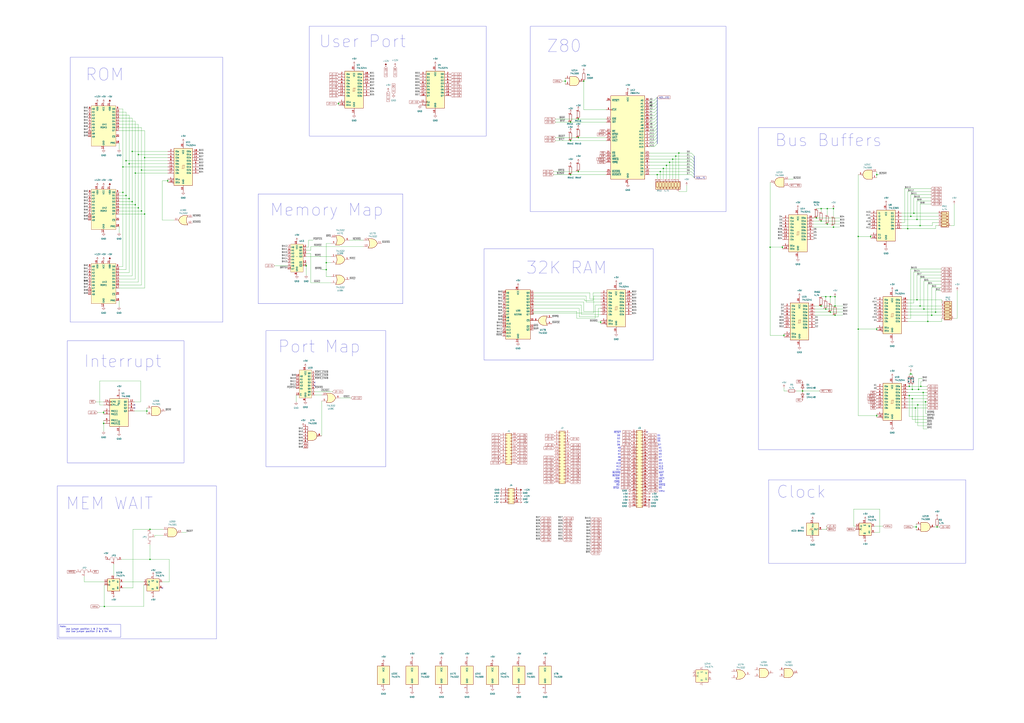
<source format=kicad_sch>
(kicad_sch (version 20231120) (generator "eeschema") (generator_version "8.0")
  (paper "A1")
  (title_block (title "380Z") (date "2024-05-30") (rev "0.0.1"))
  (lib_symbols
    (symbol "+5V_1" (power) (pin_numbers hide) (pin_names (offset 0) hide)
      (property "Value" "+5V" (at 0 3.556 0))
      (symbol "+5V_1_1_1"
        (pin power_in line (at 0 0 90) (length 0) (name "~") (number "1"))
      )
    )
    (symbol "2708_1"
      (property "Reference" "U" (at 0 5.08 0))
      (symbol "2708_1_1_1"
        (pin input line (at -12.7 -5.08 0) (length 2.54) (name "A7") (number "1"))
        (pin output line (at 12.7 10.16 180) (length 2.54) (name "D1") (number "10"))
        (pin output line (at 12.7 7.62 180) (length 2.54) (name "D2") (number "11"))
        (pin input line (at 0 -20.32 90) (length 2.54) (name "GND") (number "12"))
        (pin output line (at 12.7 5.08 180) (length 2.54) (name "D3") (number "13"))
        (pin output line (at 12.7 2.54 180) (length 2.54) (name "D4") (number "14"))
        (pin output line (at 12.7 0 180) (length 2.54) (name "D5") (number "15"))
        (pin output line (at 12.7 -2.54 180) (length 2.54) (name "D6") (number "16"))
        (pin output line (at 12.7 -5.08 180) (length 2.54) (name "D7") (number "17"))
        (pin input line (at 12.7 -15.24 180) (length 2.54) (name "PRO") (number "18"))
        (pin input line (at -5.08 17.78 270) (length 2.54) (name "VDD") (number "19"))
        (pin input line (at -12.7 -2.54 0) (length 2.54) (name "A6") (number "2"))
        (pin input line (at 12.7 -10.16 180) (length 2.54) (name "~{CS}") (number "20"))
        (pin input line (at 5.08 17.78 270) (length 2.54) (name "VBB") (number "21"))
        (pin input line (at -12.7 -10.16 0) (length 2.54) (name "A9") (number "22"))
        (pin input line (at -12.7 -7.62 0) (length 2.54) (name "A8") (number "23"))
        (pin input line (at 0 17.78 270) (length 2.54) (name "VCC") (number "24"))
        (pin input line (at -12.7 0 0) (length 2.54) (name "A5") (number "3"))
        (pin input line (at -12.7 2.54 0) (length 2.54) (name "A4") (number "4"))
        (pin input line (at -12.7 5.08 0) (length 2.54) (name "A3") (number "5"))
        (pin input line (at -12.7 7.62 0) (length 2.54) (name "A2") (number "6"))
        (pin input line (at -12.7 10.16 0) (length 2.54) (name "A1") (number "7"))
        (pin input line (at -12.7 12.7 0) (length 2.54) (name "A0") (number "8"))
        (pin output line (at 12.7 12.7 180) (length 2.54) (name "D0") (number "9"))
      )
    )
    (symbol "2708_2"
      (property "Reference" "U" (at 0 5.08 0))
      (symbol "2708_2_1_1"
        (pin input line (at -12.7 -5.08 0) (length 2.54) (name "A7") (number "1"))
        (pin output line (at 12.7 10.16 180) (length 2.54) (name "D1") (number "10"))
        (pin output line (at 12.7 7.62 180) (length 2.54) (name "D2") (number "11"))
        (pin input line (at 0 -20.32 90) (length 2.54) (name "GND") (number "12"))
        (pin output line (at 12.7 5.08 180) (length 2.54) (name "D3") (number "13"))
        (pin output line (at 12.7 2.54 180) (length 2.54) (name "D4") (number "14"))
        (pin output line (at 12.7 0 180) (length 2.54) (name "D5") (number "15"))
        (pin output line (at 12.7 -2.54 180) (length 2.54) (name "D6") (number "16"))
        (pin output line (at 12.7 -5.08 180) (length 2.54) (name "D7") (number "17"))
        (pin input line (at 12.7 -15.24 180) (length 2.54) (name "PRO") (number "18"))
        (pin input line (at -5.08 17.78 270) (length 2.54) (name "VDD") (number "19"))
        (pin input line (at -12.7 -2.54 0) (length 2.54) (name "A6") (number "2"))
        (pin input line (at 12.7 -10.16 180) (length 2.54) (name "~{CS}") (number "20"))
        (pin input line (at 5.08 17.78 270) (length 2.54) (name "VBB") (number "21"))
        (pin input line (at -12.7 -10.16 0) (length 2.54) (name "A9") (number "22"))
        (pin input line (at -12.7 -7.62 0) (length 2.54) (name "A8") (number "23"))
        (pin input line (at 0 17.78 270) (length 2.54) (name "VCC") (number "24"))
        (pin input line (at -12.7 0 0) (length 2.54) (name "A5") (number "3"))
        (pin input line (at -12.7 2.54 0) (length 2.54) (name "A4") (number "4"))
        (pin input line (at -12.7 5.08 0) (length 2.54) (name "A3") (number "5"))
        (pin input line (at -12.7 7.62 0) (length 2.54) (name "A2") (number "6"))
        (pin input line (at -12.7 10.16 0) (length 2.54) (name "A1") (number "7"))
        (pin input line (at -12.7 12.7 0) (length 2.54) (name "A0") (number "8"))
        (pin output line (at 12.7 12.7 180) (length 2.54) (name "D0") (number "9"))
      )
    )
    (symbol "380Z:2708"
      (property "Reference" "U" (at 0 5.08 0))
      (symbol "2708_1_1"
        (pin input line (at -12.7 -5.08 0) (length 2.54) (name "A7") (number "1"))
        (pin output line (at 12.7 10.16 180) (length 2.54) (name "D1") (number "10"))
        (pin output line (at 12.7 7.62 180) (length 2.54) (name "D2") (number "11"))
        (pin input line (at 0 -20.32 90) (length 2.54) (name "GND") (number "12"))
        (pin output line (at 12.7 5.08 180) (length 2.54) (name "D3") (number "13"))
        (pin output line (at 12.7 2.54 180) (length 2.54) (name "D4") (number "14"))
        (pin output line (at 12.7 0 180) (length 2.54) (name "D5") (number "15"))
        (pin output line (at 12.7 -2.54 180) (length 2.54) (name "D6") (number "16"))
        (pin output line (at 12.7 -5.08 180) (length 2.54) (name "D7") (number "17"))
        (pin input line (at 12.7 -15.24 180) (length 2.54) (name "PRO") (number "18"))
        (pin input line (at -5.08 17.78 270) (length 2.54) (name "VDD") (number "19"))
        (pin input line (at -12.7 -2.54 0) (length 2.54) (name "A6") (number "2"))
        (pin input line (at 12.7 -10.16 180) (length 2.54) (name "~{CS}") (number "20"))
        (pin input line (at 5.08 17.78 270) (length 2.54) (name "VBB") (number "21"))
        (pin input line (at -12.7 -10.16 0) (length 2.54) (name "A9") (number "22"))
        (pin input line (at -12.7 -7.62 0) (length 2.54) (name "A8") (number "23"))
        (pin input line (at 0 17.78 270) (length 2.54) (name "VCC") (number "24"))
        (pin input line (at -12.7 0 0) (length 2.54) (name "A5") (number "3"))
        (pin input line (at -12.7 2.54 0) (length 2.54) (name "A4") (number "4"))
        (pin input line (at -12.7 5.08 0) (length 2.54) (name "A3") (number "5"))
        (pin input line (at -12.7 7.62 0) (length 2.54) (name "A2") (number "6"))
        (pin input line (at -12.7 10.16 0) (length 2.54) (name "A1") (number "7"))
        (pin input line (at -12.7 12.7 0) (length 2.54) (name "A0") (number "8"))
        (pin output line (at 12.7 12.7 180) (length 2.54) (name "D0") (number "9"))
      )
    )
    (symbol "380Z:74S287"
      (property "Reference" "U" (at 0 0 0))
      (symbol "74S287_1_1"
        (pin input line (at -7.62 -7.62 0) (length 2.54) (name "A6") (number "1"))
        (pin output line (at 7.62 2.54 180) (length 2.54) (name "Q2") (number "10"))
        (pin output line (at 7.62 5.08 180) (length 2.54) (name "Q1") (number "11"))
        (pin output line (at 7.62 7.62 180) (length 2.54) (name "Q0") (number "12"))
        (pin input line (at 7.62 -5.08 180) (length 2.54) (name "~{G1}") (number "13"))
        (pin input line (at 7.62 -7.62 180) (length 2.54) (name "~{G2}") (number "14"))
        (pin input line (at -7.62 -10.16 0) (length 2.54) (name "A7") (number "15"))
        (pin input line (at 0 12.7 270) (length 2.54) (name "VCC") (number "16"))
        (pin input line (at -7.62 -5.08 0) (length 2.54) (name "A5") (number "2"))
        (pin input line (at -7.62 -2.54 0) (length 2.54) (name "A4") (number "3"))
        (pin input line (at -7.62 0 0) (length 2.54) (name "A3") (number "4"))
        (pin input line (at -7.62 2.54 0) (length 2.54) (name "A2") (number "5"))
        (pin input line (at -7.62 5.08 0) (length 2.54) (name "A1") (number "6"))
        (pin input line (at -7.62 7.62 0) (length 2.54) (name "A0") (number "7"))
        (pin input line (at 0 -15.24 90) (length 2.54) (name "GND") (number "8"))
        (pin output line (at 7.62 0 180) (length 2.54) (name "Q3") (number "9"))
      )
    )
    (symbol "380Z:74S288"
      (property "Reference" "U" (at 0 0 0))
      (symbol "74S288_1_1"
        (pin output line (at 7.62 7.62 180) (length 2.54) (name "Q0") (number "1"))
        (pin input line (at -7.62 5.08 0) (length 2.54) (name "A0") (number "10"))
        (pin input line (at -7.62 2.54 0) (length 2.54) (name "A1") (number "11"))
        (pin input line (at -7.62 0 0) (length 2.54) (name "A2") (number "12"))
        (pin input line (at -7.62 -2.54 0) (length 2.54) (name "A3") (number "13"))
        (pin input line (at -7.62 -5.08 0) (length 2.54) (name "A4") (number "14"))
        (pin input line (at -7.62 -10.16 0) (length 2.54) (name "~{G}") (number "15"))
        (pin input line (at 0 12.7 270) (length 2.54) (name "VCC") (number "16"))
        (pin output line (at 7.62 5.08 180) (length 2.54) (name "Q1") (number "2"))
        (pin output line (at 7.62 2.54 180) (length 2.54) (name "Q2") (number "3"))
        (pin output line (at 7.62 0 180) (length 2.54) (name "Q3") (number "4"))
        (pin output line (at 7.62 -2.54 180) (length 2.54) (name "Q4") (number "5"))
        (pin output line (at 7.62 -5.08 180) (length 2.54) (name "Q5") (number "6"))
        (pin output line (at 7.62 -7.62 180) (length 2.54) (name "Q6") (number "7"))
        (pin input line (at 0 -15.24 90) (length 2.54) (name "GND") (number "8"))
        (pin output line (at 7.62 -10.16 180) (length 2.54) (name "Q7") (number "9"))
      )
    )
    (symbol "74xx:74LS00" (pin_names (offset 1.016))
      (property "Reference" "U" (at 0 1.27 0))
      (property "Value" "74LS00" (at 0 -1.27 0))
      (symbol "74LS00_1_1"
        (pin input line (at -7.62 2.54 0) (length 3.81) (name "~") (number "1"))
        (pin input line (at -7.62 -2.54 0) (length 3.81) (name "~") (number "2"))
        (pin output inverted (at 7.62 0 180) (length 3.81) (name "~") (number "3"))
      )
      (symbol "74LS00_1_2"
        (pin input inverted (at -7.62 2.54 0) (length 4.318) (name "~") (number "1"))
        (pin input inverted (at -7.62 -2.54 0) (length 4.318) (name "~") (number "2"))
        (pin output line (at 7.62 0 180) (length 3.81) (name "~") (number "3"))
      )
      (symbol "74LS00_2_1"
        (pin input line (at -7.62 2.54 0) (length 3.81) (name "~") (number "4"))
        (pin input line (at -7.62 -2.54 0) (length 3.81) (name "~") (number "5"))
        (pin output inverted (at 7.62 0 180) (length 3.81) (name "~") (number "6"))
      )
      (symbol "74LS00_2_2"
        (pin input inverted (at -7.62 2.54 0) (length 4.318) (name "~") (number "4"))
        (pin input inverted (at -7.62 -2.54 0) (length 4.318) (name "~") (number "5"))
        (pin output line (at 7.62 0 180) (length 3.81) (name "~") (number "6"))
      )
      (symbol "74LS00_3_1"
        (pin input line (at -7.62 -2.54 0) (length 3.81) (name "~") (number "10"))
        (pin output inverted (at 7.62 0 180) (length 3.81) (name "~") (number "8"))
        (pin input line (at -7.62 2.54 0) (length 3.81) (name "~") (number "9"))
      )
      (symbol "74LS00_3_2"
        (pin input inverted (at -7.62 -2.54 0) (length 4.318) (name "~") (number "10"))
        (pin output line (at 7.62 0 180) (length 3.81) (name "~") (number "8"))
        (pin input inverted (at -7.62 2.54 0) (length 4.318) (name "~") (number "9"))
      )
      (symbol "74LS00_4_1"
        (pin output inverted (at 7.62 0 180) (length 3.81) (name "~") (number "11"))
        (pin input line (at -7.62 2.54 0) (length 3.81) (name "~") (number "12"))
        (pin input line (at -7.62 -2.54 0) (length 3.81) (name "~") (number "13"))
      )
      (symbol "74LS00_4_2"
        (pin output line (at 7.62 0 180) (length 3.81) (name "~") (number "11"))
        (pin input inverted (at -7.62 2.54 0) (length 4.318) (name "~") (number "12"))
        (pin input inverted (at -7.62 -2.54 0) (length 4.318) (name "~") (number "13"))
      )
      (symbol "74LS00_5_0"
        (pin power_in line (at 0 12.7 270) (length 5.08) (name "VCC") (number "14"))
        (pin power_in line (at 0 -12.7 90) (length 5.08) (name "GND") (number "7"))
      )
    )
    (symbol "74xx:74LS01" (pin_names (offset 1.016))
      (property "Reference" "U" (at 0 1.27 0))
      (property "Value" "74LS01" (at 0 -1.27 0))
      (symbol "74LS01_1_1"
        (pin open_collector inverted (at 7.62 0 180) (length 3.81) (name "~") (number "1"))
        (pin input line (at -7.62 2.54 0) (length 3.81) (name "~") (number "2"))
        (pin input line (at -7.62 -2.54 0) (length 3.81) (name "~") (number "3"))
      )
      (symbol "74LS01_1_2"
        (pin open_collector line (at 7.62 0 180) (length 3.81) (name "~") (number "1"))
        (pin input inverted (at -7.62 2.54 0) (length 4.318) (name "~") (number "2"))
        (pin input inverted (at -7.62 -2.54 0) (length 4.318) (name "~") (number "3"))
      )
      (symbol "74LS01_2_1"
        (pin open_collector inverted (at 7.62 0 180) (length 3.81) (name "~") (number "4"))
        (pin input line (at -7.62 2.54 0) (length 3.81) (name "~") (number "5"))
        (pin input line (at -7.62 -2.54 0) (length 3.81) (name "~") (number "6"))
      )
      (symbol "74LS01_2_2"
        (pin open_collector line (at 7.62 0 180) (length 3.81) (name "~") (number "4"))
        (pin input inverted (at -7.62 2.54 0) (length 4.318) (name "~") (number "5"))
        (pin input inverted (at -7.62 -2.54 0) (length 4.318) (name "~") (number "6"))
      )
      (symbol "74LS01_3_1"
        (pin open_collector inverted (at 7.62 0 180) (length 3.81) (name "~") (number "10"))
        (pin input line (at -7.62 2.54 0) (length 3.81) (name "~") (number "8"))
        (pin input line (at -7.62 -2.54 0) (length 3.81) (name "~") (number "9"))
      )
      (symbol "74LS01_3_2"
        (pin open_collector line (at 7.62 0 180) (length 3.81) (name "~") (number "10"))
        (pin input inverted (at -7.62 2.54 0) (length 4.318) (name "~") (number "8"))
        (pin input inverted (at -7.62 -2.54 0) (length 4.318) (name "~") (number "9"))
      )
      (symbol "74LS01_4_1"
        (pin input line (at -7.62 2.54 0) (length 3.81) (name "~") (number "11"))
        (pin input line (at -7.62 -2.54 0) (length 3.81) (name "~") (number "12"))
        (pin open_collector inverted (at 7.62 0 180) (length 3.81) (name "~") (number "13"))
      )
      (symbol "74LS01_4_2"
        (pin input inverted (at -7.62 2.54 0) (length 4.318) (name "~") (number "11"))
        (pin input inverted (at -7.62 -2.54 0) (length 4.318) (name "~") (number "12"))
        (pin open_collector line (at 7.62 0 180) (length 3.81) (name "~") (number "13"))
      )
      (symbol "74LS01_5_0"
        (pin power_in line (at 0 12.7 270) (length 5.08) (name "VCC") (number "14"))
        (pin power_in line (at 0 -12.7 90) (length 5.08) (name "GND") (number "7"))
      )
    )
    (symbol "74xx:74LS241" (pin_names (offset 1.016))
      (property "Reference" "U" (at -7.62 16.51 0))
      (property "Value" "74LS241" (at -7.62 -16.51 0))
      (symbol "74LS241_1_0"
        (pin input inverted (at -12.7 -10.16 0) (length 5.08) (name "OEa") (number "1"))
        (pin power_in line (at 0 -20.32 90) (length 5.08) (name "GND") (number "10"))
        (pin input line (at -12.7 2.54 0) (length 5.08) (name "I0b") (number "11"))
        (pin tri_state line (at 12.7 5.08 180) (length 5.08) (name "O3a") (number "12"))
        (pin input line (at -12.7 0 0) (length 5.08) (name "I1b") (number "13"))
        (pin tri_state line (at 12.7 7.62 180) (length 5.08) (name "O2a") (number "14"))
        (pin input line (at -12.7 -2.54 0) (length 5.08) (name "I2b") (number "15"))
        (pin tri_state line (at 12.7 10.16 180) (length 5.08) (name "O1a") (number "16"))
        (pin input line (at -12.7 -5.08 0) (length 5.08) (name "I3b") (number "17"))
        (pin tri_state line (at 12.7 12.7 180) (length 5.08) (name "O0a") (number "18"))
        (pin input line (at -12.7 -12.7 0) (length 5.08) (name "OEb") (number "19"))
        (pin input line (at -12.7 12.7 0) (length 5.08) (name "I0a") (number "2"))
        (pin power_in line (at 0 20.32 270) (length 5.08) (name "VCC") (number "20"))
        (pin tri_state line (at 12.7 -5.08 180) (length 5.08) (name "O3b") (number "3"))
        (pin input line (at -12.7 10.16 0) (length 5.08) (name "I1a") (number "4"))
        (pin tri_state line (at 12.7 -2.54 180) (length 5.08) (name "O2b") (number "5"))
        (pin input line (at -12.7 7.62 0) (length 5.08) (name "I2a") (number "6"))
        (pin tri_state line (at 12.7 0 180) (length 5.08) (name "O1b") (number "7"))
        (pin input line (at -12.7 5.08 0) (length 5.08) (name "I3a") (number "8"))
        (pin tri_state line (at 12.7 2.54 180) (length 5.08) (name "O0b") (number "9"))
      )
    )
    (symbol "74xx:74LS244" (pin_names (offset 1.016))
      (property "Reference" "U" (at -7.62 16.51 0))
      (property "Value" "74LS244" (at -7.62 -16.51 0))
      (symbol "74LS244_1_0"
        (pin input inverted (at -12.7 -10.16 0) (length 5.08) (name "OEa") (number "1"))
        (pin power_in line (at 0 -20.32 90) (length 5.08) (name "GND") (number "10"))
        (pin input line (at -12.7 2.54 0) (length 5.08) (name "I0b") (number "11"))
        (pin tri_state line (at 12.7 5.08 180) (length 5.08) (name "O3a") (number "12"))
        (pin input line (at -12.7 0 0) (length 5.08) (name "I1b") (number "13"))
        (pin tri_state line (at 12.7 7.62 180) (length 5.08) (name "O2a") (number "14"))
        (pin input line (at -12.7 -2.54 0) (length 5.08) (name "I2b") (number "15"))
        (pin tri_state line (at 12.7 10.16 180) (length 5.08) (name "O1a") (number "16"))
        (pin input line (at -12.7 -5.08 0) (length 5.08) (name "I3b") (number "17"))
        (pin tri_state line (at 12.7 12.7 180) (length 5.08) (name "O0a") (number "18"))
        (pin input inverted (at -12.7 -12.7 0) (length 5.08) (name "OEb") (number "19"))
        (pin input line (at -12.7 12.7 0) (length 5.08) (name "I0a") (number "2"))
        (pin power_in line (at 0 20.32 270) (length 5.08) (name "VCC") (number "20"))
        (pin tri_state line (at 12.7 -5.08 180) (length 5.08) (name "O3b") (number "3"))
        (pin input line (at -12.7 10.16 0) (length 5.08) (name "I1a") (number "4"))
        (pin tri_state line (at 12.7 -2.54 180) (length 5.08) (name "O2b") (number "5"))
        (pin input line (at -12.7 7.62 0) (length 5.08) (name "I2a") (number "6"))
        (pin tri_state line (at 12.7 0 180) (length 5.08) (name "O1b") (number "7"))
        (pin input line (at -12.7 5.08 0) (length 5.08) (name "I3a") (number "8"))
        (pin tri_state line (at 12.7 2.54 180) (length 5.08) (name "O0b") (number "9"))
      )
    )
    (symbol "74xx:74LS30" (pin_names (offset 1.016))
      (property "Reference" "U" (at 0 1.27 0))
      (property "Value" "74LS30" (at 0 -1.27 0))
      (symbol "74LS30_1_1"
        (pin input line (at -7.62 7.62 0) (length 3.81) (name "~") (number "1"))
        (pin input line (at -7.62 -7.62 0) (length 3.81) (name "~") (number "11"))
        (pin input line (at -7.62 -10.16 0) (length 3.81) (name "~") (number "12"))
        (pin input line (at -7.62 5.08 0) (length 3.81) (name "~") (number "2"))
        (pin input line (at -7.62 2.54 0) (length 3.81) (name "~") (number "3"))
        (pin input line (at -7.62 0 0) (length 3.81) (name "~") (number "4"))
        (pin input line (at -7.62 -2.54 0) (length 3.81) (name "~") (number "5"))
        (pin input line (at -7.62 -5.08 0) (length 3.81) (name "~") (number "6"))
        (pin output inverted (at 7.62 0 180) (length 3.81) (name "~") (number "8"))
      )
      (symbol "74LS30_1_2"
        (pin input inverted (at -7.62 7.62 0) (length 3.81) (name "~") (number "1"))
        (pin input inverted (at -7.62 -7.62 0) (length 3.81) (name "~") (number "11"))
        (pin input inverted (at -7.62 -10.16 0) (length 3.81) (name "~") (number "12"))
        (pin input inverted (at -7.62 5.08 0) (length 3.81) (name "~") (number "2"))
        (pin input inverted (at -7.62 2.54 0) (length 4.5466) (name "~") (number "3"))
        (pin input inverted (at -7.62 0 0) (length 5.08) (name "~") (number "4"))
        (pin input inverted (at -7.62 -2.54 0) (length 4.5466) (name "~") (number "5"))
        (pin input inverted (at -7.62 -5.08 0) (length 3.81) (name "~") (number "6"))
        (pin output line (at 7.62 0 180) (length 3.81) (name "~") (number "8"))
      )
      (symbol "74LS30_2_0"
        (pin power_in line (at 0 12.7 270) (length 5.08) (name "VCC") (number "14"))
        (pin power_in line (at 0 -12.7 90) (length 5.08) (name "GND") (number "7"))
      )
    )
    (symbol "74xx:74LS32" (pin_names (offset 1.016))
      (property "Reference" "U" (at 0 1.27 0))
      (property "Value" "74LS32" (at 0 -1.27 0))
      (symbol "74LS32_1_1"
        (pin input line (at -7.62 2.54 0) (length 4.318) (name "~") (number "1"))
        (pin input line (at -7.62 -2.54 0) (length 4.318) (name "~") (number "2"))
        (pin output line (at 7.62 0 180) (length 3.81) (name "~") (number "3"))
      )
      (symbol "74LS32_1_2"
        (pin input inverted (at -7.62 2.54 0) (length 3.81) (name "~") (number "1"))
        (pin input inverted (at -7.62 -2.54 0) (length 3.81) (name "~") (number "2"))
        (pin output inverted (at 7.62 0 180) (length 3.81) (name "~") (number "3"))
      )
      (symbol "74LS32_2_1"
        (pin input line (at -7.62 2.54 0) (length 4.318) (name "~") (number "4"))
        (pin input line (at -7.62 -2.54 0) (length 4.318) (name "~") (number "5"))
        (pin output line (at 7.62 0 180) (length 3.81) (name "~") (number "6"))
      )
      (symbol "74LS32_2_2"
        (pin input inverted (at -7.62 2.54 0) (length 3.81) (name "~") (number "4"))
        (pin input inverted (at -7.62 -2.54 0) (length 3.81) (name "~") (number "5"))
        (pin output inverted (at 7.62 0 180) (length 3.81) (name "~") (number "6"))
      )
      (symbol "74LS32_3_1"
        (pin input line (at -7.62 -2.54 0) (length 4.318) (name "~") (number "10"))
        (pin output line (at 7.62 0 180) (length 3.81) (name "~") (number "8"))
        (pin input line (at -7.62 2.54 0) (length 4.318) (name "~") (number "9"))
      )
      (symbol "74LS32_3_2"
        (pin input inverted (at -7.62 -2.54 0) (length 3.81) (name "~") (number "10"))
        (pin output inverted (at 7.62 0 180) (length 3.81) (name "~") (number "8"))
        (pin input inverted (at -7.62 2.54 0) (length 3.81) (name "~") (number "9"))
      )
      (symbol "74LS32_4_1"
        (pin output line (at 7.62 0 180) (length 3.81) (name "~") (number "11"))
        (pin input line (at -7.62 2.54 0) (length 4.318) (name "~") (number "12"))
        (pin input line (at -7.62 -2.54 0) (length 4.318) (name "~") (number "13"))
      )
      (symbol "74LS32_4_2"
        (pin output inverted (at 7.62 0 180) (length 3.81) (name "~") (number "11"))
        (pin input inverted (at -7.62 2.54 0) (length 3.81) (name "~") (number "12"))
        (pin input inverted (at -7.62 -2.54 0) (length 3.81) (name "~") (number "13"))
      )
      (symbol "74LS32_5_0"
        (pin power_in line (at 0 12.7 270) (length 5.08) (name "VCC") (number "14"))
        (pin power_in line (at 0 -12.7 90) (length 5.08) (name "GND") (number "7"))
      )
    )
    (symbol "74xx:74LS365" (pin_names (offset 1.016))
      (property "Reference" "U" (at -7.62 13.97 0))
      (property "Value" "74LS365" (at -7.62 -13.97 0))
      (symbol "74LS365_1_0"
        (pin input inverted (at -12.7 -7.62 0) (length 5.08) (name "E1") (number "1"))
        (pin input line (at -12.7 2.54 0) (length 5.08) (name "I4") (number "10"))
        (pin tri_state line (at 12.7 0 180) (length 5.08) (name "O5") (number "11"))
        (pin input line (at -12.7 0 0) (length 5.08) (name "I5") (number "12"))
        (pin tri_state line (at 12.7 -2.54 180) (length 5.08) (name "O6") (number "13"))
        (pin input line (at -12.7 -2.54 0) (length 5.08) (name "I6") (number "14"))
        (pin input inverted (at -12.7 -10.16 0) (length 5.08) (name "E2") (number "15"))
        (pin power_in line (at 0 17.78 270) (length 5.08) (name "VCC") (number "16"))
        (pin input line (at -12.7 10.16 0) (length 5.08) (name "I1") (number "2"))
        (pin tri_state line (at 12.7 10.16 180) (length 5.08) (name "O1") (number "3"))
        (pin input line (at -12.7 7.62 0) (length 5.08) (name "I2") (number "4"))
        (pin tri_state line (at 12.7 7.62 180) (length 5.08) (name "O2") (number "5"))
        (pin input line (at -12.7 5.08 0) (length 5.08) (name "I3") (number "6"))
        (pin tri_state line (at 12.7 5.08 180) (length 5.08) (name "O3") (number "7"))
        (pin power_in line (at 0 -17.78 90) (length 5.08) (name "GND") (number "8"))
        (pin tri_state line (at 12.7 2.54 180) (length 5.08) (name "O4") (number "9"))
      )
    )
    (symbol "74xx:74LS374"
      (property "Reference" "U" (at -7.62 16.51 0))
      (property "Value" "74LS374" (at -7.62 -16.51 0))
      (symbol "74LS374_1_0"
        (pin input inverted (at -12.7 -12.7 0) (length 5.08) (name "OE") (number "1"))
        (pin power_in line (at 0 -20.32 90) (length 5.08) (name "GND") (number "10"))
        (pin input clock (at -12.7 -10.16 0) (length 5.08) (name "Cp") (number "11"))
        (pin tri_state line (at 12.7 2.54 180) (length 5.08) (name "O4") (number "12"))
        (pin input line (at -12.7 2.54 0) (length 5.08) (name "D4") (number "13"))
        (pin input line (at -12.7 0 0) (length 5.08) (name "D5") (number "14"))
        (pin tri_state line (at 12.7 0 180) (length 5.08) (name "O5") (number "15"))
        (pin tri_state line (at 12.7 -2.54 180) (length 5.08) (name "O6") (number "16"))
        (pin input line (at -12.7 -2.54 0) (length 5.08) (name "D6") (number "17"))
        (pin input line (at -12.7 -5.08 0) (length 5.08) (name "D7") (number "18"))
        (pin tri_state line (at 12.7 -5.08 180) (length 5.08) (name "O7") (number "19"))
        (pin tri_state line (at 12.7 12.7 180) (length 5.08) (name "O0") (number "2"))
        (pin power_in line (at 0 20.32 270) (length 5.08) (name "VCC") (number "20"))
        (pin input line (at -12.7 12.7 0) (length 5.08) (name "D0") (number "3"))
        (pin input line (at -12.7 10.16 0) (length 5.08) (name "D1") (number "4"))
        (pin tri_state line (at 12.7 10.16 180) (length 5.08) (name "O1") (number "5"))
        (pin tri_state line (at 12.7 7.62 180) (length 5.08) (name "O2") (number "6"))
        (pin input line (at -12.7 7.62 0) (length 5.08) (name "D2") (number "7"))
        (pin input line (at -12.7 5.08 0) (length 5.08) (name "D3") (number "8"))
        (pin tri_state line (at 12.7 5.08 180) (length 5.08) (name "O3") (number "9"))
      )
    )
    (symbol "74xx:74LS74" (pin_names (offset 1.016))
      (property "Reference" "U" (at -7.62 8.89 0))
      (property "Value" "74LS74" (at -7.62 -8.89 0))
      (symbol "74LS74_1_0"
        (pin input line (at 0 -7.62 90) (length 2.54) (name "~{R}") (number "1"))
        (pin input line (at -7.62 2.54 0) (length 2.54) (name "D") (number "2"))
        (pin input clock (at -7.62 0 0) (length 2.54) (name "C") (number "3"))
        (pin input line (at 0 7.62 270) (length 2.54) (name "~{S}") (number "4"))
        (pin output line (at 7.62 2.54 180) (length 2.54) (name "Q") (number "5"))
        (pin output line (at 7.62 -2.54 180) (length 2.54) (name "~{Q}") (number "6"))
      )
      (symbol "74LS74_2_0"
        (pin input line (at 0 7.62 270) (length 2.54) (name "~{S}") (number "10"))
        (pin input clock (at -7.62 0 0) (length 2.54) (name "C") (number "11"))
        (pin input line (at -7.62 2.54 0) (length 2.54) (name "D") (number "12"))
        (pin input line (at 0 -7.62 90) (length 2.54) (name "~{R}") (number "13"))
        (pin output line (at 7.62 -2.54 180) (length 2.54) (name "~{Q}") (number "8"))
        (pin output line (at 7.62 2.54 180) (length 2.54) (name "Q") (number "9"))
      )
      (symbol "74LS74_3_0"
        (pin power_in line (at 0 10.16 270) (length 2.54) (name "VCC") (number "14"))
        (pin power_in line (at 0 -10.16 90) (length 2.54) (name "GND") (number "7"))
      )
    )
    (symbol "74xx:74LS90" (pin_names (offset 1.016))
      (property "Reference" "U" (at -7.62 11.43 0))
      (property "Value" "74LS90" (at -7.62 -13.97 0))
      (symbol "74LS90_1_0"
        (pin input inverted_clock (at -12.7 5.08 0) (length 5.08) (name "CP1..3") (number "1"))
        (pin power_in line (at 0 -17.78 90) (length 5.08) (name "GND") (number "10"))
        (pin output line (at 12.7 0 180) (length 5.08) (name "Q3") (number "11"))
        (pin output line (at 12.7 7.62 180) (length 5.08) (name "Q0") (number "12"))
        (pin input inverted_clock (at -12.7 7.62 0) (length 5.08) (name "CP0") (number "14"))
        (pin input line (at -12.7 0 0) (length 5.08) (name "R0(1)") (number "2"))
        (pin input line (at -12.7 -2.54 0) (length 5.08) (name "R0(2)") (number "3"))
        (pin power_in line (at 0 15.24 270) (length 5.08) (name "VCC") (number "5"))
        (pin input line (at -12.7 -7.62 0) (length 5.08) (name "R9(1)") (number "6"))
        (pin input line (at -12.7 -10.16 0) (length 5.08) (name "R9(2)") (number "7"))
        (pin output line (at 12.7 2.54 180) (length 5.08) (name "Q2") (number "8"))
        (pin output line (at 12.7 5.08 180) (length 5.08) (name "Q1") (number "9"))
      )
    )
    (symbol "CPU:Z80CPU" (pin_names (offset 1.016))
      (property "Reference" "U" (at -13.97 35.56 0))
      (property "Value" "Z80CPU" (at 6.35 35.56 0))
      (symbol "Z80CPU_1_1"
        (pin output line (at 17.78 2.54 180) (length 3.81) (name "A11") (number "1"))
        (pin bidirectional line (at 17.78 -27.94 180) (length 3.81) (name "D6") (number "10"))
        (pin power_in line (at 0 38.1 270) (length 3.81) (name "VCC") (number "11"))
        (pin bidirectional line (at 17.78 -17.78 180) (length 3.81) (name "D2") (number "12"))
        (pin bidirectional line (at 17.78 -30.48 180) (length 3.81) (name "D7") (number "13"))
        (pin bidirectional line (at 17.78 -12.7 180) (length 3.81) (name "D0") (number "14"))
        (pin bidirectional line (at 17.78 -15.24 180) (length 3.81) (name "D1") (number "15"))
        (pin input line (at -17.78 12.7 0) (length 3.81) (name "~{INT}") (number "16"))
        (pin input line (at -17.78 15.24 0) (length 3.81) (name "~{NMI}") (number "17"))
        (pin output line (at -17.78 -2.54 0) (length 3.81) (name "~{HALT}") (number "18"))
        (pin output line (at -17.78 -17.78 0) (length 3.81) (name "~{MREQ}") (number "19"))
        (pin output line (at 17.78 0 180) (length 3.81) (name "A12") (number "2"))
        (pin output line (at -17.78 -20.32 0) (length 3.81) (name "~{IORQ}") (number "20"))
        (pin output line (at -17.78 -12.7 0) (length 3.81) (name "~{RD}") (number "21"))
        (pin output line (at -17.78 -15.24 0) (length 3.81) (name "~{WR}") (number "22"))
        (pin output line (at -17.78 -30.48 0) (length 3.81) (name "~{BUSACK}") (number "23"))
        (pin input line (at -17.78 0 0) (length 3.81) (name "~{WAIT}") (number "24"))
        (pin input line (at -17.78 -27.94 0) (length 3.81) (name "~{BUSRQ}") (number "25"))
        (pin input line (at -17.78 30.48 0) (length 3.81) (name "~{RESET}") (number "26"))
        (pin output line (at -17.78 5.08 0) (length 3.81) (name "~{M1}") (number "27"))
        (pin output line (at -17.78 2.54 0) (length 3.81) (name "~{RFSH}") (number "28"))
        (pin power_in line (at 0 -38.1 90) (length 3.81) (name "GND") (number "29"))
        (pin output line (at 17.78 -2.54 180) (length 3.81) (name "A13") (number "3"))
        (pin output line (at 17.78 30.48 180) (length 3.81) (name "A0") (number "30"))
        (pin output line (at 17.78 27.94 180) (length 3.81) (name "A1") (number "31"))
        (pin output line (at 17.78 25.4 180) (length 3.81) (name "A2") (number "32"))
        (pin output line (at 17.78 22.86 180) (length 3.81) (name "A3") (number "33"))
        (pin output line (at 17.78 20.32 180) (length 3.81) (name "A4") (number "34"))
        (pin output line (at 17.78 17.78 180) (length 3.81) (name "A5") (number "35"))
        (pin output line (at 17.78 15.24 180) (length 3.81) (name "A6") (number "36"))
        (pin output line (at 17.78 12.7 180) (length 3.81) (name "A7") (number "37"))
        (pin output line (at 17.78 10.16 180) (length 3.81) (name "A8") (number "38"))
        (pin output line (at 17.78 7.62 180) (length 3.81) (name "A9") (number "39"))
        (pin output line (at 17.78 -5.08 180) (length 3.81) (name "A14") (number "4"))
        (pin output line (at 17.78 5.08 180) (length 3.81) (name "A10") (number "40"))
        (pin output line (at 17.78 -7.62 180) (length 3.81) (name "A15") (number "5"))
        (pin input clock (at -17.78 22.86 0) (length 3.81) (name "~{CLK}") (number "6"))
        (pin bidirectional line (at 17.78 -22.86 180) (length 3.81) (name "D4") (number "7"))
        (pin bidirectional line (at 17.78 -20.32 180) (length 3.81) (name "D3") (number "8"))
        (pin bidirectional line (at 17.78 -25.4 180) (length 3.81) (name "D5") (number "9"))
      )
    )
    (symbol "Connector_Generic:Conn_02x05_Odd_Even" (pin_names (offset 1.016) hide)
      (property "Reference" "J" (at 1.27 7.62 0))
      (property "Value" "Conn_02x05_Odd_Even" (at 1.27 -7.62 0))
      (symbol "Conn_02x05_Odd_Even_1_1"
        (pin passive line (at -5.08 5.08 0) (length 3.81) (name "Pin_1") (number "1"))
        (pin passive line (at 7.62 -5.08 180) (length 3.81) (name "Pin_10") (number "10"))
        (pin passive line (at 7.62 5.08 180) (length 3.81) (name "Pin_2") (number "2"))
        (pin passive line (at -5.08 2.54 0) (length 3.81) (name "Pin_3") (number "3"))
        (pin passive line (at 7.62 2.54 180) (length 3.81) (name "Pin_4") (number "4"))
        (pin passive line (at -5.08 0 0) (length 3.81) (name "Pin_5") (number "5"))
        (pin passive line (at 7.62 0 180) (length 3.81) (name "Pin_6") (number "6"))
        (pin passive line (at -5.08 -2.54 0) (length 3.81) (name "Pin_7") (number "7"))
        (pin passive line (at 7.62 -2.54 180) (length 3.81) (name "Pin_8") (number "8"))
        (pin passive line (at -5.08 -5.08 0) (length 3.81) (name "Pin_9") (number "9"))
      )
    )
    (symbol "Connector_Generic:Conn_02x10_Counter_Clockwise" (pin_names (offset 1.016) hide)
      (property "Reference" "J" (at 1.27 12.7 0))
      (property "Value" "Conn_02x10_Counter_Clockwise" (at 1.27 -15.24 0))
      (symbol "Conn_02x10_Counter_Clockwise_1_1"
        (pin passive line (at -5.08 10.16 0) (length 3.81) (name "Pin_1") (number "1"))
        (pin passive line (at -5.08 -12.7 0) (length 3.81) (name "Pin_10") (number "10"))
        (pin passive line (at 7.62 -12.7 180) (length 3.81) (name "Pin_11") (number "11"))
        (pin passive line (at 7.62 -10.16 180) (length 3.81) (name "Pin_12") (number "12"))
        (pin passive line (at 7.62 -7.62 180) (length 3.81) (name "Pin_13") (number "13"))
        (pin passive line (at 7.62 -5.08 180) (length 3.81) (name "Pin_14") (number "14"))
        (pin passive line (at 7.62 -2.54 180) (length 3.81) (name "Pin_15") (number "15"))
        (pin passive line (at 7.62 0 180) (length 3.81) (name "Pin_16") (number "16"))
        (pin passive line (at 7.62 2.54 180) (length 3.81) (name "Pin_17") (number "17"))
        (pin passive line (at 7.62 5.08 180) (length 3.81) (name "Pin_18") (number "18"))
        (pin passive line (at 7.62 7.62 180) (length 3.81) (name "Pin_19") (number "19"))
        (pin passive line (at -5.08 7.62 0) (length 3.81) (name "Pin_2") (number "2"))
        (pin passive line (at 7.62 10.16 180) (length 3.81) (name "Pin_20") (number "20"))
        (pin passive line (at -5.08 5.08 0) (length 3.81) (name "Pin_3") (number "3"))
        (pin passive line (at -5.08 2.54 0) (length 3.81) (name "Pin_4") (number "4"))
        (pin passive line (at -5.08 0 0) (length 3.81) (name "Pin_5") (number "5"))
        (pin passive line (at -5.08 -2.54 0) (length 3.81) (name "Pin_6") (number "6"))
        (pin passive line (at -5.08 -5.08 0) (length 3.81) (name "Pin_7") (number "7"))
        (pin passive line (at -5.08 -7.62 0) (length 3.81) (name "Pin_8") (number "8"))
        (pin passive line (at -5.08 -10.16 0) (length 3.81) (name "Pin_9") (number "9"))
      )
    )
    (symbol "Connector_Generic:Conn_02x17_Odd_Even" (pin_names (offset 1.016) hide)
      (property "Reference" "J" (at 1.27 22.86 0))
      (property "Value" "Conn_02x17_Odd_Even" (at 1.27 -22.86 0))
      (symbol "Conn_02x17_Odd_Even_1_1"
        (pin passive line (at -5.08 20.32 0) (length 3.81) (name "Pin_1") (number "1"))
        (pin passive line (at 7.62 10.16 180) (length 3.81) (name "Pin_10") (number "10"))
        (pin passive line (at -5.08 7.62 0) (length 3.81) (name "Pin_11") (number "11"))
        (pin passive line (at 7.62 7.62 180) (length 3.81) (name "Pin_12") (number "12"))
        (pin passive line (at -5.08 5.08 0) (length 3.81) (name "Pin_13") (number "13"))
        (pin passive line (at 7.62 5.08 180) (length 3.81) (name "Pin_14") (number "14"))
        (pin passive line (at -5.08 2.54 0) (length 3.81) (name "Pin_15") (number "15"))
        (pin passive line (at 7.62 2.54 180) (length 3.81) (name "Pin_16") (number "16"))
        (pin passive line (at -5.08 0 0) (length 3.81) (name "Pin_17") (number "17"))
        (pin passive line (at 7.62 0 180) (length 3.81) (name "Pin_18") (number "18"))
        (pin passive line (at -5.08 -2.54 0) (length 3.81) (name "Pin_19") (number "19"))
        (pin passive line (at 7.62 20.32 180) (length 3.81) (name "Pin_2") (number "2"))
        (pin passive line (at 7.62 -2.54 180) (length 3.81) (name "Pin_20") (number "20"))
        (pin passive line (at -5.08 -5.08 0) (length 3.81) (name "Pin_21") (number "21"))
        (pin passive line (at 7.62 -5.08 180) (length 3.81) (name "Pin_22") (number "22"))
        (pin passive line (at -5.08 -7.62 0) (length 3.81) (name "Pin_23") (number "23"))
        (pin passive line (at 7.62 -7.62 180) (length 3.81) (name "Pin_24") (number "24"))
        (pin passive line (at -5.08 -10.16 0) (length 3.81) (name "Pin_25") (number "25"))
        (pin passive line (at 7.62 -10.16 180) (length 3.81) (name "Pin_26") (number "26"))
        (pin passive line (at -5.08 -12.7 0) (length 3.81) (name "Pin_27") (number "27"))
        (pin passive line (at 7.62 -12.7 180) (length 3.81) (name "Pin_28") (number "28"))
        (pin passive line (at -5.08 -15.24 0) (length 3.81) (name "Pin_29") (number "29"))
        (pin passive line (at -5.08 17.78 0) (length 3.81) (name "Pin_3") (number "3"))
        (pin passive line (at 7.62 -15.24 180) (length 3.81) (name "Pin_30") (number "30"))
        (pin passive line (at -5.08 -17.78 0) (length 3.81) (name "Pin_31") (number "31"))
        (pin passive line (at 7.62 -17.78 180) (length 3.81) (name "Pin_32") (number "32"))
        (pin passive line (at -5.08 -20.32 0) (length 3.81) (name "Pin_33") (number "33"))
        (pin passive line (at 7.62 -20.32 180) (length 3.81) (name "Pin_34") (number "34"))
        (pin passive line (at 7.62 17.78 180) (length 3.81) (name "Pin_4") (number "4"))
        (pin passive line (at -5.08 15.24 0) (length 3.81) (name "Pin_5") (number "5"))
        (pin passive line (at 7.62 15.24 180) (length 3.81) (name "Pin_6") (number "6"))
        (pin passive line (at -5.08 12.7 0) (length 3.81) (name "Pin_7") (number "7"))
        (pin passive line (at 7.62 12.7 180) (length 3.81) (name "Pin_8") (number "8"))
        (pin passive line (at -5.08 10.16 0) (length 3.81) (name "Pin_9") (number "9"))
      )
    )
    (symbol "Connector_Generic:Conn_02x25_Odd_Even" (pin_names (offset 1.016) hide)
      (property "Reference" "J" (at 1.27 33.02 0))
      (property "Value" "Conn_02x25_Odd_Even" (at 1.27 -33.02 0))
      (symbol "Conn_02x25_Odd_Even_1_1"
        (pin passive line (at -5.08 30.48 0) (length 3.81) (name "Pin_1") (number "1"))
        (pin passive line (at 7.62 20.32 180) (length 3.81) (name "Pin_10") (number "10"))
        (pin passive line (at -5.08 17.78 0) (length 3.81) (name "Pin_11") (number "11"))
        (pin passive line (at 7.62 17.78 180) (length 3.81) (name "Pin_12") (number "12"))
        (pin passive line (at -5.08 15.24 0) (length 3.81) (name "Pin_13") (number "13"))
        (pin passive line (at 7.62 15.24 180) (length 3.81) (name "Pin_14") (number "14"))
        (pin passive line (at -5.08 12.7 0) (length 3.81) (name "Pin_15") (number "15"))
        (pin passive line (at 7.62 12.7 180) (length 3.81) (name "Pin_16") (number "16"))
        (pin passive line (at -5.08 10.16 0) (length 3.81) (name "Pin_17") (number "17"))
        (pin passive line (at 7.62 10.16 180) (length 3.81) (name "Pin_18") (number "18"))
        (pin passive line (at -5.08 7.62 0) (length 3.81) (name "Pin_19") (number "19"))
        (pin passive line (at 7.62 30.48 180) (length 3.81) (name "Pin_2") (number "2"))
        (pin passive line (at 7.62 7.62 180) (length 3.81) (name "Pin_20") (number "20"))
        (pin passive line (at -5.08 5.08 0) (length 3.81) (name "Pin_21") (number "21"))
        (pin passive line (at 7.62 5.08 180) (length 3.81) (name "Pin_22") (number "22"))
        (pin passive line (at -5.08 2.54 0) (length 3.81) (name "Pin_23") (number "23"))
        (pin passive line (at 7.62 2.54 180) (length 3.81) (name "Pin_24") (number "24"))
        (pin passive line (at -5.08 0 0) (length 3.81) (name "Pin_25") (number "25"))
        (pin passive line (at 7.62 0 180) (length 3.81) (name "Pin_26") (number "26"))
        (pin passive line (at -5.08 -2.54 0) (length 3.81) (name "Pin_27") (number "27"))
        (pin passive line (at 7.62 -2.54 180) (length 3.81) (name "Pin_28") (number "28"))
        (pin passive line (at -5.08 -5.08 0) (length 3.81) (name "Pin_29") (number "29"))
        (pin passive line (at -5.08 27.94 0) (length 3.81) (name "Pin_3") (number "3"))
        (pin passive line (at 7.62 -5.08 180) (length 3.81) (name "Pin_30") (number "30"))
        (pin passive line (at -5.08 -7.62 0) (length 3.81) (name "Pin_31") (number "31"))
        (pin passive line (at 7.62 -7.62 180) (length 3.81) (name "Pin_32") (number "32"))
        (pin passive line (at -5.08 -10.16 0) (length 3.81) (name "Pin_33") (number "33"))
        (pin passive line (at 7.62 -10.16 180) (length 3.81) (name "Pin_34") (number "34"))
        (pin passive line (at -5.08 -12.7 0) (length 3.81) (name "Pin_35") (number "35"))
        (pin passive line (at 7.62 -12.7 180) (length 3.81) (name "Pin_36") (number "36"))
        (pin passive line (at -5.08 -15.24 0) (length 3.81) (name "Pin_37") (number "37"))
        (pin passive line (at 7.62 -15.24 180) (length 3.81) (name "Pin_38") (number "38"))
        (pin passive line (at -5.08 -17.78 0) (length 3.81) (name "Pin_39") (number "39"))
        (pin passive line (at 7.62 27.94 180) (length 3.81) (name "Pin_4") (number "4"))
        (pin passive line (at 7.62 -17.78 180) (length 3.81) (name "Pin_40") (number "40"))
        (pin passive line (at -5.08 -20.32 0) (length 3.81) (name "Pin_41") (number "41"))
        (pin passive line (at 7.62 -20.32 180) (length 3.81) (name "Pin_42") (number "42"))
        (pin passive line (at -5.08 -22.86 0) (length 3.81) (name "Pin_43") (number "43"))
        (pin passive line (at 7.62 -22.86 180) (length 3.81) (name "Pin_44") (number "44"))
        (pin passive line (at -5.08 -25.4 0) (length 3.81) (name "Pin_45") (number "45"))
        (pin passive line (at 7.62 -25.4 180) (length 3.81) (name "Pin_46") (number "46"))
        (pin passive line (at -5.08 -27.94 0) (length 3.81) (name "Pin_47") (number "47"))
        (pin passive line (at 7.62 -27.94 180) (length 3.81) (name "Pin_48") (number "48"))
        (pin passive line (at -5.08 -30.48 0) (length 3.81) (name "Pin_49") (number "49"))
        (pin passive line (at -5.08 25.4 0) (length 3.81) (name "Pin_5") (number "5"))
        (pin passive line (at 7.62 -30.48 180) (length 3.81) (name "Pin_50") (number "50"))
        (pin passive line (at 7.62 25.4 180) (length 3.81) (name "Pin_6") (number "6"))
        (pin passive line (at -5.08 22.86 0) (length 3.81) (name "Pin_7") (number "7"))
        (pin passive line (at 7.62 22.86 180) (length 3.81) (name "Pin_8") (number "8"))
        (pin passive line (at -5.08 20.32 0) (length 3.81) (name "Pin_9") (number "9"))
      )
    )
    (symbol "Device:R" (pin_numbers hide) (pin_names (offset 0))
      (property "Reference" "R" (at 2.032 0 90))
      (property "Value" "R" (at 0 0 90))
      (symbol "R_1_1"
        (pin passive line (at 0 3.81 270) (length 1.27) (name "~") (number "1"))
        (pin passive line (at 0 -3.81 90) (length 1.27) (name "~") (number "2"))
      )
    )
    (symbol "Device:R_Network05" (pin_names (offset 0) hide)
      (property "Reference" "RN" (at -7.62 0 90))
      (property "Value" "R_Network05" (at 7.62 0 90))
      (symbol "R_Network05_1_1"
        (pin passive line (at -5.08 5.08 270) (length 2.54) (name "common") (number "1"))
        (pin passive line (at -5.08 -5.08 90) (length 1.27) (name "R1") (number "2"))
        (pin passive line (at -2.54 -5.08 90) (length 1.27) (name "R2") (number "3"))
        (pin passive line (at 0 -5.08 90) (length 1.27) (name "R3") (number "4"))
        (pin passive line (at 2.54 -5.08 90) (length 1.27) (name "R4") (number "5"))
        (pin passive line (at 5.08 -5.08 90) (length 1.27) (name "R5") (number "6"))
      )
    )
    (symbol "Device:R_Network06" (pin_names (offset 0) hide)
      (property "Reference" "RN" (at -10.16 0 90))
      (property "Value" "R_Network06" (at 7.62 0 90))
      (symbol "R_Network06_1_1"
        (pin passive line (at -7.62 5.08 270) (length 2.54) (name "common") (number "1"))
        (pin passive line (at -7.62 -5.08 90) (length 1.27) (name "R1") (number "2"))
        (pin passive line (at -5.08 -5.08 90) (length 1.27) (name "R2") (number "3"))
        (pin passive line (at -2.54 -5.08 90) (length 1.27) (name "R3") (number "4"))
        (pin passive line (at 0 -5.08 90) (length 1.27) (name "R4") (number "5"))
        (pin passive line (at 2.54 -5.08 90) (length 1.27) (name "R5") (number "6"))
        (pin passive line (at 5.08 -5.08 90) (length 1.27) (name "R6") (number "7"))
      )
    )
    (symbol "Device:R_Network06_Split" (pin_names (offset 0) hide)
      (property "Reference" "RN" (at 2.032 0 90))
      (property "Value" "R_Network06_Split" (at 0 0 90))
      (symbol "R_Network06_Split_0_1"
        (pin passive line (at 0 3.81 270) (length 1.27) (name "R1") (number "1"))
      )
      (symbol "R_Network06_Split_1_1"
        (pin passive line (at 0 -3.81 90) (length 1.27) (name "R1.2") (number "2"))
      )
      (symbol "R_Network06_Split_2_1"
        (pin passive line (at 0 -3.81 90) (length 1.27) (name "R2.2") (number "3"))
      )
      (symbol "R_Network06_Split_3_1"
        (pin passive line (at 0 -3.81 90) (length 1.27) (name "R3.2") (number "4"))
      )
      (symbol "R_Network06_Split_4_1"
        (pin passive line (at 0 -3.81 90) (length 1.27) (name "R4.2") (number "5"))
      )
      (symbol "R_Network06_Split_5_1"
        (pin passive line (at 0 -3.81 90) (length 1.27) (name "R5.2") (number "6"))
      )
      (symbol "R_Network06_Split_6_1"
        (pin passive line (at 0 -3.81 90) (length 1.27) (name "R6.2") (number "7"))
      )
    )
    (symbol "Device:R_Network08" (pin_names (offset 0) hide)
      (property "Reference" "RN" (at -12.7 0 90))
      (property "Value" "R_Network08" (at 10.16 0 90))
      (symbol "R_Network08_1_1"
        (pin passive line (at -10.16 5.08 270) (length 2.54) (name "common") (number "1"))
        (pin passive line (at -10.16 -5.08 90) (length 1.27) (name "R1") (number "2"))
        (pin passive line (at -7.62 -5.08 90) (length 1.27) (name "R2") (number "3"))
        (pin passive line (at -5.08 -5.08 90) (length 1.27) (name "R3") (number "4"))
        (pin passive line (at -2.54 -5.08 90) (length 1.27) (name "R4") (number "5"))
        (pin passive line (at 0 -5.08 90) (length 1.27) (name "R5") (number "6"))
        (pin passive line (at 2.54 -5.08 90) (length 1.27) (name "R6") (number "7"))
        (pin passive line (at 5.08 -5.08 90) (length 1.27) (name "R7") (number "8"))
        (pin passive line (at 7.62 -5.08 90) (length 1.27) (name "R8") (number "9"))
      )
    )
    (symbol "Device:R_Network08_Split" (pin_names (offset 0) hide)
      (property "Reference" "RN" (at 2.032 0 90))
      (property "Value" "R_Network08_Split" (at 0 0 90))
      (symbol "R_Network08_Split_0_1"
        (pin passive line (at 0 3.81 270) (length 1.27) (name "R1") (number "1"))
      )
      (symbol "R_Network08_Split_1_1"
        (pin passive line (at 0 -3.81 90) (length 1.27) (name "R1.2") (number "2"))
      )
      (symbol "R_Network08_Split_2_1"
        (pin passive line (at 0 -3.81 90) (length 1.27) (name "R2.2") (number "3"))
      )
      (symbol "R_Network08_Split_3_1"
        (pin passive line (at 0 -3.81 90) (length 1.27) (name "R3.2") (number "4"))
      )
      (symbol "R_Network08_Split_4_1"
        (pin passive line (at 0 -3.81 90) (length 1.27) (name "R4.2") (number "5"))
      )
      (symbol "R_Network08_Split_5_1"
        (pin passive line (at 0 -3.81 90) (length 1.27) (name "R5.2") (number "6"))
      )
      (symbol "R_Network08_Split_6_1"
        (pin passive line (at 0 -3.81 90) (length 1.27) (name "R6.2") (number "7"))
      )
      (symbol "R_Network08_Split_7_1"
        (pin passive line (at 0 -3.81 90) (length 1.27) (name "R7.2") (number "8"))
      )
      (symbol "R_Network08_Split_8_1"
        (pin passive line (at 0 -3.81 90) (length 1.27) (name "R8.2") (number "9"))
      )
    )
    (symbol "Diode:1N4148" (pin_numbers hide) (pin_names hide)
      (property "Reference" "D" (at 0 2.54 0))
      (property "Value" "1N4148" (at 0 -2.54 0))
      (symbol "1N4148_1_1"
        (pin passive line (at -3.81 0 0) (length 2.54) (name "K") (number "1"))
        (pin passive line (at 3.81 0 180) (length 2.54) (name "A") (number "2"))
      )
    )
    (symbol "Jumper:Jumper_3_Open" (pin_names (offset 0) hide)
      (property "Reference" "JP" (at -2.54 -2.54 0))
      (property "Value" "Jumper_3_Open" (at 0 2.794 0))
      (symbol "Jumper_3_Open_1_1"
        (pin passive line (at -6.35 0 0) (length 2.54) (name "A") (number "1"))
        (pin passive line (at 0 -3.81 90) (length 2.54) (name "C") (number "2"))
        (pin passive line (at 6.35 0 180) (length 2.54) (name "B") (number "3"))
      )
    )
    (symbol "Memory_RAM:KM62256CLP"
      (property "Reference" "U" (at -10.16 20.955 0))
      (property "Value" "KM62256CLP" (at 2.54 20.955 0))
      (symbol "KM62256CLP_0_0"
        (pin power_in line (at 0 -22.86 90) (length 2.54) (name "GND") (number "14"))
        (pin power_in line (at 0 22.86 270) (length 2.54) (name "VCC") (number "28"))
      )
      (symbol "KM62256CLP_1_1"
        (pin input line (at -12.7 -17.78 0) (length 2.54) (name "A14") (number "1"))
        (pin input line (at -12.7 17.78 0) (length 2.54) (name "A0") (number "10"))
        (pin tri_state line (at 12.7 17.78 180) (length 2.54) (name "Q0") (number "11"))
        (pin tri_state line (at 12.7 15.24 180) (length 2.54) (name "Q1") (number "12"))
        (pin tri_state line (at 12.7 12.7 180) (length 2.54) (name "Q2") (number "13"))
        (pin tri_state line (at 12.7 10.16 180) (length 2.54) (name "Q3") (number "15"))
        (pin tri_state line (at 12.7 7.62 180) (length 2.54) (name "Q4") (number "16"))
        (pin tri_state line (at 12.7 5.08 180) (length 2.54) (name "Q5") (number "17"))
        (pin tri_state line (at 12.7 2.54 180) (length 2.54) (name "Q6") (number "18"))
        (pin tri_state line (at 12.7 0 180) (length 2.54) (name "Q7") (number "19"))
        (pin input line (at -12.7 -12.7 0) (length 2.54) (name "A12") (number "2"))
        (pin input line (at 12.7 -5.08 180) (length 2.54) (name "~{CS}") (number "20"))
        (pin input line (at -12.7 -7.62 0) (length 2.54) (name "A10") (number "21"))
        (pin input line (at 12.7 -10.16 180) (length 2.54) (name "~{OE}") (number "22"))
        (pin input line (at -12.7 -10.16 0) (length 2.54) (name "A11") (number "23"))
        (pin input line (at -12.7 -5.08 0) (length 2.54) (name "A9") (number "24"))
        (pin input line (at -12.7 -2.54 0) (length 2.54) (name "A8") (number "25"))
        (pin input line (at -12.7 -15.24 0) (length 2.54) (name "A13") (number "26"))
        (pin input line (at 12.7 -12.7 180) (length 2.54) (name "~{WE}") (number "27"))
        (pin input line (at -12.7 0 0) (length 2.54) (name "A7") (number "3"))
        (pin input line (at -12.7 2.54 0) (length 2.54) (name "A6") (number "4"))
        (pin input line (at -12.7 5.08 0) (length 2.54) (name "A5") (number "5"))
        (pin input line (at -12.7 7.62 0) (length 2.54) (name "A4") (number "6"))
        (pin input line (at -12.7 10.16 0) (length 2.54) (name "A3") (number "7"))
        (pin input line (at -12.7 12.7 0) (length 2.54) (name "A2") (number "8"))
        (pin input line (at -12.7 15.24 0) (length 2.54) (name "A1") (number "9"))
      )
    )
    (symbol "Oscillator:ACO-xxxMHz" (pin_names (offset 0.254))
      (property "Reference" "X" (at -5.08 6.35 0))
      (property "Value" "ACO-xxxMHz" (at 1.27 -6.35 0))
      (symbol "ACO-xxxMHz_1_1"
        (pin no_connect line (at -5.08 2.54 0) (length 2.54) hide (name "NC") (number "1"))
        (pin power_in line (at 0 7.62 270) (length 2.54) (name "Vcc") (number "14"))
        (pin power_in line (at 0 -7.62 90) (length 2.54) (name "GND") (number "7"))
        (pin output line (at 7.62 0 180) (length 2.54) (name "OUT") (number "8"))
      )
    )
    (symbol "power:+12V" (power) (pin_names (offset 0))
      (property "Value" "+12V" (at 0 3.556 0))
      (symbol "+12V_1_1"
        (pin power_in line (at 0 0 90) (length 0) hide (name "+12V") (number "1"))
      )
    )
    (symbol "power:+5V" (power) (pin_names (offset 0))
      (property "Value" "+5V" (at 0 3.556 0))
      (symbol "+5V_1_1"
        (pin power_in line (at 0 0 90) (length 0) hide (name "+5V") (number "1"))
      )
    )
    (symbol "power:-12V" (power) (pin_names (offset 0))
      (property "Value" "-12V" (at 0 3.81 0))
      (symbol "-12V_0_0"
        (pin power_in line (at 0 0 90) (length 0) hide (name "-12V") (number "1"))
      )
    )
    (symbol "power:-5V" (power) (pin_names (offset 0))
      (property "Value" "-5V" (at 0 3.81 0))
      (symbol "-5V_0_0"
        (pin power_in line (at 0 0 90) (length 0) hide (name "-5V") (number "1"))
      )
    )
    (symbol "power:GND" (power) (pin_names (offset 0))
      (property "Value" "GND" (at 0 -3.81 0))
      (symbol "GND_1_1"
        (pin power_in line (at 0 0 270) (length 0) hide (name "GND") (number "1"))
      )
    )
  )
  (junction (at 113.665 127))
  (junction (at 765.175 259.08))
  (junction (at 685.8 243.84))
  (junction (at 678.18 254))
  (junction (at 479.425 66.675))
  (junction (at 278.13 85.09))
  (junction (at 557.53 125.73))
  (junction (at 755.65 251.46))
  (junction (at 108.585 165.735))
  (junction (at 715.01 194.31))
  (junction (at 758.19 322.58))
  (junction (at 751.84 335.28))
  (junction (at 103.505 160.655))
  (junction (at 474.98 140.97))
  (junction (at 684.53 171.45))
  (junction (at 749.3 320.04))
  (junction (at 749.3 327.66))
  (junction (at 116.205 173.355))
  (junction (at 681.99 243.84))
  (junction (at 100.965 137.16))
  (junction (at 100.965 158.115))
  (junction (at 111.125 168.275))
  (junction (at 674.37 171.45))
  (junction (at 678.18 243.84))
  (junction (at 474.98 113.03))
  (junction (at 754.38 320.04))
  (junction (at 468.63 115.57))
  (junction (at 267.97 215.9))
  (junction (at 547.37 135.89))
  (junction (at 750.57 175.26))
  (junction (at 748.03 307.34))
  (junction (at 762 264.16))
  (junction (at 103.505 132.08))
  (junction (at 756.285 317.5))
  (junction (at 267.97 221.615))
  (junction (at 745.49 187.96))
  (junction (at 704.85 270.51))
  (junction (at 116.205 139.7))
  (junction (at 685.8 259.08))
  (junction (at 643.89 275.59))
  (junction (at 251.46 218.44))
  (junction (at 552.45 130.81))
  (junction (at 674.37 181.61))
  (junction (at 670.56 179.07))
  (junction (at 111.125 142.24))
  (junction (at 542.29 140.97))
  (junction (at 474.98 97.79))
  (junction (at 85.725 498.475))
  (junction (at 549.91 133.35))
  (junction (at 768.35 256.54))
  (junction (at 632.46 203.2))
  (junction (at 679.45 184.15))
  (junction (at 681.99 256.54))
  (junction (at 113.665 170.815))
  (junction (at 753.745 332.74))
  (junction (at 539.75 143.51))
  (junction (at 118.745 129.54))
  (junction (at 137.795 148.59))
  (junction (at 769.62 433.07))
  (junction (at 746.76 325.12))
  (junction (at 746.76 317.5))
  (junction (at 760.095 330.2))
  (junction (at 755.65 185.42))
  (junction (at 120.65 337.82))
  (junction (at 753.11 180.34))
  (junction (at 685.8 251.46))
  (junction (at 118.745 175.895))
  (junction (at 642.62 203.2))
  (junction (at 679.45 171.45))
  (junction (at 106.045 163.195))
  (junction (at 720.09 270.51))
  (junction (at 684.53 186.69))
  (junction (at 493.395 264.795))
  (junction (at 464.185 66.675))
  (junction (at 85.09 347.98))
  (junction (at 123.19 434.975))
  (junction (at 659.13 321.31))
  (junction (at 674.37 251.46))
  (junction (at 85.09 339.09))
  (junction (at 720.09 341.63))
  (junction (at 748.03 177.8))
  (junction (at 758.825 254))
  (junction (at 468.63 100.33))
  (junction (at 720.09 143.51))
  (junction (at 108.585 124.46))
  (junction (at 468.63 143.51))
  (junction (at 704.85 194.31))
  (junction (at 106.045 134.62))
  (junction (at 554.99 128.27))
  (junction (at 544.83 138.43))
  (junction (at 753.11 246.38))
  (junction (at 752.475 433.07))
  (junction (at 123.19 459.74))
  (no_connect (at 110.49 332.74))
  (no_connect (at 258.445 314.325))
  (no_connect (at 110.49 335.28))
  (no_connect (at 258.445 316.865))
  (no_connect (at 133.35 483.235))
  (no_connect (at 531.495 354.965))
  (bus_entry (at 537.21 107.95) (size 2.54 -2.54))
  (bus_entry (at 537.21 87.63) (size 2.54 -2.54))
  (bus_entry (at 567.69 125.73) (size 2.54 2.54))
  (bus_entry (at 537.21 97.79) (size 2.54 -2.54))
  (bus_entry (at 567.69 140.97) (size 2.54 2.54))
  (bus_entry (at 537.21 102.87) (size 2.54 -2.54))
  (bus_entry (at 537.21 92.71) (size 2.54 -2.54))
  (bus_entry (at 537.21 113.03) (size 2.54 -2.54))
  (bus_entry (at 537.21 118.11) (size 2.54 -2.54))
  (bus_entry (at 567.69 138.43) (size 2.54 2.54))
  (bus_entry (at 537.21 115.57) (size 2.54 -2.54))
  (bus_entry (at 537.21 105.41) (size 2.54 -2.54))
  (bus_entry (at 567.69 135.89) (size 2.54 2.54))
  (bus_entry (at 537.21 85.09) (size 2.54 -2.54))
  (bus_entry (at 567.69 133.35) (size 2.54 2.54))
  (bus_entry (at 537.21 90.17) (size 2.54 -2.54))
  (bus_entry (at 537.21 95.25) (size 2.54 -2.54))
  (bus_entry (at 537.21 120.65) (size 2.54 -2.54))
  (bus_entry (at 537.21 82.55) (size 2.54 -2.54))
  (bus_entry (at 567.69 143.51) (size 2.54 2.54))
  (bus_entry (at 567.69 128.27) (size 2.54 2.54))
  (bus_entry (at 537.21 110.49) (size 2.54 -2.54))
  (bus_entry (at 537.21 100.33) (size 2.54 -2.54))
  (bus_entry (at 567.69 130.81) (size 2.54 2.54))
  (wire (pts (xy 103.505 221.615) (xy 97.79 221.615)))
  (wire (pts (xy 137.795 148.59) (xy 133.35 148.59)))
  (wire (pts (xy 118.745 107.315) (xy 118.745 129.54)))
  (wire (pts (xy 704.85 194.31) (xy 715.01 194.31)))
  (wire (pts (xy 765.175 236.22) (xy 765.175 259.08)))
  (wire (pts (xy 542.29 140.97) (xy 567.69 140.97)))
  (wire (pts (xy 557.53 157.48) (xy 563.88 157.48)))
  (wire (pts (xy 544.83 138.43) (xy 544.83 147.32)))
  (wire (pts (xy 745.49 332.74) (xy 753.745 332.74)))
  (wire (pts (xy 480.06 247.015) (xy 480.06 245.745)))
  (wire (pts (xy 225.425 218.44) (xy 236.22 218.44)))
  (wire (pts (xy 745.49 335.28) (xy 751.84 335.28)))
  (wire (pts (xy 670.56 179.07) (xy 689.61 179.07)))
  (wire (pts (xy 751.84 347.345) (xy 751.84 335.28)))
  (wire (pts (xy 557.53 125.73) (xy 567.69 125.73)))
  (wire (pts (xy 484.505 245.745) (xy 493.395 245.745)))
  (wire (pts (xy 493.395 253.365) (xy 491.49 253.365)))
  (bus (pts (xy 539.75 87.63) (xy 539.75 90.17)))
  (wire (pts (xy 748.03 261.62) (xy 748.03 220.98)))
  (wire (pts (xy 539.75 143.51) (xy 539.75 147.32)))
  (wire (pts (xy 761.365 352.425) (xy 758.19 352.425)))
  (wire (pts (xy 749.935 433.07) (xy 752.475 433.07)))
  (wire (pts (xy 97.79 107.315) (xy 118.745 107.315)))
  (wire (pts (xy 493.395 243.205) (xy 487.68 243.205)))
  (bus (pts (xy 570.23 138.43) (xy 570.23 140.97)))
  (wire (pts (xy 745.49 157.48) (xy 764.54 157.48)))
  (wire (pts (xy 549.91 133.35) (xy 549.91 147.32)))
  (wire (pts (xy 271.78 200.025) (xy 267.97 200.025)))
  (wire (pts (xy 133.985 440.055) (xy 127 440.055)))
  (wire (pts (xy 100.965 158.115) (xy 97.79 158.115)))
  (wire (pts (xy 103.505 160.655) (xy 103.505 221.615)))
  (wire (pts (xy 755.65 167.64) (xy 755.65 185.42)))
  (bus (pts (xy 539.75 110.49) (xy 539.75 113.03)))
  (wire (pts (xy 468.63 115.57) (xy 497.84 115.57)))
  (wire (pts (xy 474.98 113.03) (xy 497.84 113.03)))
  (bus (pts (xy 570.23 130.81) (xy 570.23 133.35)))
  (wire (pts (xy 750.57 162.56) (xy 764.54 162.56)))
  (wire (pts (xy 745.49 251.46) (xy 755.65 251.46)))
  (wire (pts (xy 533.4 140.97) (xy 542.29 140.97)))
  (wire (pts (xy 479.425 255.905) (xy 493.395 255.905)))
  (wire (pts (xy 678.18 243.84) (xy 681.99 243.84)))
  (wire (pts (xy 684.53 171.45) (xy 679.45 171.45)))
  (wire (pts (xy 755.65 251.46) (xy 773.43 251.46)))
  (wire (pts (xy 765.175 236.22) (xy 772.795 236.22)))
  (wire (pts (xy 481.33 248.285) (xy 493.395 248.285)))
  (wire (pts (xy 745.49 248.92) (xy 750.57 248.92)))
  (bus (pts (xy 539.75 113.03) (xy 539.75 115.57)))
  (wire (pts (xy 111.125 142.24) (xy 111.125 168.275)))
  (bus (pts (xy 570.23 135.89) (xy 570.23 138.43)))
  (wire (pts (xy 557.53 147.32) (xy 557.53 125.73)))
  (wire (pts (xy 115.57 330.2) (xy 115.57 313.055)))
  (wire (pts (xy 720.09 269.24) (xy 720.09 270.51)))
  (wire (pts (xy 749.3 327.66) (xy 749.3 344.805)))
  (wire (pts (xy 720.09 340.36) (xy 720.09 341.63)))
  (wire (pts (xy 255.27 202.565) (xy 255.27 205.74)))
  (wire (pts (xy 461.645 66.675) (xy 464.185 66.675)))
  (wire (pts (xy 745.49 254) (xy 758.825 254)))
  (wire (pts (xy 681.99 256.54) (xy 692.15 256.54)))
  (wire (pts (xy 490.855 264.795) (xy 493.395 264.795)))
  (wire (pts (xy 111.125 229.235) (xy 111.125 168.275)))
  (wire (pts (xy 533.4 105.41) (xy 537.21 105.41)))
  (wire (pts (xy 487.68 257.175) (xy 438.15 257.175)))
  (wire (pts (xy 765.81 182.88) (xy 770.89 182.88)))
  (wire (pts (xy 484.505 240.665) (xy 484.505 245.745)))
  (wire (pts (xy 720.09 341.63) (xy 720.09 342.9)))
  (wire (pts (xy 549.91 133.35) (xy 567.69 133.35)))
  (wire (pts (xy 80.01 339.09) (xy 85.09 339.09)))
  (wire (pts (xy 477.52 250.825) (xy 477.52 258.445)))
  (wire (pts (xy 97.79 163.195) (xy 106.045 163.195)))
  (wire (pts (xy 487.045 247.015) (xy 480.06 247.015)))
  (wire (pts (xy 761.365 347.345) (xy 751.84 347.345)))
  (wire (pts (xy 480.06 245.745) (xy 438.15 245.745)))
  (wire (pts (xy 544.83 138.43) (xy 567.69 138.43)))
  (wire (pts (xy 106.045 94.615) (xy 97.79 94.615)))
  (wire (pts (xy 116.205 173.355) (xy 116.205 139.7)))
  (wire (pts (xy 533.4 107.95) (xy 537.21 107.95)))
  (wire (pts (xy 110.49 330.2) (xy 115.57 330.2)))
  (wire (pts (xy 745.49 264.16) (xy 762 264.16)))
  (wire (pts (xy 106.045 163.195) (xy 106.045 224.155)))
  (wire (pts (xy 481.33 243.205) (xy 481.33 248.285)))
  (wire (pts (xy 749.3 320.04) (xy 754.38 320.04)))
  (wire (pts (xy 487.68 243.205) (xy 487.68 257.175)))
  (wire (pts (xy 267.97 227.33) (xy 271.78 227.33)))
  (wire (pts (xy 100.965 158.115) (xy 100.965 219.075)))
  (bus (pts (xy 539.75 115.57) (xy 539.75 118.11)))
  (wire (pts (xy 456.184 100.33) (xy 468.63 100.33)))
  (wire (pts (xy 456.184 115.57) (xy 468.63 115.57)))
  (wire (pts (xy 760.095 330.2) (xy 761.365 330.2)))
  (wire (pts (xy 85.09 339.09) (xy 85.09 340.36)))
  (wire (pts (xy 643.89 321.31) (xy 646.43 321.31)))
  (wire (pts (xy 533.4 90.17) (xy 537.21 90.17)))
  (wire (pts (xy 761.365 339.725) (xy 760.095 339.725)))
  (wire (pts (xy 81.915 332.74) (xy 85.09 332.74)))
  (wire (pts (xy 704.85 270.51) (xy 720.09 270.51)))
  (wire (pts (xy 701.04 418.465) (xy 701.04 432.435)))
  (wire (pts (xy 111.125 99.695) (xy 111.125 142.24)))
  (wire (pts (xy 669.29 254) (xy 678.18 254)))
  (wire (pts (xy 118.745 236.855) (xy 97.79 236.855)))
  (wire (pts (xy 745.49 246.38) (xy 753.11 246.38)))
  (wire (pts (xy 753.11 165.1) (xy 753.11 180.34)))
  (wire (pts (xy 97.79 186.055) (xy 97.79 191.135)))
  (wire (pts (xy 533.4 115.57) (xy 537.21 115.57)))
  (wire (pts (xy 642.62 201.93) (xy 642.62 203.2)))
  (wire (pts (xy 753.11 180.34) (xy 770.89 180.34)))
  (wire (pts (xy 113.665 170.815) (xy 113.665 231.775)))
  (wire (pts (xy 745.49 261.62) (xy 748.03 261.62)))
  (wire (pts (xy 668.02 184.15) (xy 679.45 184.15)))
  (wire (pts (xy 487.045 240.665) (xy 487.045 247.015)))
  (wire (pts (xy 740.41 182.88) (xy 742.95 182.88)))
  (wire (pts (xy 750.57 175.26) (xy 770.89 175.26)))
  (wire (pts (xy 670.56 171.45) (xy 674.37 171.45)))
  (wire (pts (xy 533.4 128.27) (xy 554.99 128.27)))
  (wire (pts (xy 533.4 135.89) (xy 547.37 135.89)))
  (wire (pts (xy 679.45 184.15) (xy 689.61 184.15)))
  (wire (pts (xy 704.85 270.51) (xy 704.85 341.63)))
  (wire (pts (xy 493.395 263.525) (xy 493.395 264.795)))
  (wire (pts (xy 674.37 251.46) (xy 685.8 251.46)))
  (wire (pts (xy 715.01 193.04) (xy 715.01 194.31)))
  (wire (pts (xy 745.49 330.2) (xy 760.095 330.2)))
  (wire (pts (xy 643.89 318.77) (xy 643.89 321.31)))
  (wire (pts (xy 251.46 218.44) (xy 251.46 226.06)))
  (wire (pts (xy 704.85 194.31) (xy 704.85 270.51)))
  (wire (pts (xy 749.3 327.66) (xy 761.365 327.66)))
  (wire (pts (xy 746.76 307.34) (xy 748.03 307.34)))
  (wire (pts (xy 769.62 433.07) (xy 771.525 433.07)))
  (bus (pts (xy 539.75 97.79) (xy 539.75 100.33)))
  (bus (pts (xy 539.75 105.41) (xy 539.75 107.95)))
  (wire (pts (xy 632.46 203.2) (xy 642.62 203.2)))
  (bus (pts (xy 539.75 92.71) (xy 539.75 95.25)))
  (bus (pts (xy 570.23 143.51) (xy 570.23 146.05)))
  (wire (pts (xy 264.16 221.615) (xy 267.97 221.615)))
  (wire (pts (xy 103.505 160.655) (xy 103.505 132.08)))
  (wire (pts (xy 533.4 92.71) (xy 537.21 92.71)))
  (wire (pts (xy 267.97 200.025) (xy 267.97 215.9)))
  (wire (pts (xy 137.795 147.32) (xy 137.795 148.59)))
  (wire (pts (xy 287.02 197.485) (xy 298.45 197.485)))
  (wire (pts (xy 106.045 134.62) (xy 106.045 94.615)))
  (wire (pts (xy 113.665 127) (xy 113.665 170.815)))
  (wire (pts (xy 681.99 243.84) (xy 681.99 248.92)))
  (wire (pts (xy 755.65 185.42) (xy 765.81 185.42)))
  (wire (pts (xy 533.4 85.09) (xy 537.21 85.09)))
  (wire (pts (xy 718.185 437.515) (xy 722.63 437.515)))
  (wire (pts (xy 118.745 129.54) (xy 118.745 175.895)))
  (wire (pts (xy 684.53 177.8) (xy 684.53 171.45)))
  (wire (pts (xy 681.99 243.84) (xy 685.8 243.84)))
  (wire (pts (xy 110.49 337.82) (xy 120.65 337.82)))
  (wire (pts (xy 753.11 246.38) (xy 773.43 246.38)))
  (wire (pts (xy 85.09 345.44) (xy 85.09 347.98)))
  (wire (pts (xy 474.98 140.97) (xy 497.84 140.97)))
  (wire (pts (xy 438.15 243.205) (xy 481.33 243.205)))
  (wire (pts (xy 757.555 313.69) (xy 756.285 313.69)))
  (wire (pts (xy 464.185 66.675) (xy 464.185 69.215)))
  (wire (pts (xy 127 440.055) (xy 127 441.325)))
  (wire (pts (xy 678.18 243.84) (xy 678.18 246.38)))
  (wire (pts (xy 643.89 274.32) (xy 643.89 275.59)))
  (wire (pts (xy 746.76 342.265) (xy 761.365 342.265)))
  (wire (pts (xy 760.095 339.725) (xy 760.095 330.2)))
  (wire (pts (xy 456.184 113.03) (xy 474.98 113.03)))
  (wire (pts (xy 533.4 125.73) (xy 557.53 125.73)))
  (wire (pts (xy 740.41 185.42) (xy 755.65 185.42)))
  (wire (pts (xy 116.205 173.355) (xy 116.205 234.315)))
  (wire (pts (xy 116.205 234.315) (xy 97.79 234.315)))
  (wire (pts (xy 493.395 250.825) (xy 488.95 250.825)))
  (wire (pts (xy 643.89 275.59) (xy 643.89 276.86)))
  (wire (pts (xy 255.27 208.28) (xy 255.27 232.41)))
  (wire (pts (xy 100.965 137.16) (xy 100.965 158.115)))
  (wire (pts (xy 765.81 185.42) (xy 765.81 182.88)))
  (wire (pts (xy 758.825 231.14) (xy 772.795 231.14)))
  (wire (pts (xy 108.585 124.46) (xy 108.585 165.735)))
  (wire (pts (xy 679.45 171.45) (xy 679.45 176.53)))
  (wire (pts (xy 497.84 90.17) (xy 479.425 90.17)))
  (wire (pts (xy 103.505 132.08) (xy 137.795 132.08)))
  (wire (pts (xy 116.205 104.775) (xy 97.79 104.775)))
  (wire (pts (xy 97.79 89.535) (xy 100.965 89.535)))
  (wire (pts (xy 745.49 187.96) (xy 745.49 157.48)))
  (wire (pts (xy 479.425 248.285) (xy 479.425 255.905)))
  (wire (pts (xy 253.365 203.2) (xy 253.365 197.485)))
  (wire (pts (xy 267.97 215.9) (xy 267.97 221.615)))
  (wire (pts (xy 81.915 313.055) (xy 81.915 332.74)))
  (wire (pts (xy 533.4 110.49) (xy 537.21 110.49)))
  (wire (pts (xy 113.665 127) (xy 137.795 127)))
  (wire (pts (xy 748.03 220.98) (xy 772.795 220.98)))
  (wire (pts (xy 533.4 95.25) (xy 537.21 95.25)))
  (bus (pts (xy 539.75 90.17) (xy 539.75 92.71)))
  (wire (pts (xy 720.09 140.97) (xy 720.09 143.51)))
  (wire (pts (xy 718.185 432.435) (xy 725.17 432.435)))
  (wire (pts (xy 97.79 173.355) (xy 116.205 173.355)))
  (wire (pts (xy 750.57 248.92) (xy 750.57 223.52)))
  (wire (pts (xy 768.35 238.76) (xy 772.795 238.76)))
  (wire (pts (xy 768.35 187.96) (xy 768.35 185.42)))
  (wire (pts (xy 746.76 325.12) (xy 761.365 325.12)))
  (wire (pts (xy 678.18 254) (xy 692.15 254)))
  (wire (pts (xy 749.3 307.34) (xy 749.3 308.61)))
  (wire (pts (xy 539.75 143.51) (xy 567.69 143.51)))
  (wire (pts (xy 753.11 246.38) (xy 753.11 226.06)))
  (wire (pts (xy 258.445 321.945) (xy 273.05 321.945)))
  (wire (pts (xy 751.84 335.28) (xy 761.365 335.28)))
  (wire (pts (xy 491.49 260.35) (xy 475.615 260.35)))
  (wire (pts (xy 243.205 324.485) (xy 243.205 330.2)))
  (wire (pts (xy 93.345 463.55) (xy 93.345 473.075)))
  (wire (pts (xy 133.35 478.155) (xy 139.065 478.155)))
  (wire (pts (xy 746.76 325.12) (xy 746.76 342.265)))
  (wire (pts (xy 106.045 224.155) (xy 97.79 224.155)))
  (wire (pts (xy 755.65 167.64) (xy 764.54 167.64)))
  (wire (pts (xy 479.425 90.17) (xy 479.425 66.675)))
  (bus (pts (xy 539.75 107.95) (xy 539.75 110.49)))
  (wire (pts (xy 533.4 102.87) (xy 537.21 102.87)))
  (wire (pts (xy 767.715 433.07) (xy 769.62 433.07)))
  (wire (pts (xy 753.745 332.74) (xy 761.365 332.74)))
  (wire (pts (xy 746.76 308.61) (xy 746.76 307.34)))
  (wire (pts (xy 85.725 480.695) (xy 85.725 498.475)))
  (wire (pts (xy 552.45 130.81) (xy 567.69 130.81)))
  (wire (pts (xy 111.125 142.24) (xy 137.795 142.24)))
  (wire (pts (xy 491.49 253.365) (xy 491.49 260.35)))
  (wire (pts (xy 78.74 330.2) (xy 85.09 330.2)))
  (wire (pts (xy 669.29 256.54) (xy 681.99 256.54)))
  (wire (pts (xy 720.09 270.51) (xy 720.09 271.78)))
  (wire (pts (xy 108.585 124.46) (xy 137.795 124.46)))
  (wire (pts (xy 748.03 177.8) (xy 770.89 177.8)))
  (wire (pts (xy 493.395 264.795) (xy 493.395 266.065)))
  (wire (pts (xy 745.49 317.5) (xy 746.76 317.5)))
  (wire (pts (xy 253.365 197.485) (xy 257.175 197.485)))
  (wire (pts (xy 749.3 344.805) (xy 761.365 344.805)))
  (wire (pts (xy 99.695 459.74) (xy 123.19 459.74)))
  (wire (pts (xy 85.09 337.82) (xy 85.09 339.09)))
  (wire (pts (xy 758.19 322.58) (xy 761.365 322.58)))
  (bus (pts (xy 539.75 85.09) (xy 539.75 87.63)))
  (wire (pts (xy 668.02 186.69) (xy 684.53 186.69)))
  (wire (pts (xy 740.41 177.8) (xy 748.03 177.8)))
  (wire (pts (xy 748.03 177.8) (xy 748.03 160.02)))
  (wire (pts (xy 118.745 175.895) (xy 97.79 175.895)))
  (wire (pts (xy 118.745 129.54) (xy 137.795 129.54)))
  (wire (pts (xy 468.63 100.33) (xy 497.84 100.33)))
  (wire (pts (xy 454.66 140.97) (xy 474.98 140.97)))
  (wire (pts (xy 97.79 99.695) (xy 111.125 99.695)))
  (wire (pts (xy 456.184 97.79) (xy 474.98 97.79)))
  (wire (pts (xy 554.99 147.32) (xy 554.99 128.27)))
  (wire (pts (xy 675.005 434.975) (xy 678.815 434.975)))
  (wire (pts (xy 756.285 313.69) (xy 756.285 317.5)))
  (wire (pts (xy 488.95 261.62) (xy 473.71 261.62)))
  (wire (pts (xy 669.29 251.46) (xy 674.37 251.46)))
  (wire (pts (xy 103.505 92.075) (xy 97.79 92.075)))
  (wire (pts (xy 547.37 135.89) (xy 567.69 135.89)))
  (wire (pts (xy 685.8 243.84) (xy 685.8 251.46)))
  (wire (pts (xy 563.88 157.48) (xy 563.88 152.4)))
  (wire (pts (xy 133.35 180.975) (xy 142.875 180.975)))
  (wire (pts (xy 533.4 120.65) (xy 537.21 120.65)))
  (wire (pts (xy 115.57 313.055) (xy 81.915 313.055)))
  (wire (pts (xy 468.63 143.51) (xy 497.84 143.51)))
  (wire (pts (xy 746.76 316.23) (xy 746.76 317.5)))
  (wire (pts (xy 113.665 231.775) (xy 97.79 231.775)))
  (wire (pts (xy 632.46 275.59) (xy 632.46 203.2)))
  (wire (pts (xy 754.38 311.15) (xy 754.38 320.04)))
  (wire (pts (xy 704.85 143.51) (xy 704.85 194.31)))
  (wire (pts (xy 116.205 139.7) (xy 116.205 104.775)))
  (wire (pts (xy 100.965 219.075) (xy 97.79 219.075)))
  (wire (pts (xy 133.35 148.59) (xy 133.35 180.975)))
  (wire (pts (xy 278.13 85.09) (xy 278.13 86.36)))
  (bus (pts (xy 539.75 82.55) (xy 539.75 85.09)))
  (wire (pts (xy 106.045 134.62) (xy 137.795 134.62)))
  (wire (pts (xy 149.225 437.515) (xy 153.035 437.515)))
  (wire (pts (xy 123.19 434.975) (xy 133.985 434.975)))
  (wire (pts (xy 756.285 317.5) (xy 761.365 317.5)))
  (wire (pts (xy 533.4 130.81) (xy 552.45 130.81)))
  (wire (pts (xy 533.4 138.43) (xy 544.83 138.43)))
  (wire (pts (xy 786.13 238.76) (xy 786.13 261.62)))
  (wire (pts (xy 97.79 229.235) (xy 111.125 229.235)))
  (wire (pts (xy 267.97 215.9) (xy 271.78 215.9)))
  (wire (pts (xy 109.22 483.235) (xy 109.22 434.975)))
  (wire (pts (xy 750.57 162.56) (xy 750.57 175.26)))
  (wire (pts (xy 783.59 167.64) (xy 783.59 185.42)))
  (wire (pts (xy 762 264.16) (xy 773.43 264.16)))
  (wire (pts (xy 97.79 117.475) (xy 97.79 122.555)))
  (wire (pts (xy 754.38 320.04) (xy 761.365 320.04)))
  (wire (pts (xy 768.35 185.42) (xy 770.89 185.42)))
  (wire (pts (xy 533.4 133.35) (xy 549.91 133.35)))
  (wire (pts (xy 493.395 240.665) (xy 487.045 240.665)))
  (wire (pts (xy 100.965 483.235) (xy 109.22 483.235)))
  (wire (pts (xy 108.585 226.695) (xy 97.79 226.695)))
  (wire (pts (xy 765.175 259.08) (xy 773.43 259.08)))
  (wire (pts (xy 748.03 160.02) (xy 764.54 160.02)))
  (wire (pts (xy 740.41 180.34) (xy 753.11 180.34)))
  (wire (pts (xy 137.795 148.59) (xy 137.795 149.86)))
  (wire (pts (xy 674.37 171.45) (xy 679.45 171.45)))
  (wire (pts (xy 258.445 324.485) (xy 264.16 324.485)))
  (wire (pts (xy 554.99 128.27) (xy 567.69 128.27)))
  (wire (pts (xy 100.965 137.16) (xy 137.795 137.16)))
  (wire (pts (xy 745.49 187.96) (xy 768.35 187.96)))
  (wire (pts (xy 108.585 165.735) (xy 108.585 226.695)))
  (wire (pts (xy 740.41 175.26) (xy 750.57 175.26)))
  (wire (pts (xy 753.745 332.74) (xy 753.745 349.885)))
  (wire (pts (xy 276.86 85.09) (xy 278.13 85.09)))
  (wire (pts (xy 674.37 171.45) (xy 674.37 173.99)))
  (wire (pts (xy 100.965 478.155) (xy 118.11 478.155)))
  (wire (pts (xy 438.15 250.825) (xy 477.52 250.825)))
  (wire (pts (xy 97.79 247.015) (xy 97.79 252.095)))
  (wire (pts (xy 251.46 203.2) (xy 253.365 203.2)))
  (wire (pts (xy 748.03 306.07) (xy 748.03 307.34)))
  (bus (pts (xy 539.75 95.25) (xy 539.75 97.79)))
  (wire (pts (xy 745.49 320.04) (xy 749.3 320.04)))
  (wire (pts (xy 722.63 418.465) (xy 701.04 418.465)))
  (wire (pts (xy 533.4 97.79) (xy 537.21 97.79)))
  (wire (pts (xy 118.11 480.695) (xy 118.11 498.475)))
  (wire (pts (xy 108.585 97.155) (xy 108.585 124.46)))
  (wire (pts (xy 488.95 250.825) (xy 488.95 261.62)))
  (wire (pts (xy 120.65 337.82) (xy 120.65 335.28)))
  (wire (pts (xy 753.11 165.1) (xy 764.54 165.1)))
  (wire (pts (xy 750.57 223.52) (xy 772.795 223.52)))
  (wire (pts (xy 749.3 316.23) (xy 749.3 320.04)))
  (wire (pts (xy 120.65 337.82) (xy 120.65 340.36)))
  (wire (pts (xy 454.66 143.51) (xy 468.63 143.51)))
  (wire (pts (xy 761.365 349.885) (xy 753.745 349.885)))
  (wire (pts (xy 475.615 260.35) (xy 475.615 253.365)))
  (wire (pts (xy 632.46 203.2) (xy 632.46 149.86)))
  (wire (pts (xy 474.98 97.79) (xy 497.84 97.79)))
  (wire (pts (xy 781.05 185.42) (xy 783.59 185.42)))
  (bus (pts (xy 539.75 80.01) (xy 539.75 82.55)))
  (wire (pts (xy 533.4 82.55) (xy 537.21 82.55)))
  (wire (pts (xy 758.825 254) (xy 773.43 254)))
  (wire (pts (xy 533.4 87.63) (xy 537.21 87.63)))
  (wire (pts (xy 103.505 132.08) (xy 103.505 92.075)))
  (wire (pts (xy 438.15 240.665) (xy 484.505 240.665)))
  (wire (pts (xy 668.02 179.07) (xy 670.56 179.07)))
  (wire (pts (xy 753.11 226.06) (xy 772.795 226.06)))
  (wire (pts (xy 533.4 100.33) (xy 537.21 100.33)))
  (wire (pts (xy 742.95 182.88) (xy 742.95 154.94)))
  (bus (pts (xy 539.75 102.87) (xy 539.75 105.41)))
  (wire (pts (xy 745.49 325.12) (xy 746.76 325.12)))
  (wire (pts (xy 746.76 317.5) (xy 756.285 317.5)))
  (wire (pts (xy 742.95 154.94) (xy 764.54 154.94)))
  (wire (pts (xy 720.09 143.51) (xy 721.995 143.51)))
  (wire (pts (xy 752.475 430.53) (xy 752.475 433.07)))
  (wire (pts (xy 704.85 341.63) (xy 720.09 341.63)))
  (wire (pts (xy 745.49 259.08) (xy 765.175 259.08)))
  (wire (pts (xy 267.97 221.615) (xy 267.97 227.33)))
  (wire (pts (xy 685.8 259.08) (xy 692.15 259.08)))
  (wire (pts (xy 533.4 143.51) (xy 539.75 143.51)))
  (wire (pts (xy 118.745 175.895) (xy 118.745 236.855)))
  (wire (pts (xy 755.65 251.46) (xy 755.65 228.6)))
  (bus (pts (xy 570.23 140.97) (xy 570.23 143.51)))
  (wire (pts (xy 533.4 113.03) (xy 537.21 113.03)))
  (wire (pts (xy 745.49 322.58) (xy 758.19 322.58)))
  (wire (pts (xy 659.13 321.31) (xy 673.1 321.31)))
  (wire (pts (xy 139.065 478.155) (xy 139.065 459.74)))
  (wire (pts (xy 123.19 447.675) (xy 123.19 459.74)))
  (wire (pts (xy 674.37 181.61) (xy 689.61 181.61)))
  (wire (pts (xy 715.01 194.31) (xy 715.01 195.58)))
  (wire (pts (xy 473.71 255.905) (xy 438.15 255.905)))
  (bus (pts (xy 570.23 133.35) (xy 570.23 135.89)))
  (wire (pts (xy 69.215 478.155) (xy 69.215 473.71)))
  (wire (pts (xy 654.05 321.31) (xy 659.13 321.31)))
  (wire (pts (xy 722.63 418.465) (xy 722.63 437.515)))
  (wire (pts (xy 684.53 185.42) (xy 684.53 186.69)))
  (wire (pts (xy 678.815 432.435) (xy 678.815 434.975)))
  (wire (pts (xy 118.11 498.475) (xy 85.725 498.475)))
  (wire (pts (xy 123.19 459.74) (xy 139.065 459.74)))
  (wire (pts (xy 720.09 143.51) (xy 720.09 146.05)))
  (wire (pts (xy 701.04 432.435) (xy 702.945 432.435)))
  (wire (pts (xy 279.4 327.025) (xy 288.29 327.025)))
  (wire (pts (xy 251.46 208.28) (xy 255.27 208.28)))
  (wire (pts (xy 768.35 238.76) (xy 768.35 256.54)))
  (wire (pts (xy 438.15 248.285) (xy 479.425 248.285)))
  (wire (pts (xy 647.7 147.32) (xy 651.51 147.32)))
  (wire (pts (xy 100.965 89.535) (xy 100.965 137.16)))
  (wire (pts (xy 255.27 202.565) (xy 298.45 202.565)))
  (wire (pts (xy 745.49 256.54) (xy 768.35 256.54)))
  (wire (pts (xy 684.53 186.69) (xy 689.61 186.69)))
  (wire (pts (xy 255.27 232.41) (xy 271.78 232.41)))
  (wire (pts (xy 97.79 102.235) (xy 113.665 102.235)))
  (wire (pts (xy 97.79 97.155) (xy 108.585 97.155)))
  (wire (pts (xy 547.37 135.89) (xy 547.37 147.32)))
  (wire (pts (xy 116.205 139.7) (xy 137.795 139.7)))
  (wire (pts (xy 113.665 102.235) (xy 113.665 127)))
  (wire (pts (xy 85.725 478.155) (xy 69.215 478.155)))
  (wire (pts (xy 251.46 210.82) (xy 271.78 210.82)))
  (wire (pts (xy 85.725 498.475) (xy 81.915 498.475)))
  (wire (pts (xy 477.52 258.445) (xy 493.395 258.445)))
  (wire (pts (xy 752.475 433.07) (xy 752.475 435.61)))
  (wire (pts (xy 85.09 347.98) (xy 85.09 354.33)))
  (wire (pts (xy 106.045 163.195) (xy 106.045 134.62)))
  (wire (pts (xy 783.59 261.62) (xy 786.13 261.62)))
  (wire (pts (xy 111.125 168.275) (xy 97.79 168.275)))
  (wire (pts (xy 669.29 259.08) (xy 685.8 259.08)))
  (wire (pts (xy 773.43 261.62) (xy 773.43 264.16)))
  (wire (pts (xy 748.03 307.34) (xy 749.3 307.34)))
  (wire (pts (xy 438.15 257.175) (xy 438.15 258.445)))
  (wire (pts (xy 97.79 160.655) (xy 103.505 160.655)))
  (wire (pts (xy 685.8 251.46) (xy 692.15 251.46)))
  (wire (pts (xy 755.65 228.6) (xy 772.795 228.6)))
  (wire (pts (xy 552.45 130.81) (xy 552.45 147.32)))
  (wire (pts (xy 251.46 215.9) (xy 251.46 218.44)))
  (wire (pts (xy 757.555 311.15) (xy 754.38 311.15)))
  (wire (pts (xy 108.585 165.735) (xy 97.79 165.735)))
  (wire (pts (xy 745.49 327.66) (xy 749.3 327.66)))
  (wire (pts (xy 542.29 140.97) (xy 542.29 147.32)))
  (wire (pts (xy 113.665 170.815) (xy 97.79 170.815)))
  (wire (pts (xy 533.4 118.11) (xy 537.21 118.11)))
  (wire (pts (xy 255.27 205.74) (xy 251.46 205.74)))
  (wire (pts (xy 642.62 203.2) (xy 642.62 204.47)))
  (wire (pts (xy 740.41 187.96) (xy 745.49 187.96)))
  (wire (pts (xy 668.02 181.61) (xy 674.37 181.61)))
  (wire (pts (xy 643.89 275.59) (xy 632.46 275.59)))
  (wire (pts (xy 768.35 256.54) (xy 773.43 256.54)))
  (wire (pts (xy 758.825 231.14) (xy 758.825 254)))
  (wire (pts (xy 758.19 352.425) (xy 758.19 322.58)))
  (wire (pts (xy 473.71 261.62) (xy 473.71 255.905)))
  (wire (pts (xy 762 233.68) (xy 762 264.16)))
  (wire (pts (xy 674.37 243.84) (xy 678.18 243.84)))
  (wire (pts (xy 438.15 253.365) (xy 475.615 253.365)))
  (wire (pts (xy 762 233.68) (xy 772.795 233.68)))
  (wire (pts (xy 278.13 83.82) (xy 278.13 85.09)))
  (wire (pts (xy 109.22 434.975) (xy 123.19 434.975)))
  (bus (pts (xy 570.23 128.27) (xy 570.23 130.81)))
  (wire (pts (xy 773.43 246.38) (xy 773.43 248.92)))
  (wire (pts (xy 464.185 64.135) (xy 464.185 66.675)))
  (wire (pts (xy 264.16 329.565) (xy 264.16 358.14)))
  (bus (pts (xy 539.75 100.33) (xy 539.75 102.87)))
  (rectangle (start 46.99 399.415) (end 177.8 525.145))
  (rectangle (start 622.935 104.775) (end 799.465 369.57))
  (rectangle (start 397.51 204.47) (end 536.575 295.91))
  (rectangle (start 254 21.59) (end 399.415 111.76))
  (rectangle (start 631.19 394.335) (end 793.115 462.915))
  (rectangle (start 218.44 271.78) (end 316.865 383.54))
  (rectangle (start 57.785 46.99) (end 182.88 264.795))
  (rectangle (start 55.245 280.035) (end 151.13 380.365))
  (rectangle (start 435.61 21.59) (end 596.265 173.99))
  (rectangle (start 212.09 159.385) (end 330.835 249.555))
  (text_box "Note:\n	Use jumper position 1 & 2 for MRQ\n	Use Use jumper position 2 & 3 for M1" (at 48.26 513.08 0) (size 50.8 10.795) (effects (font (size 1.27 1.27)) (justify left top)))
  (text "~{HALT}" (at 541.02 394.335 0) (effects (font (size 1.27 1.27)) (justify left bottom)))
  (text "User Port" (at 261.62 40.005 0) (effects (font (size 10 10)) (justify left bottom)))
  (text "Z80" (at 448.945 43.815 0) (effects (font (size 10 10)) (justify left bottom)))
  (text "~{RD}" (at 506.095 399.415 0) (effects (font (size 1.27 1.27)) (justify left bottom)))
  (text "A10" (at 506.095 381.635 0) (effects (font (size 1.27 1.27)) (justify left bottom)))
  (text "A5" (at 541.02 374.015 0) (effects (font (size 1.27 1.27)) (justify left bottom)))
  (text "Clock" (at 637.54 410.21 0) (effects (font (size 10 10)) (justify left bottom)))
  (text "A2" (at 507.365 371.475 0) (effects (font (size 1.27 1.27)) (justify left bottom)))
  (text "~{INT}" (at 541.655 391.795 0) (effects (font (size 1.27 1.27)) (justify left bottom)))
  (text "~{BUSRQ}" (at 502.92 389.255 0) (effects (font (size 1.27 1.27)) (justify left bottom)))
  (text "D2" (at 506.73 361.315 0) (effects (font (size 1.27 1.27)) (justify left bottom)))
  (text "A9" (at 541.02 379.095 0) (effects (font (size 1.27 1.27)) (justify left bottom)))
  (text "A13" (at 541.02 384.175 0) (effects (font (size 1.27 1.27)) (justify left bottom)))
  (text "~{IORQ}" (at 504.19 396.875 0) (effects (font (size 1.27 1.27)) (justify left bottom)))
  (text "D0" (at 506.73 358.775 0) (effects (font (size 1.27 1.27)) (justify left bottom)))
  (text "4Mhz" (at 541.02 404.495 0) (effects (font (size 1.27 1.27)) (justify left bottom)))
  (text "~{RESET}" (at 504.19 356.235 0) (effects (font (size 1.27 1.27)) (justify left bottom)))
  (text "ROM" (at 69.85 67.31 0) (effects (font (size 10 10)) (justify left bottom)))
  (text "A1\n" (at 541.02 368.935 0) (effects (font (size 1.27 1.27)) (justify left bottom)))
  (text "A7" (at 541.02 376.555 0) (effects (font (size 1.27 1.27)) (justify left bottom)))
  (text "D1" (at 539.75 358.775 0) (effects (font (size 1.27 1.27)) (justify left bottom)))
  (text "~{RFSH}" (at 503.555 401.955 0) (effects (font (size 1.27 1.27)) (justify left bottom)))
  (text "A11" (at 541.02 381.635 0) (effects (font (size 1.27 1.27)) (justify left bottom)))
  (text "D4\n\n\n\n\n" (at 506.73 372.11 0) (effects (font (size 1.27 1.27)) (justify left bottom)))
  (text "A0" (at 507.365 368.935 0) (effects (font (size 1.27 1.27)) (justify left bottom)))
  (text "A14" (at 506.095 386.715 0) (effects (font (size 1.27 1.27)) (justify left bottom)))
  (text "~{WR}" (at 541.02 396.875 0) (effects (font (size 1.27 1.27)) (justify left bottom)))
  (text "32K RAM" (at 431.8 226.06 0) (effects (font (size 10 10)) (justify left bottom)))
  (text "~{WAIT}" (at 541.02 389.255 0) (effects (font (size 1.27 1.27)) (justify left bottom)))
  (text "A6" (at 507.365 376.555 0) (effects (font (size 1.27 1.27)) (justify left bottom)))
  (text "~{M1}" (at 541.02 401.955 0) (effects (font (size 1.27 1.27)) (justify left bottom)))
  (text "D6" (at 506.73 366.395 0) (effects (font (size 1.27 1.27)) (justify left bottom)))
  (text "Interrupt" (at 68.58 302.895 0) (effects (font (size 10 10)) (justify left bottom)))
  (text "~{BUSAK}" (at 502.92 391.795 0) (effects (font (size 1.27 1.27)) (justify left bottom)))
  (text "A3" (at 541.02 371.475 0) (effects (font (size 1.27 1.27)) (justify left bottom)))
  (text "~{NMI}" (at 505.46 394.335 0) (effects (font (size 1.27 1.27)) (justify left bottom)))
  (text "MEM WAIT" (at 53.975 419.735 0) (effects (font (size 10 10)) (justify left bottom)))
  (text "D3\n" (at 539.75 361.315 0) (effects (font (size 1.27 1.27)) (justify left bottom)))
  (text "D7" (at 540.385 366.395 0) (effects (font (size 1.27 1.27)) (justify left bottom)))
  (text "Memory Map" (at 221.615 178.435 0) (effects (font (size 10 10)) (justify left bottom)))
  (text "~{MREQ}" (at 541.02 399.415 0) (effects (font (size 1.27 1.27)) (justify left bottom)))
  (text "Bus Buffers" (at 636.27 121.285 0) (effects (font (size 10 10)) (justify left bottom)))
  (text "A8" (at 507.365 379.095 0) (effects (font (size 1.27 1.27)) (justify left bottom)))
  (text "Port Map" (at 227.965 290.83 0) (effects (font (size 10 10)) (justify left bottom)))
  (text "A4" (at 507.365 374.015 0) (effects (font (size 1.27 1.27)) (justify left bottom)))
  (text "A15" (at 541.02 386.08 0) (effects (font (size 1.27 1.27)) (justify left bottom)))
  (text "A12" (at 506.095 384.175 0) (effects (font (size 1.27 1.27)) (justify left bottom)))
  (text "D5" (at 539.75 363.22 0) (effects (font (size 1.27 1.27)) (justify left bottom)))
  (label "BA0" (at 72.39 89.535 180))
  (label "~{BM1}" (at 485.14 454.66 180))
  (label "BA1" (at 72.39 160.655 180))
  (label "BD0" (at 462.28 443.865 180))
  (label "BA2" (at 412.75 245.745 180))
  (label "BA3" (at 248.92 355.6 180))
  (label "BD2" (at 303.53 68.58 0))
  (label "D0" (at 669.29 264.16 0))
  (label "BA6" (at 755.65 228.6 0))
  (label "BA8" (at 72.39 178.435 180))
  (label "BD5" (at 303.53 78.74 0))
  (label "BD0" (at 344.805 68.58 180))
  (label "BD0" (at 303.53 66.04 0))
  (label "BA0" (at 72.39 158.115 180))
  (label "BA0" (at 72.39 219.075 180))
  (label "A8" (at 533.4 102.87 0))
  (label "BD5" (at 163.195 127 0))
  (label "D1" (at 643.89 259.08 180))
  (label "BD6" (at 163.195 139.7 0))
  (label "D4" (at 563.88 135.89 0))
  (label "BD4" (at 689.61 179.07 0))
  (label "BA8" (at 755.65 167.64 0))
  (label "D6" (at 642.62 186.69 180))
  (label "BD5" (at 642.62 191.77 180))
  (label "A12" (at 533.4 113.03 0))
  (label "D5" (at 668.02 191.77 0))
  (label "D1" (at 669.29 261.62 0))
  (label "BA2" (at 485.14 447.04 180))
  (label "BD0" (at 443.865 443.865 180))
  (label "~{BUSAK}" (at 721.995 143.51 0))
  (label "BD7" (at 344.805 78.74 180))
  (label "BA1" (at 72.39 92.075 180))
  (label "BD1" (at 443.865 441.325 180))
  (label "BA5" (at 72.39 231.775 180))
  (label "BA2" (at 72.39 94.615 180))
  (label "BA9" (at 485.14 429.26 180))
  (label "~{BMRQ}" (at 761.365 344.805 0))
  (label "BA12" (at 745.49 157.48 0))
  (label "~{BNMI}" (at 464.185 97.79 180))
  (label "BD6" (at 689.61 186.69 0))
  (label "BD3" (at 462.28 436.245 180))
  (label "BD3" (at 443.865 436.245 180))
  (label "A2" (at 533.4 87.63 0))
  (label "BA12" (at 236.22 203.2 180))
  (label "~{RAM1}" (at 258.445 210.82 0))
  (label "~{MEMRD}" (at 158.115 178.435 0))
  (label "BA9" (at 72.39 180.975 180))
  (label "BA8" (at 248.92 368.3 180))
  (label "~{MEMRD}" (at 289.56 197.485 0))
  (label "BD3" (at 303.53 63.5 0))
  (label "BD5" (at 689.61 184.15 0))
  (label "D0" (at 643.89 256.54 180))
  (label "BD4" (at 344.805 71.12 180))
  (label "BD7" (at 443.865 426.085 180))
  (label "BA4" (at 248.92 358.14 180))
  (label "~{BRFSH}" (at 761.365 342.265 0))
  (label "BD6" (at 303.53 73.66 0))
  (label "BD6" (at 443.865 428.625 180))
  (label "A1" (at 533.4 85.09 0))
  (label "BD2" (at 518.795 240.665 0))
  (label "BA0" (at 412.75 240.665 180))
  (label "A14" (at 720.09 248.92 180))
  (label "~{BREQ}" (at 463.55 140.97 180))
  (label "A7" (at 533.4 100.33 0))
  (label "D2" (at 643.89 251.46 180))
  (label "~{BUSAK}" (at 651.51 147.32 0))
  (label "BA3" (at 412.75 248.285 180))
  (label "BA5" (at 758.825 231.14 0))
  (label "BA4" (at 72.39 168.275 180))
  (label "BD4" (at 462.28 433.705 180))
  (label "A12" (at 715.01 187.96 180))
  (label "BA3" (at 72.39 165.735 180))
  (label "BA3" (at 72.39 226.695 180))
  (label "BD3" (at 518.795 255.905 0))
  (label "A2" (at 720.09 256.54 180))
  (label "BD2" (at 163.195 134.62 0))
  (label "BD5" (at 443.865 431.165 180))
  (label "BD5" (at 462.28 431.165 180))
  (label "~{PORTEN}" (at 243.205 319.405 180))
  (label "BD3" (at 642.62 194.31 180))
  (label "~{RAM2}" (at 257.81 232.41 0))
  (label "BD4" (at 642.62 196.85 180))
  (label "A5" (at 720.09 254 180))
  (label "~{IOSEL}" (at 281.94 327.025 0))
  (label "BA8" (at 72.39 109.855 180))
  (label "BA2" (at 72.39 163.195 180))
  (label "~{BNMI}" (at 135.89 337.82 0))
  (label "~{RAMOE}" (at 453.39 266.065 0))
  (label "D4" (at 642.62 179.07 180))
  (label "~{BWAIT}" (at 153.035 437.515 0))
  (label "~{BIORQ}" (at 761.365 339.725 0))
  (label "~{BRD}" (at 271.78 194.945 180))
  (label "BA10" (at 243.205 311.785 180))
  (label "D6" (at 563.88 140.97 0))
  (label "BA0" (at 485.14 452.12 180))
  (label "~{BWR}" (at 761.365 349.885 0))
  (label "BD2" (at 344.805 63.5 180))
  (label "~{RAMRD}" (at 490.855 264.795 180))
  (label "~{RAMOE}" (at 257.81 202.565 0))
  (label "BA15" (at 236.22 215.9 180))
  (label "BA13" (at 412.75 273.685 180))
  (label "~{VDUSEL}" (at 263.525 321.945 0))
  (label "~{PORTEN}" (at 257.175 197.485 0))
  (label "BD5" (at 518.795 253.365 0))
  (label "A7" (at 720.09 246.38 180))
  (label "D1" (at 563.88 128.27 0))
  (label "BA12" (at 243.205 316.865 180))
  (label "A14" (at 533.4 118.11 0))
  (label "D3" (at 668.02 194.31 0))
  (label "BA5" (at 72.39 231.775 180))
  (label "BA6" (at 248.92 363.22 180))
  (label "BA10" (at 485.14 426.72 180))
  (label "BA7" (at 485.14 434.34 180))
  (label "BD3" (at 689.61 181.61 0))
  (label "~{BRFSH}" (at 236.22 220.98 180))
  (label "A10" (at 715.01 175.26 180))
  (label "BA11" (at 243.205 314.325 180))
  (label "BD1" (at 462.28 441.325 180))
  (label "BA10" (at 750.57 162.56 0))
  (label "D6" (at 668.02 189.23 0))
  (label "A4" (at 533.4 92.71 0))
  (label "A3" (at 533.4 90.17 0))
  (label "BA7" (at 72.39 107.315 180))
  (label "BA2" (at 768.35 238.76 0))
  (label "BA13" (at 742.95 154.94 0))
  (label "D4" (at 668.02 196.85 0))
  (label "BA4" (at 72.39 229.235 180))
  (label "D5" (at 563.88 138.43 0))
  (label "~{BWAIT}" (at 464.185 113.03 180))
  (label "BD5" (at 344.805 73.66 180))
  (label "D7" (at 669.29 266.7 0))
  (label "BA14" (at 236.22 213.36 180))
  (label "BD1" (at 163.195 132.08 0))
  (label "A2" (at 533.4 87.63 0))
  (label "A1" (at 720.09 317.5 180))
  (label "BA6" (at 72.39 104.775 180))
  (label "BA9" (at 412.75 263.525 180))
  (label "A11" (at 715.01 177.8 180))
  (label "BD1" (at 692.15 259.08 0))
  (label "BD4" (at 443.865 433.705 180))
  (label "BA13" (at 236.22 210.82 180))
  (label "BD7" (at 163.195 129.54 0))
  (label "BD2" (at 643.89 269.24 180))
  (label "A5" (at 533.4 95.25 0))
  (label "BD2" (at 692.15 251.46 0))
  (label "BA1" (at 757.555 313.69 0))
  (label "BD1" (at 344.805 66.04 180))
  (label "BA8" (at 412.75 260.985 180))
  (label "A0" (at 533.4 82.55 0))
  (label "A10" (at 533.4 107.95 0))
  (label "BD0" (at 518.795 245.745 0))
  (label "D0" (at 563.88 125.73 0))
  (label "BD3" (at 344.805 60.96 180))
  (label "BA11" (at 412.75 268.605 180))
  (label "BA5" (at 412.75 253.365 180))
  (label "~{ROMRD}" (at 258.445 319.405 0))
  (label "A9" (at 533.4 105.41 0))
  (label "BD4" (at 163.195 142.24 0))
  (label "BA2" (at 72.39 224.155 180))
  (label "BA3" (at 485.14 444.5 180))
  (label "A11" (at 533.4 110.49 0))
  (label "~{ROMRD}" (at 158.115 183.515 0))
  (label "D2" (at 669.29 269.24 0))
  (label "BA4" (at 762 233.68 0))
  (label "D3" (at 642.62 181.61 180))
  (label "BD0" (at 643.89 264.16 180))
  (label "BA7" (at 412.75 258.445 180))
  (label "~{BRD}" (at 438.15 268.605 0))
  (label "BA7" (at 753.11 226.06 0))
  (label "BD6" (at 642.62 189.23 180))
  (label "A9" (at 715.01 180.34 180))
  (label "~{BMRQ}" (at 264.16 221.615 180))
  (label "A8" (at 715.01 185.42 180))
  (label "BD0" (at 163.195 137.16 0))
  (label "D7" (at 643.89 254 180))
  (label "BD1" (at 518.795 248.285 0))
  (label "BA6" (at 412.75 255.905 180))
  (label "BD3" (at 163.195 124.46 0))
  (label "BA5" (at 248.92 360.68 180))
  (label "BA14" (at 750.57 223.52 0))
  (label "BD7" (at 518.795 243.205 0))
  (label "~{RAM1}" (at 412.75 276.225 180))
  (label "BA9" (at 72.39 241.935 180))
  (label "BA7" (at 72.39 175.895 180))
  (label "A15" (at 720.09 261.62 180))
  (label "BA1" (at 485.14 449.58 180))
  (label "BD6" (at 462.28 428.625 180))
  (label "BA9" (at 753.11 165.1 0))
  (label "BA6" (at 485.14 436.88 180))
  (label "A1" (at 533.4 85.09 0))
  (label "~{BRD}" (at 761.365 347.345 0))
  (label "BD4" (at 303.53 76.2 0))
  (label "~{RAMRD}" (at 313.69 200.025 0))
  (label "BA8" (at 72.39 239.395 180))
  (label "~{ROM2_ENAB}" (at 258.445 309.245 0))
  (label "BA6" (at 72.39 173.355 180))
  (label "BA11" (at 236.22 205.74 180))
  (label "BA8" (at 485.14 431.8 180))
  (label "BA4" (at 72.39 99.695 180))
  (label "D2" (at 563.88 130.81 0))
  (label "BD6" (at 518.795 250.825 0))
  (label "A13" (at 533.4 115.57 0))
  (label "BA5" (at 72.39 102.235 180))
  (label "BA3" (at 765.175 236.22 0))
  (label "BD4" (at 518.795 258.445 0))
  (label "BA15" (at 748.03 220.98 0))
  (label "~{BWR}" (at 438.15 271.145 0))
  (label "A0" (at 720.09 320.04 180))
  (label "BA10" (at 236.22 208.28 180))
  (label "BA1" (at 412.75 243.205 180))
  (label "BA2" (at 248.92 353.06 180))
  (label "BA9" (at 243.205 309.245 180))
  (label "A6" (at 533.4 97.79 0))
  (label "~{RAS2}" (at 287.02 229.87 0))
  (label "BD2" (at 462.28 438.785 180))
  (label "A13" (at 715.01 182.88 180))
  (label "BA0" (at 757.555 311.15 0))
  (label "BA7" (at 248.92 365.76 180))
  (label "~{ROM3_ENAB}" (at 258.445 311.785 0))
  (label "~{BHLT}" (at 463.55 115.57 180))
  (label "BA3" (at 72.39 97.155 180))
  (label "~{ROM1_ENAB}" (at 258.445 306.705 0))
  (label "BA5" (at 485.14 439.42 180))
  (label "BD7" (at 643.89 266.7 180))
  (label "BA9" (at 72.39 112.395 180))
  (label "BA11" (at 748.03 160.02 0))
  (label "BD7" (at 462.28 426.085 180))
  (label "A3" (at 720.09 259.08 180))
  (label "BA4" (at 485.14 441.96 180))
  (label "~{BINT}" (at 464.185 100.33 180))
  (label "A1" (at 533.4 85.09 0))
  (label "~{RAS1}" (at 287.02 213.36 0))
  (label "BA10" (at 412.75 266.065 180))
  (label "A2" (at 533.4 87.63 0))
  (label "BD0" (at 692.15 256.54 0))
  (label "D3" (at 563.88 133.35 0))
  (label "A6" (at 720.09 251.46 180))
  (label "~{BMRQ}" (at 453.39 260.985 0))
  (label "BA6" (at 72.39 234.315 180))
  (label "A4" (at 720.09 264.16 180))
  (label "BD1" (at 303.53 60.96 0))
  (label "BD7" (at 303.53 71.12 0))
  (label "BA12" (at 412.75 271.145 180))
  (label "BD1" (at 643.89 261.62 180))
  (label "BA7" (at 72.39 236.855 180))
  (label "D5" (at 642.62 184.15 180))
  (label "~{BM1}" (at 761.365 352.425 0))
  (label "D7" (at 563.88 143.51 0))
  (label "BA5" (at 72.39 170.815 180))
  (label "BD6" (at 344.805 76.2 180))
  (label "BA1" (at 72.39 221.615 180))
  (label "BA4" (at 412.75 250.825 180))
  (label "BD2" (at 443.865 438.785 180))
  (label "~{BUSAK}" (at 463.55 143.51 180))
  (label "BD7" (at 692.15 254 0))
  (label "A15" (at 533.4 120.65 0))
  (global_label "8Mhz" (shape input) (at 678.815 434.975 0) (property "Intersheetrefs" "${INTERSHEET_REFS}" (effects (hide yes))))
  (global_label "J2-14" (shape input) (at 467.995 370.84 0) (property "Intersheetrefs" "${INTERSHEET_REFS}" (effects (hide yes))))
  (global_label "J2-33" (shape input) (at 485.14 429.26 0) (property "Intersheetrefs" "${INTERSHEET_REFS}" (effects (hide yes))))
  (global_label "J1-9" (shape input) (at 370.205 68.58 0) (property "Intersheetrefs" "${INTERSHEET_REFS}" (effects (hide yes))))
  (global_label "J3-35" (shape input) (at 518.795 398.145 180) (property "Intersheetrefs" "${INTERSHEET_REFS}" (effects (hide yes))))
  (global_label "J2-21" (shape input) (at 455.295 381 180) (property "Intersheetrefs" "${INTERSHEET_REFS}" (effects (hide yes))))
  (global_label "J1-17" (shape input) (at 424.18 365.125 0) (property "Intersheetrefs" "${INTERSHEET_REFS}" (effects (hide yes))))
  (global_label "J1-19" (shape input) (at 316.865 54.61 270) (property "Intersheetrefs" "${INTERSHEET_REFS}" (effects (hide yes))))
  (global_label "J2-18" (shape input) (at 443.865 438.785 0) (property "Intersheetrefs" "${INTERSHEET_REFS}" (effects (hide yes))))
  (global_label "J1-11" (shape input) (at 370.205 63.5 0) (property "Intersheetrefs" "${INTERSHEET_REFS}" (effects (hide yes))))
  (global_label "J2-20" (shape input) (at 467.995 378.46 0) (property "Intersheetrefs" "${INTERSHEET_REFS}" (effects (hide yes))))
  (global_label "J1-4" (shape input) (at 411.48 365.125 180) (property "Intersheetrefs" "${INTERSHEET_REFS}" (effects (hide yes))))
  (global_label "J3-9" (shape input) (at 518.795 365.125 180) (property "Intersheetrefs" "${INTERSHEET_REFS}" (effects (hide yes))))
  (global_label "J3-7" (shape input) (at 518.795 362.585 180) (property "Intersheetrefs" "${INTERSHEET_REFS}" (effects (hide yes))))
  (global_label "J1-2" (shape input) (at 278.13 60.96 180) (property "Intersheetrefs" "${INTERSHEET_REFS}" (effects (hide yes))))
  (global_label "J3-15" (shape input) (at 772.795 233.68 0) (property "Intersheetrefs" "${INTERSHEET_REFS}" (effects (hide yes))))
  (global_label "J1-4" (shape input) (at 278.13 63.5 180) (property "Intersheetrefs" "${INTERSHEET_REFS}" (effects (hide yes))))
  (global_label "J3-18" (shape input) (at 772.795 226.06 0) (property "Intersheetrefs" "${INTERSHEET_REFS}" (effects (hide yes))))
  (global_label "J3-37" (shape input) (at 518.795 400.685 180) (property "Intersheetrefs" "${INTERSHEET_REFS}" (effects (hide yes))))
  (global_label "J2-3" (shape input) (at 485.14 454.66 0) (property "Intersheetrefs" "${INTERSHEET_REFS}" (effects (hide yes))))
  (global_label "J2-9" (shape input) (at 678.815 432.435 0) (property "Intersheetrefs" "${INTERSHEET_REFS}" (effects (hide yes))))
  (global_label "J3-12" (shape input) (at 531.495 367.665 0) (property "Intersheetrefs" "${INTERSHEET_REFS}" (effects (hide yes))))
  (global_label "J1-8" (shape input) (at 411.48 375.285 180) (property "Intersheetrefs" "${INTERSHEET_REFS}" (effects (hide yes))))
  (global_label "J2-29" (shape input) (at 455.295 391.16 180) (property "Intersheetrefs" "${INTERSHEET_REFS}" (effects (hide yes))))
  (global_label "4Mhz" (shape input) (at 461.645 66.675 180) (property "Intersheetrefs" "${INTERSHEET_REFS}" (effects (hide yes))))
  (global_label "J1-11" (shape input) (at 424.18 380.365 0) (property "Intersheetrefs" "${INTERSHEET_REFS}" (effects (hide yes))))
  (global_label "J2-23" (shape input) (at 443.865 426.085 0) (property "Intersheetrefs" "${INTERSHEET_REFS}" (effects (hide yes))))
  (global_label "J2-30" (shape input) (at 467.995 391.16 0) (property "Intersheetrefs" "${INTERSHEET_REFS}" (effects (hide yes))))
  (global_label "J3-5" (shape input) (at 462.28 438.785 0) (property "Intersheetrefs" "${INTERSHEET_REFS}" (effects (hide yes))))
  (global_label "J2-32" (shape input) (at 485.14 431.8 0) (property "Intersheetrefs" "${INTERSHEET_REFS}" (effects (hide yes))))
  (global_label "J2-3" (shape input) (at 455.295 358.14 180) (property "Intersheetrefs" "${INTERSHEET_REFS}" (effects (hide yes))))
  (global_label "J3-33" (shape input) (at 518.795 395.605 180) (property "Intersheetrefs" "${INTERSHEET_REFS}" (effects (hide yes))))
  (global_label "J3-10" (shape input) (at 462.28 426.085 0) (property "Intersheetrefs" "${INTERSHEET_REFS}" (effects (hide yes))))
  (global_label "J3-27" (shape input) (at 518.795 387.985 180) (property "Intersheetrefs" "${INTERSHEET_REFS}" (effects (hide yes))))
  (global_label "J2-5" (shape input) (at 225.425 218.44 180) (property "Intersheetrefs" "${INTERSHEET_REFS}" (effects (hide yes))))
  (global_label "8Mhz" (shape input) (at 702.945 434.975 180) (property "Intersheetrefs" "${INTERSHEET_REFS}" (effects (hide yes))))
  (global_label "4Mhz" (shape input) (at 81.915 498.475 180) (property "Intersheetrefs" "${INTERSHEET_REFS}" (effects (hide yes))))
  (global_label "J2-21" (shape input) (at 443.865 431.165 0) (property "Intersheetrefs" "${INTERSHEET_REFS}" (effects (hide yes))))
  (global_label "J3-14" (shape input) (at 772.795 236.22 0) (property "Intersheetrefs" "${INTERSHEET_REFS}" (effects (hide yes))))
  (global_label "J3-20" (shape input) (at 531.495 377.825 0) (property "Intersheetrefs" "${INTERSHEET_REFS}" (effects (hide yes))))
  (global_label "J2-23" (shape input) (at 455.295 383.54 180) (property "Intersheetrefs" "${INTERSHEET_REFS}" (effects (hide yes))))
  (global_label "J3-38" (shape input) (at 531.495 400.685 0) (property "Intersheetrefs" "${INTERSHEET_REFS}" (effects (hide yes))))
  (global_label "J2-25" (shape input) (at 485.14 449.58 0) (property "Intersheetrefs" "${INTERSHEET_REFS}" (effects (hide yes))))
  (global_label "J3-28" (shape input) (at 456.184 113.03 180) (property "Intersheetrefs" "${INTERSHEET_REFS}" (effects (hide yes))))
  (global_label "J3-22" (shape input) (at 531.495 380.365 0) (property "Intersheetrefs" "${INTERSHEET_REFS}" (effects (hide yes))))
  (global_label "J3-6" (shape input) (at 462.28 436.245 0) (property "Intersheetrefs" "${INTERSHEET_REFS}" (effects (hide yes))))
  (global_label "J3-30" (shape input) (at 456.184 100.33 180) (property "Intersheetrefs" "${INTERSHEET_REFS}" (effects (hide yes))))
  (global_label "J3-10" (shape input) (at 531.495 365.125 0) (property "Intersheetrefs" "${INTERSHEET_REFS}" (effects (hide yes))))
  (global_label "~{WR}" (shape input) (at 497.84 128.27 180) (property "Intersheetrefs" "${INTERSHEET_REFS}" (effects (hide yes))))
  (global_label "J1-15" (shape input) (at 370.205 76.2 0) (property "Intersheetrefs" "${INTERSHEET_REFS}" (effects (hide yes))))
  (global_label "J3-3" (shape input) (at 518.795 357.505 180) (property "Intersheetrefs" "${INTERSHEET_REFS}" (effects (hide yes))))
  (global_label "J2-27" (shape input) (at 485.14 444.5 0) (property "Intersheetrefs" "${INTERSHEET_REFS}" (effects (hide yes))))
  (global_label "J1-16" (shape input) (at 424.18 367.665 0) (property "Intersheetrefs" "${INTERSHEET_REFS}" (effects (hide yes))))
  (global_label "J3-26" (shape input) (at 531.495 385.445 0) (property "Intersheetrefs" "${INTERSHEET_REFS}" (effects (hide yes))))
  (global_label "~{M1}" (shape input) (at 659.13 328.93 180) (property "Intersheetrefs" "${INTERSHEET_REFS}" (effects (hide yes))))
  (global_label "J1-18" (shape input) (at 324.485 54.61 270) (property "Intersheetrefs" "${INTERSHEET_REFS}" (effects (hide yes))))
  (global_label "J1-2" (shape input) (at 411.48 360.045 180) (property "Intersheetrefs" "${INTERSHEET_REFS}" (effects (hide yes))))
  (global_label "J1-19" (shape input) (at 424.18 360.045 0) (property "Intersheetrefs" "${INTERSHEET_REFS}" (effects (hide yes))))
  (global_label "J1-9" (shape input) (at 411.48 377.825 180) (property "Intersheetrefs" "${INTERSHEET_REFS}" (effects (hide yes))))
  (global_label "J3-9" (shape input) (at 462.28 428.625 0) (property "Intersheetrefs" "${INTERSHEET_REFS}" (effects (hide yes))))
  (global_label "J3-30" (shape input) (at 531.495 390.525 0) (property "Intersheetrefs" "${INTERSHEET_REFS}" (effects (hide yes))))
  (global_label "J3-36" (shape input) (at 531.495 398.145 0) (property "Intersheetrefs" "${INTERSHEET_REFS}" (effects (hide yes))))
  (global_label "J2-29" (shape input) (at 485.14 439.42 0) (property "Intersheetrefs" "${INTERSHEET_REFS}" (effects (hide yes))))
  (global_label "J3-11" (shape input) (at 518.795 367.665 180) (property "Intersheetrefs" "${INTERSHEET_REFS}" (effects (hide yes))))
  (global_label "J3-21" (shape input) (at 518.795 380.365 180) (property "Intersheetrefs" "${INTERSHEET_REFS}" (effects (hide yes))))
  (global_label "J2-28" (shape input) (at 485.14 441.96 0) (property "Intersheetrefs" "${INTERSHEET_REFS}" (effects (hide yes))))
  (global_label "J3-22" (shape input) (at 764.54 160.02 0) (property "Intersheetrefs" "${INTERSHEET_REFS}" (effects (hide yes))))
  (global_label "J3-29" (shape input) (at 454.66 143.51 180) (property "Intersheetrefs" "${INTERSHEET_REFS}" (effects (hide yes))))
  (global_label "J2-22" (shape input) (at 443.865 428.625 0) (property "Intersheetrefs" "${INTERSHEET_REFS}" (effects (hide yes))))
  (global_label "~{M1 . RD}" (shape input) (at 647.7 152.4 0) (property "Intersheetrefs" "${INTERSHEET_REFS}" (effects (hide yes))))
  (global_label "J1-13" (shape input) (at 370.205 71.12 0) (property "Intersheetrefs" "${INTERSHEET_REFS}" (effects (hide yes))))
  (global_label "J3-32" (shape input) (at 531.495 393.065 0) (property "Intersheetrefs" "${INTERSHEET_REFS}" (effects (hide yes))))
  (global_label "~{WR}" (shape input) (at 720.09 332.74 180) (property "Intersheetrefs" "${INTERSHEET_REFS}" (effects (hide yes))))
  (global_label "J3-34" (shape input) (at 761.365 332.74 0) (property "Intersheetrefs" "${INTERSHEET_REFS}" (effects (hide yes))))
  (global_label "J1-18" (shape input) (at 424.18 362.585 0) (property "Intersheetrefs" "${INTERSHEET_REFS}" (effects (hide yes))))
  (global_label "J3-8" (shape input) (at 531.495 362.585 0) (property "Intersheetrefs" "${INTERSHEET_REFS}" (effects (hide yes))))
  (global_label "J1-3" (shape input) (at 278.13 68.58 180) (property "Intersheetrefs" "${INTERSHEET_REFS}" (effects (hide yes))))
  (global_label "J3-37" (shape input) (at 761.365 325.12 0) (property "Intersheetrefs" "${INTERSHEET_REFS}" (effects (hide yes))))
  (global_label "J3-13" (shape input) (at 772.795 238.76 0) (property "Intersheetrefs" "${INTERSHEET_REFS}" (effects (hide yes))))
  (global_label "J2-25" (shape input) (at 455.295 386.08 180) (property "Intersheetrefs" "${INTERSHEET_REFS}" (effects (hide yes))))
  (global_label "J2-18" (shape input) (at 467.995 375.92 0) (property "Intersheetrefs" "${INTERSHEET_REFS}" (effects (hide yes))))
  (global_label "J1-5" (shape input) (at 278.13 76.2 180) (property "Intersheetrefs" "${INTERSHEET_REFS}" (effects (hide yes))))
  (global_label "J3-21" (shape input) (at 764.54 162.56 0) (property "Intersheetrefs" "${INTERSHEET_REFS}" (effects (hide yes))))
  (global_label "J1-20" (shape input) (at 323.215 77.47 90) (property "Intersheetrefs" "${INTERSHEET_REFS}" (effects (hide yes))))
  (global_label "~{RFSH}" (shape input) (at 497.84 110.49 180) (property "Intersheetrefs" "${INTERSHEET_REFS}" (effects (hide yes))))
  (global_label "J3-15" (shape input) (at 518.795 372.745 180) (property "Intersheetrefs" "${INTERSHEET_REFS}" (effects (hide yes))))
  (global_label "J2-14" (shape input) (at 273.05 321.945 0) (property "Intersheetrefs" "${INTERSHEET_REFS}" (effects (hide yes))))
  (global_label "4Mhz" (shape input) (at 749.935 433.07 180) (property "Intersheetrefs" "${INTERSHEET_REFS}" (effects (hide yes))))
  (global_label "~{RFSH}" (shape input) (at 720.09 325.12 180) (property "Intersheetrefs" "${INTERSHEET_REFS}" (effects (hide yes))))
  (global_label "J2-30" (shape input) (at 485.14 436.88 0) (property "Intersheetrefs" "${INTERSHEET_REFS}" (effects (hide yes))))
  (global_label "A{0...15}" (shape input) (at 539.75 80.01 0) (property "Intersheetrefs" "${INTERSHEET_REFS}" (effects (hide yes))))
  (global_label "J3-17" (shape input) (at 518.795 375.285 180) (property "Intersheetrefs" "${INTERSHEET_REFS}" (effects (hide yes))))
  (global_label "J3-11" (shape input) (at 761.365 320.04 0) (property "Intersheetrefs" "${INTERSHEET_REFS}" (effects (hide yes))))
  (global_label "J1-14" (shape input) (at 370.205 73.66 0) (property "Intersheetrefs" "${INTERSHEET_REFS}" (effects (hide yes))))
  (global_label "J3-32" (shape input) (at 456.184 115.57 180) (property "Intersheetrefs" "${INTERSHEET_REFS}" (effects (hide yes))))
  (global_label "~{M1 . RD}" (shape input) (at 673.1 321.31 0) (property "Intersheetrefs" "${INTERSHEET_REFS}" (effects (hide yes))))
  (global_label "J3-34" (shape input) (at 531.495 395.605 0) (property "Intersheetrefs" "${INTERSHEET_REFS}" (effects (hide yes))))
  (global_label "J2-33" (shape input) (at 455.295 396.24 180) (property "Intersheetrefs" "${INTERSHEET_REFS}" (effects (hide yes))))
  (global_label "J1-10" (shape input) (at 411.48 380.365 180) (property "Intersheetrefs" "${INTERSHEET_REFS}" (effects (hide yes))))
  (global_label "J1-17" (shape input) (at 318.77 74.93 270) (property "Intersheetrefs" "${INTERSHEET_REFS}" (effects (hide yes))))
  (global_label "J1-8" (shape input) (at 278.13 71.12 180) (property "Intersheetrefs" "${INTERSHEET_REFS}" (effects (hide yes))))
  (global_label "D{0...7}" (shape input) (at 570.23 146.05 0) (property "Intersheetrefs" "${INTERSHEET_REFS}" (effects (hide yes))))
  (global_label "J3-20" (shape input) (at 764.54 165.1 0) (property "Intersheetrefs" "${INTERSHEET_REFS}" (effects (hide yes))))
  (global_label "J2-9" (shape input) (at 455.295 365.76 180) (property "Intersheetrefs" "${INTERSHEET_REFS}" (effects (hide yes))))
  (global_label "J3-5" (shape input) (at 518.795 360.045 180) (property "Intersheetrefs" "${INTERSHEET_REFS}" (effects (hide yes))))
  (global_label "J1-15" (shape input) (at 424.18 370.205 0) (property "Intersheetrefs" "${INTERSHEET_REFS}" (effects (hide yes))))
  (global_label "~{RD}" (shape input) (at 659.13 313.69 180) (property "Intersheetrefs" "${INTERSHEET_REFS}" (effects (hide yes))))
  (global_label "J2-10" (shape input) (at 467.995 365.76 0) (property "Intersheetrefs" "${INTERSHEET_REFS}" (effects (hide yes))))
  (global_label "J2-16" (shape input) (at 443.865 443.865 0) (property "Intersheetrefs" "${INTERSHEET_REFS}" (effects (hide yes))))
  (global_label "J3-4" (shape input) (at 531.495 357.505 0) (property "Intersheetrefs" "${INTERSHEET_REFS}" (effects (hide yes))))
  (global_label "J3-40" (shape input) (at 531.495 403.225 0) (property "Intersheetrefs" "${INTERSHEET_REFS}" (effects (hide yes))))
  (global_label "J1-1" (shape input) (at 278.13 66.04 180) (property "Intersheetrefs" "${INTERSHEET_REFS}" (effects (hide yes))))
  (global_label "J3-35" (shape input) (at 761.365 335.28 0) (property "Intersheetrefs" "${INTERSHEET_REFS}" (effects (hide yes))))
  (global_label "J1-6" (shape input) (at 278.13 78.74 180) (property "Intersheetrefs" "${INTERSHEET_REFS}" (effects (hide yes))))
  (global_label "J3-16" (shape input) (at 772.795 231.14 0) (property "Intersheetrefs" "${INTERSHEET_REFS}" (effects (hide yes))))
  (global_label "J3-38" (shape input) (at 761.365 322.58 0) (property "Intersheetrefs" "${INTERSHEET_REFS}" (effects (hide yes))))
  (global_label "J2-22" (shape input) (at 467.995 381 0) (property "Intersheetrefs" "${INTERSHEET_REFS}" (effects (hide yes))))
  (global_label "J1-20" (shape input) (at 424.18 357.505 0) (property "Intersheetrefs" "${INTERSHEET_REFS}" (effects (hide yes))))
  (global_label "J3-27" (shape input) (at 454.66 140.97 180) (property "Intersheetrefs" "${INTERSHEET_REFS}" (effects (hide yes))))
  (global_label "~{IORQ}" (shape input) (at 497.84 133.35 180) (property "Intersheetrefs" "${INTERSHEET_REFS}" (effects (hide yes))))
  (global_label "J3-23" (shape input) (at 518.795 382.905 180) (property "Intersheetrefs" "${INTERSHEET_REFS}" (effects (hide yes))))
  (global_label "J1-10" (shape input) (at 370.205 66.04 0) (property "Intersheetrefs" "${INTERSHEET_REFS}" (effects (hide yes))))
  (global_label "J3-26" (shape input) (at 772.795 220.98 0) (property "Intersheetrefs" "${INTERSHEET_REFS}" (effects (hide yes))))
  (global_label "~{M1}" (shape input) (at 75.565 469.9 0) (property "Intersheetrefs" "${INTERSHEET_REFS}" (effects (hide yes))))
  (global_label "J3-17" (shape input) (at 772.795 228.6 0) (property "Intersheetrefs" "${INTERSHEET_REFS}" (effects (hide yes))))
  (global_label "~{RD}" (shape input) (at 720.09 335.28 180) (property "Intersheetrefs" "${INTERSHEET_REFS}" (effects (hide yes))))
  (global_label "~{IORQ}" (shape input) (at 720.09 330.2 180) (property "Intersheetrefs" "${INTERSHEET_REFS}" (effects (hide yes))))
  (global_label "J2-17" (shape input) (at 443.865 441.325 0) (property "Intersheetrefs" "${INTERSHEET_REFS}" (effects (hide yes))))
  (global_label "J2-11" (shape input) (at 455.295 368.3 180) (property "Intersheetrefs" "${INTERSHEET_REFS}" (effects (hide yes))))
  (global_label "~{M1}" (shape input) (at 78.74 330.2 180) (property "Intersheetrefs" "${INTERSHEET_REFS}" (effects (hide yes))))
  (global_label "J3-18" (shape input) (at 531.495 375.285 0) (property "Intersheetrefs" "${INTERSHEET_REFS}" (effects (hide yes))))
  (global_label "J1-12" (shape input) (at 370.205 60.96 0) (property "Intersheetrefs" "${INTERSHEET_REFS}" (effects (hide yes))))
  (global_label "J3-1" (shape input) (at 518.795 354.965 180) (property "Intersheetrefs" "${INTERSHEET_REFS}" (effects (hide yes))))
  (global_label "J3-23" (shape input) (at 764.54 157.48 0) (property "Intersheetrefs" "${INTERSHEET_REFS}" (effects (hide yes))))
  (global_label "J3-31" (shape input) (at 456.184 97.79 180) (property "Intersheetrefs" "${INTERSHEET_REFS}" (effects (hide yes))))
  (global_label "~{MREQ}" (shape input) (at 497.84 130.81 180) (property "Intersheetrefs" "${INTERSHEET_REFS}" (effects (hide yes))))
  (global_label "J2-12" (shape input) (at 288.29 327.025 0) (property "Intersheetrefs" "${INTERSHEET_REFS}" (effects (hide yes))))
  (global_label "J1-16" (shape input) (at 370.205 78.74 0) (property "Intersheetrefs" "${INTERSHEET_REFS}" (effects (hide yes))))
  (global_label "J2-24" (shape input) (at 467.995 383.54 0) (property "Intersheetrefs" "${INTERSHEET_REFS}" (effects (hide yes))))
  (global_label "J2-19" (shape input) (at 455.295 378.46 180) (property "Intersheetrefs" "${INTERSHEET_REFS}" (effects (hide yes))))
  (global_label "J1-6" (shape input) (at 411.48 370.205 180) (property "Intersheetrefs" "${INTERSHEET_REFS}" (effects (hide yes))))
  (global_label "J1-7" (shape input) (at 411.48 372.745 180) (property "Intersheetrefs" "${INTERSHEET_REFS}" (effects (hide yes))))
  (global_label "J3-36" (shape input) (at 761.365 327.66 0) (property "Intersheetrefs" "${INTERSHEET_REFS}" (effects (hide yes))))
  (global_label "J3-31" (shape input) (at 518.795 393.065 180) (property "Intersheetrefs" "${INTERSHEET_REFS}" (effects (hide yes))))
  (global_label "J2-5" (shape input) (at 455.295 360.68 180) (property "Intersheetrefs" "${INTERSHEET_REFS}" (effects (hide yes))))
  (global_label "J3-25" (shape input) (at 772.795 223.52 0) (property "Intersheetrefs" "${INTERSHEET_REFS}" (effects (hide yes))))
  (global_label "J2-19" (shape input) (at 443.865 436.245 0) (property "Intersheetrefs" "${INTERSHEET_REFS}" (effects (hide yes))))
  (global_label "J3-13" (shape input) (at 518.795 370.205 180) (property "Intersheetrefs" "${INTERSHEET_REFS}" (effects (hide yes))))
  (global_label "J1-14" (shape input) (at 424.18 372.745 0) (property "Intersheetrefs" "${INTERSHEET_REFS}" (effects (hide yes))))
  (global_label "J3-29" (shape input) (at 518.795 390.525 180) (property "Intersheetrefs" "${INTERSHEET_REFS}" (effects (hide yes))))
  (global_label "J3-24" (shape input) (at 531.495 382.905 0) (property "Intersheetrefs" "${INTERSHEET_REFS}" (effects (hide yes))))
  (global_label "J2-20" (shape input) (at 443.865 433.705 0) (property "Intersheetrefs" "${INTERSHEET_REFS}" (effects (hide yes))))
  (global_label "J1-3" (shape input) (at 411.48 362.585 180) (property "Intersheetrefs" "${INTERSHEET_REFS}" (effects (hide yes))))
  (global_label "J2-6" (shape input) (at 80.01 339.09 180) (property "Intersheetrefs" "${INTERSHEET_REFS}" (effects (hide yes))))
  (global_label "J3-25" (shape input) (at 518.795 385.445 180) (property "Intersheetrefs" "${INTERSHEET_REFS}" (effects (hide yes))))
  (global_label "J3-16" (shape input) (at 531.495 372.745 0) (property "Intersheetrefs" "${INTERSHEET_REFS}" (effects (hide yes))))
  (global_label "J1-5" (shape input) (at 411.48 367.665 180) (property "Intersheetrefs" "${INTERSHEET_REFS}" (effects (hide yes))))
  (global_label "~{MREQ}" (shape input) (at 720.09 327.66 180) (property "Intersheetrefs" "${INTERSHEET_REFS}" (effects (hide yes))))
  (global_label "~{M1}" (shape input) (at 497.84 107.95 180) (property "Intersheetrefs" "${INTERSHEET_REFS}" (effects (hide yes))))
  (global_label "J2-34" (shape input) (at 467.995 396.24 0) (property "Intersheetrefs" "${INTERSHEET_REFS}" (effects (hide yes))))
  (global_label "J3-8" (shape input) (at 462.28 431.165 0) (property "Intersheetrefs" "${INTERSHEET_REFS}" (effects (hide yes))))
  (global_label "J3-19" (shape input) (at 764.54 167.64 0) (property "Intersheetrefs" "${INTERSHEET_REFS}" (effects (hide yes))))
  (global_label "J3-12" (shape input) (at 761.365 317.5 0) (property "Intersheetrefs" "${INTERSHEET_REFS}" (effects (hide yes))))
  (global_label "J2-12" (shape input) (at 467.995 368.3 0) (property "Intersheetrefs" "${INTERSHEET_REFS}" (effects (hide yes))))
  (global_label "J2-31" (shape input) (at 485.14 434.34 0) (property "Intersheetrefs" "${INTERSHEET_REFS}" (effects (hide yes))))
  (global_label "J3-24" (shape input) (at 764.54 154.94 0) (property "Intersheetrefs" "${INTERSHEET_REFS}" (effects (hide yes))))
  (global_label "~{RD}" (shape input) (at 497.84 125.73 180) (property "Intersheetrefs" "${INTERSHEET_REFS}" (effects (hide yes))))
  (global_label "J1-7" (shape input) (at 278.13 73.66 180) (property "Intersheetrefs" "${INTERSHEET_REFS}" (effects (hide yes))))
  (global_label "J2-10" (shape input) (at 344.805 83.82 180) (property "Intersheetrefs" "${INTERSHEET_REFS}" (effects (hide yes))))
  (global_label "~{M1}" (shape input) (at 720.09 322.58 180) (property "Intersheetrefs" "${INTERSHEET_REFS}" (effects (hide yes))))
  (global_label "J2-28" (shape input) (at 467.995 388.62 0) (property "Intersheetrefs" "${INTERSHEET_REFS}" (effects (hide yes))))
  (global_label "J3-3" (shape input) (at 462.28 443.865 0) (property "Intersheetrefs" "${INTERSHEET_REFS}" (effects (hide yes))))
  (global_label "J2-6" (shape input) (at 467.995 360.68 0) (property "Intersheetrefs" "${INTERSHEET_REFS}" (effects (hide yes))))
  (global_label "J2-24" (shape input) (at 485.14 452.12 0) (property "Intersheetrefs" "${INTERSHEET_REFS}" (effects (hide yes))))
  (global_label "4Mhz" (shape input) (at 725.17 432.435 0) (property "Intersheetrefs" "${INTERSHEET_REFS}" (effects (hide yes))))
  (global_label "J2-31" (shape input) (at 455.295 393.7 180) (property "Intersheetrefs" "${INTERSHEET_REFS}" (effects (hide yes))))
  (global_label "J3-19" (shape input) (at 518.795 377.825 180) (property "Intersheetrefs" "${INTERSHEET_REFS}" (effects (hide yes))))
  (global_label "J1-12" (shape input) (at 424.18 377.825 0) (property "Intersheetrefs" "${INTERSHEET_REFS}" (effects (hide yes))))
  (global_label "J2-26" (shape input) (at 467.995 386.08 0) (property "Intersheetrefs" "${INTERSHEET_REFS}" (effects (hide yes))))
  (global_label "J2-32" (shape input) (at 467.995 393.7 0) (property "Intersheetrefs" "${INTERSHEET_REFS}" (effects (hide yes))))
  (global_label "J1-13" (shape input) (at 424.18 375.285 0) (property "Intersheetrefs" "${INTERSHEET_REFS}" (effects (hide yes))))
  (global_label "J3-7" (shape input) (at 462.28 433.705 0) (property "Intersheetrefs" "${INTERSHEET_REFS}" (effects (hide yes))))
  (global_label "J1-1" (shape input) (at 411.48 357.505 180) (property "Intersheetrefs" "${INTERSHEET_REFS}" (effects (hide yes))))
  (global_label "J2-27" (shape input) (at 455.295 388.62 180) (property "Intersheetrefs" "${INTERSHEET_REFS}" (effects (hide yes))))
  (global_label "J3-33" (shape input) (at 761.365 330.2 0) (property "Intersheetrefs" "${INTERSHEET_REFS}" (effects (hide yes))))
  (global_label "J2-26" (shape input) (at 485.14 447.04 0) (property "Intersheetrefs" "${INTERSHEET_REFS}" (effects (hide yes))))
  (global_label "J2-11" (shape input) (at 276.86 85.09 180) (property "Intersheetrefs" "${INTERSHEET_REFS}" (effects (hide yes))))
  (global_label "J3-40" (shape input) (at 771.525 433.07 0) (property "Intersheetrefs" "${INTERSHEET_REFS}" (effects (hide yes))))
  (global_label "J3-28" (shape input) (at 531.495 387.985 0) (property "Intersheetrefs" "${INTERSHEET_REFS}" (effects (hide yes))))
  (global_label "J2-17" (shape input) (at 455.295 375.92 180) (property "Intersheetrefs" "${INTERSHEET_REFS}" (effects (hide yes))))
  (global_label "~{MREQ}" (shape input) (at 62.865 469.9 180) (property "Intersheetrefs" "${INTERSHEET_REFS}" (effects (hide yes))))
  (global_label "J3-6" (shape input) (at 531.495 360.045 0) (property "Intersheetrefs" "${INTERSHEET_REFS}" (effects (hide yes))))
  (global_label "J2-16" (shape input) (at 467.995 373.38 0) (property "Intersheetrefs" "${INTERSHEET_REFS}" (effects (hide yes))))
  (global_label "J3-14" (shape input) (at 531.495 370.205 0) (property "Intersheetrefs" "${INTERSHEET_REFS}" (effects (hide yes))))
  (global_label "J2-34" (shape input) (at 485.14 426.72 0) (property "Intersheetrefs" "${INTERSHEET_REFS}" (effects (hide yes))))
  (global_label "J3-4" (shape input) (at 462.28 441.325 0) (property "Intersheetrefs" "${INTERSHEET_REFS}" (effects (hide yes))))
  (symbol (lib_id "power:+12V") (at 80.01 153.035 0) (unit 1)
    (property "Reference" "#PWR023" (effects (hide yes)))
    (property "Value" "+12V" (at 80.01 147.955 0))
  )
  (symbol (lib_id "74xx:74LS74") (at 314.96 554.99 0) (unit 3)
    (property "Reference" "U22" (at 321.31 553.72 0) (effects (justify left)))
    (property "Value" "74LS74" (at 321.31 556.26 0) (effects (justify left)))
    (property "Footprint" "Package_DIP:DIP-14_W7.62mm" (effects (hide yes)))
    (property "Datasheet" "74xx/74hc_hct74.pdf" (effects (hide yes)))
  )
  (symbol (lib_id "74xx:74LS00") (at 383.54 554.99 0) (unit 5)
    (property "Reference" "U21" (at 389.89 553.72 0) (effects (justify left)))
    (property "Value" "74LS00" (at 389.89 556.26 0) (effects (justify left)))
    (property "Footprint" "Package_DIP:DIP-14_W7.62mm" (effects (hide yes)))
    (property "Datasheet" "http://www.ti.com/lit/gpn/sn74ls00" (effects (hide yes)))
  )
  (symbol (lib_id "power:+5V") (at 290.83 53.34 0) (unit 1)
    (property "Reference" "#PWR034" (effects (hide yes)))
    (property "Value" "+5V" (at 290.83 48.26 0))
  )
  (symbol (lib_id "74xx:74LS32") (at 279.4 229.87 0) (mirror x) (unit 1)
    (property "Reference" "U18" (at 279.4 238.76 0))
    (property "Value" "74LS32" (at 279.4 236.22 0))
    (property "Footprint" "Package_DIP:DIP-14_W7.62mm" (effects (hide yes)))
    (property "Datasheet" "http://www.ti.com/lit/gpn/sn74LS32" (effects (hide yes)))
  )
  (symbol (lib_id "power:+5V") (at 86.995 459.74 0) (unit 1)
    (property "Reference" "#PWR057" (effects (hide yes)))
    (property "Value" "+5V" (at 86.995 454.66 0))
  )
  (symbol (lib_id "power:+5V") (at 97.79 322.58 0) (unit 1)
    (property "Reference" "#PWR067" (effects (hide yes)))
    (property "Value" "+5V" (at 97.79 317.5 0))
  )
  (symbol (lib_name "2708_1") (lib_id "380Z:2708") (at 85.09 231.775 0) (unit 1)
    (property "Reference" "U43" (at 83.82 231.775 0) (effects (justify left)))
    (property "Value" "ROM1" (at 85.09 234.315 0))
    (property "Footprint" "Package_DIP:DIP-24_W15.24mm" (effects (hide yes)))
  )
  (symbol (lib_id "Device:R") (at 746.76 312.42 0) (unit 1)
    (property "Reference" "R1" (at 745.49 311.15 0) (effects (justify left)))
    (property "Value" "R" (at 745.49 313.69 0) (effects (justify left)))
    (property "Footprint" "Resistor_THT:R_Axial_DIN0204_L3.6mm_D1.6mm_P7.62mm_Horizontal" (effects (hide yes)))
  )
  (symbol (lib_id "Jumper:Jumper_3_Open") (at 123.19 441.325 90) (unit 1)
    (property "Reference" "JP1" (at 120.65 441.325 90) (effects (justify left)))
    (property "Value" "Jumper_3_Open" (effects (hide yes)))
    (property "Footprint" "Connector_PinHeader_2.54mm:PinHeader_1x03_P2.54mm_Vertical" (effects (hide yes)))
  )
  (symbol (lib_id "power:+5V") (at 93.345 488.315 180) (unit 1)
    (property "Reference" "#PWR055" (effects (hide yes)))
    (property "Value" "+5V" (at 93.345 492.76 0))
  )
  (symbol (lib_id "power:+5V") (at 732.79 309.88 0) (unit 1)
    (property "Reference" "#PWR06" (effects (hide yes)))
    (property "Value" "+5V" (at 732.79 304.8 0))
  )
  (symbol (lib_id "power:+5V") (at 656.59 243.84 0) (unit 1)
    (property "Reference" "#PWR014" (effects (hide yes)))
    (property "Value" "+5V" (at 656.59 238.76 0))
  )
  (symbol (lib_id "power:+5V") (at 748.03 306.07 0) (unit 1)
    (property "Reference" "#PWR015" (effects (hide yes)))
    (property "Value" "+5V" (at 748.03 300.99 0))
  )
  (symbol (lib_id "74xx:74LS244") (at 732.79 259.08 0) (unit 1)
    (property "Reference" "U9" (at 734.7459 238.76 0) (effects (justify left)))
    (property "Value" "74LS244" (at 734.7459 241.3 0) (effects (justify left)))
    (property "Footprint" "Package_DIP:DIP-20_W7.62mm" (effects (hide yes)))
    (property "Datasheet" "http://www.ti.com/lit/ds/symlink/sn74ls244.pdf" (effects (hide yes)))
  )
  (symbol (lib_id "Jumper:Jumper_3_Open") (at 69.215 469.9 0) (unit 1)
    (property "Reference" "JP2" (at 69.215 466.725 0))
    (property "Value" "Jumper_3_Open" (effects (hide yes)))
    (property "Footprint" "Connector_PinHeader_2.54mm:PinHeader_1x03_P2.54mm_Vertical" (effects (hide yes)))
  )
  (symbol (lib_id "power:+5V") (at 426.085 412.75 270) (unit 1)
    (property "Reference" "#PWR097" (effects (hide yes)))
    (property "Value" "+5V" (at 429.895 412.75 90) (effects (justify left)))
  )
  (symbol (lib_id "74xx:74LS32") (at 362.585 554.99 0) (unit 5)
    (property "Reference" "U17" (at 369.57 553.72 0) (effects (justify left)))
    (property "Value" "74LS32" (at 369.57 556.26 0) (effects (justify left)))
    (property "Footprint" "Package_DIP:DIP-14_W7.62mm" (effects (hide yes)))
    (property "Datasheet" "http://www.ti.com/lit/gpn/sn74LS32" (effects (hide yes)))
  )
  (symbol (lib_id "power:GND") (at 426.085 410.21 90) (unit 1)
    (property "Reference" "#PWR0108" (effects (hide yes)))
    (property "Value" "GND" (at 429.26 410.21 90) (effects (justify right)))
  )
  (symbol (lib_id "power:GND") (at 732.79 350.52 0) (unit 1)
    (property "Reference" "#PWR07" (effects (hide yes)))
    (property "Value" "GND" (at 732.79 355.6 0))
  )
  (symbol (lib_id "74xx:74LS32") (at 338.455 554.99 0) (unit 5)
    (property "Reference" "U18" (at 345.44 553.72 0) (effects (justify left)))
    (property "Value" "74LS32" (at 345.44 556.26 0) (effects (justify left)))
    (property "Footprint" "Package_DIP:DIP-14_W7.62mm" (effects (hide yes)))
    (property "Datasheet" "http://www.ti.com/lit/gpn/sn74LS32" (effects (hide yes)))
  )
  (symbol (lib_id "power:+5V") (at 338.455 542.29 0) (unit 1)
    (property "Reference" "#PWR071" (effects (hide yes)))
    (property "Value" "+5V" (at 338.455 537.21 0))
  )
  (symbol (lib_id "power:+5V") (at 667.385 427.355 0) (unit 1)
    (property "Reference" "#PWR044" (effects (hide yes)))
    (property "Value" "+5V" (at 667.385 422.275 0))
  )
  (symbol (lib_id "power:+5V") (at 786.13 238.76 0) (unit 1)
    (property "Reference" "#PWR03" (effects (hide yes)))
    (property "Value" "+5V" (at 786.13 233.68 0))
  )
  (symbol (lib_id "power:GND") (at 150.495 157.48 0) (unit 1)
    (property "Reference" "#PWR017" (effects (hide yes)))
    (property "Value" "GND" (at 150.495 162.56 0))
  )
  (symbol (lib_id "power:+5V") (at 250.825 301.625 0) (unit 1)
    (property "Reference" "#PWR078" (effects (hide yes)))
    (property "Value" "+5V" (at 250.825 296.545 0))
  )
  (symbol (lib_id "74xx:74LS74") (at 710.565 434.975 0) (unit 2)
    (property "Reference" "U24" (at 712.5209 424.815 0) (effects (justify left)))
    (property "Value" "74LS74" (at 712.5209 427.355 0) (effects (justify left)))
    (property "Footprint" "Package_DIP:DIP-14_W7.62mm" (effects (hide yes)))
    (property "Datasheet" "74xx/74hc_hct74.pdf" (effects (hide yes)))
  )
  (symbol (lib_id "power:GND") (at 314.96 565.15 0) (unit 1)
    (property "Reference" "#PWR054" (effects (hide yes)))
    (property "Value" "GND" (at 314.96 570.23 0))
  )
  (symbol (lib_id "power:GND") (at 426.085 567.69 0) (unit 1)
    (property "Reference" "#PWR060" (effects (hide yes)))
    (property "Value" "GND" (at 426.085 572.77 0))
  )
  (symbol (lib_id "74xx:74LS01") (at 627.38 553.085 0) (unit 1)
    (property "Reference" "U20" (at 627.3717 544.195 0))
    (property "Value" "74LS01" (at 627.3717 546.735 0))
    (property "Footprint" "Package_DIP:DIP-14_W7.62mm" (effects (hide yes)))
    (property "Datasheet" "http://www.nteinc.com/specs/7400to7499/pdf/nte74LS01.pdf" (effects (hide yes)))
  )
  (symbol (lib_id "Device:R") (at 650.24 321.31 90) (unit 1)
    (property "Reference" "R5" (at 650.24 316.23 90))
    (property "Value" "4.7k" (at 650.24 318.77 90))
    (property "Footprint" "Resistor_THT:R_Axial_DIN0204_L3.6mm_D1.6mm_P7.62mm_Horizontal" (effects (hide yes)))
  )
  (symbol (lib_id "power:+5V") (at 518.795 410.845 90) (unit 1)
    (property "Reference" "#PWR089" (effects (hide yes)))
    (property "Value" "+5V" (at 515.62 410.845 90) (effects (justify left)))
  )
  (symbol (lib_id "Connector_Generic:Conn_02x10_Counter_Clockwise") (at 416.56 367.665 0) (unit 1)
    (property "Reference" "J1" (at 417.83 354.33 0))
    (property "Value" "Conn_02x10_Counter_Clockwise" (effects (hide yes)))
    (property "Footprint" "Connector_PinHeader_2.54mm:PinHeader_2x10_P2.54mm_Horizontal" (effects (hide yes)))
  )
  (symbol (lib_id "74xx:74LS00") (at 712.47 143.51 180) (unit 3)
    (property "Reference" "U21" (at 712.4783 135.255 0))
    (property "Value" "74LS00" (at 712.4783 137.795 0))
    (property "Footprint" "Package_DIP:DIP-14_W7.62mm" (effects (hide yes)))
    (property "Datasheet" "http://www.ti.com/lit/gpn/sn74ls00" (effects (hide yes)))
  )
  (symbol (lib_id "power:+5V") (at 531.495 405.765 270) (unit 1)
    (property "Reference" "#PWR094" (effects (hide yes)))
    (property "Value" "+5V" (at 535.305 405.765 90) (effects (justify left)))
  )
  (symbol (lib_id "power:GND") (at 97.79 122.555 0) (unit 1)
    (property "Reference" "#PWR022" (effects (hide yes)))
    (property "Value" "GND" (at 97.79 127.635 0))
  )
  (symbol (lib_id "74xx:74LS32") (at 306.07 200.025 0) (unit 4)
    (property "Reference" "U17" (at 306.07 191.77 0))
    (property "Value" "74LS32" (at 306.07 194.31 0))
    (property "Footprint" "Package_DIP:DIP-14_W7.62mm" (effects (hide yes)))
    (property "Datasheet" "http://www.ti.com/lit/gpn/sn74LS32" (effects (hide yes)))
  )
  (symbol (lib_id "74xx:74LS32") (at 271.78 327.025 0) (mirror x) (unit 3)
    (property "Reference" "U18" (at 271.78 335.915 0))
    (property "Value" "74LS32" (at 271.78 333.375 0))
    (property "Footprint" "Package_DIP:DIP-14_W7.62mm" (effects (hide yes)))
    (property "Datasheet" "http://www.ti.com/lit/gpn/sn74LS32" (effects (hide yes)))
  )
  (symbol (lib_id "380Z:74S288") (at 250.825 314.325 0) (unit 1)
    (property "Reference" "U19" (at 252.7809 302.26 0) (effects (justify left)))
    (property "Value" "S288" (effects (hide yes)))
    (property "Footprint" "Package_DIP:DIP-16_W7.62mm" (effects (hide yes)))
  )
  (symbol (lib_name "+5V_1") (lib_id "power:+5V") (at 474.98 105.41 0) (unit 1)
    (property "Reference" "#PWR064" (effects (hide yes)))
    (property "Value" "+5V" (at 474.726 101.854 0))
    (property "Description" "Power symbol creates a global label with name \"+5V\"" (effects (hide yes)))
  )
  (symbol (lib_id "power:GND") (at 323.215 77.47 0) (unit 1)
    (property "Reference" "#PWR041" (effects (hide yes)))
    (property "Value" "GND" (at 323.215 82.55 0))
  )
  (symbol (lib_id "power:+5V") (at 518.795 408.305 90) (unit 1)
    (property "Reference" "#PWR088" (effects (hide yes)))
    (property "Value" "+5V" (at 515.62 408.305 90) (effects (justify left)))
  )
  (symbol (lib_id "74xx:74LS00") (at 760.095 433.07 0) (unit 2)
    (property "Reference" "U21" (at 760.0867 424.18 0))
    (property "Value" "74LS00" (at 760.0867 426.72 0))
    (property "Footprint" "Package_DIP:DIP-14_W7.62mm" (effects (hide yes)))
    (property "Datasheet" "http://www.ti.com/lit/gpn/sn74ls00" (effects (hide yes)))
  )
  (symbol (lib_id "74xx:74LS32") (at 279.4 213.36 0) (mirror x) (unit 2)
    (property "Reference" "U18" (at 279.4 208.28 0))
    (property "Value" "74LS32" (at 279.4 206.375 0))
    (property "Footprint" "Package_DIP:DIP-14_W7.62mm" (effects (hide yes)))
    (property "Datasheet" "http://www.ti.com/lit/gpn/sn74LS32" (effects (hide yes)))
  )
  (symbol (lib_id "power:GND") (at 97.79 252.095 0) (unit 1)
    (property "Reference" "#PWR032" (effects (hide yes)))
    (property "Value" "GND" (at 97.79 257.175 0))
  )
  (symbol (lib_id "Connector_Generic:Conn_02x17_Odd_Even") (at 460.375 375.92 0) (unit 1)
    (property "Reference" "J2" (at 461.645 351.79 0))
    (property "Value" "Conn_02x17_Odd_Even" (effects (hide yes)))
    (property "Footprint" "Connector_PinHeader_2.54mm:PinHeader_2x17_P2.54mm_Horizontal" (effects (hide yes)))
  )
  (symbol (lib_id "power:GND") (at 362.585 567.69 0) (unit 1)
    (property "Reference" "#PWR075" (effects (hide yes)))
    (property "Value" "GND" (at 362.585 572.77 0))
  )
  (symbol (lib_id "power:GND") (at 251.46 226.06 0) (unit 1)
    (property "Reference" "#PWR076" (effects (hide yes)))
    (property "Value" "GND" (at 251.46 231.14 0))
  )
  (symbol (lib_id "Oscillator:ACO-xxxMHz") (at 667.385 434.975 0) (unit 1)
    (property "Reference" "X1" (at 660.4 433.705 0) (effects (justify right)))
    (property "Value" "ACO-8MHz" (at 660.4 436.245 0) (effects (justify right)))
    (property "Footprint" "Oscillator:Oscillator_DIP-14" (effects (hide yes)))
    (property "Datasheet" "http://www.conwin.com/datasheets/cx/cx030.pdf" (effects (hide yes)))
  )
  (symbol (lib_id "power:+5V") (at 479.425 59.055 0) (unit 1)
    (property "Reference" "#PWR051" (effects (hide yes)))
    (property "Value" "+5V" (at 479.425 53.975 0))
  )
  (symbol (lib_id "power:+5V") (at 125.73 488.315 180) (unit 1)
    (property "Reference" "#PWR056" (effects (hide yes)))
    (property "Value" "+5V" (at 125.73 492.76 0))
  )
  (symbol (lib_id "Connector_Generic:Conn_02x25_Odd_Even") (at 523.875 385.445 0) (unit 1)
    (property "Reference" "J3" (at 525.145 351.79 0))
    (property "Value" "Conn_02x25_Odd_Even" (effects (hide yes)))
    (property "Footprint" "Connector_PinHeader_2.54mm:PinHeader_2x25_P2.54mm_Horizontal" (effects (hide yes)))
  )
  (symbol (lib_id "power:GND") (at 656.59 284.48 0) (unit 1)
    (property "Reference" "#PWR013" (effects (hide yes)))
    (property "Value" "GND" (at 656.59 289.56 0))
  )
  (symbol (lib_id "Connector_Generic:Conn_02x05_Odd_Even") (at 418.465 407.67 0) (unit 1)
    (property "Reference" "J4" (at 419.735 398.78 0))
    (property "Value" "Conn_02x05_Odd_Even" (effects (hide yes)))
    (property "Footprint" "Connector_PinHeader_2.54mm:PinHeader_2x05_P2.54mm_Horizontal" (effects (hide yes)))
  )
  (symbol (lib_id "power:+12V") (at 324.485 54.61 0) (unit 1)
    (property "Reference" "#PWR039" (effects (hide yes)))
    (property "Value" "+12V" (at 324.485 49.53 0))
  )
  (symbol (lib_id "power:+12V") (at 531.495 408.305 270) (unit 1)
    (property "Reference" "#PWR095" (effects (hide yes)))
    (property "Value" "+12V" (at 535.305 408.305 90) (effects (justify left)))
  )
  (symbol (lib_id "74xx:74LS74") (at 404.495 554.99 0) (unit 3)
    (property "Reference" "U24" (at 410.845 553.72 0) (effects (justify left)))
    (property "Value" "74LS74" (at 410.845 556.26 0) (effects (justify left)))
    (property "Footprint" "Package_DIP:DIP-14_W7.62mm" (effects (hide yes)))
    (property "Datasheet" "74xx/74hc_hct74.pdf" (effects (hide yes)))
  )
  (symbol (lib_id "74xx:74LS244") (at 150.495 137.16 0) (unit 1)
    (property "Reference" "U11" (at 152.4509 116.84 0) (effects (justify left)))
    (property "Value" "74LS244" (at 152.4509 119.38 0) (effects (justify left)))
    (property "Footprint" "Package_DIP:DIP-20_W7.62mm" (effects (hide yes)))
    (property "Datasheet" "http://www.ti.com/lit/ds/symlink/sn74ls244.pdf" (effects (hide yes)))
  )
  (symbol (lib_name "+5V_1") (lib_id "power:+5V") (at 468.63 92.71 0) (unit 1)
    (property "Reference" "#PWR061" (effects (hide yes)))
    (property "Value" "+5V" (at 468.63 89.154 0))
    (property "Description" "Power symbol creates a global label with name \"+5V\"" (effects (hide yes)))
  )
  (symbol (lib_id "Device:R_Network06_Split") (at 474.98 93.98 0) (unit 2)
    (property "Reference" "RN4" (at 472.186 99.314 0) (effects (justify left)))
    (property "Value" "R_Network06_Split" (effects (hide yes)))
    (property "Footprint" "Resistor_THT:R_Array_SIP7" (effects (hide yes)))
    (property "Datasheet" "http://www.vishay.com/docs/31509/csc.pdf" (effects (hide yes)))
    (property "Description" "6 resistor network, star topology, bussed resistors, split" (effects (hide yes)))
  )
  (symbol (lib_id "Diode:1N4148") (at 659.13 317.5 270) (unit 1)
    (property "Reference" "D1" (at 662.305 316.23 90) (effects (justify left)))
    (property "Value" "1N4148" (at 662.305 318.77 90) (effects (justify left)))
    (property "Footprint" "Diode_THT:D_DO-35_SOD27_P7.62mm_Horizontal" (effects (hide yes)))
    (property "Datasheet" "https://assets.nexperia.com/documents/data-sheet/1N4148_1N4448.pdf" (effects (hide yes)))
    (property "Sim.Device" "D" (effects (hide yes)))
    (property "Sim.Pins" "1=K 2=A" (effects (hide yes)))
  )
  (symbol (lib_id "power:GND") (at 426.085 405.13 90) (unit 1)
    (property "Reference" "#PWR0103" (effects (hide yes)))
    (property "Value" "GND" (at 429.26 405.13 90) (effects (justify right)))
  )
  (symbol (lib_id "Device:R_Network06_Split") (at 468.63 139.7 0) (unit 5)
    (property "Reference" "RN4" (at 466.09 146.05 0) (effects (justify left)))
    (property "Value" "R_Network06_Split" (effects (hide yes)))
    (property "Footprint" "Resistor_THT:R_Array_SIP7" (effects (hide yes)))
    (property "Datasheet" "http://www.vishay.com/docs/31509/csc.pdf" (effects (hide yes)))
    (property "Description" "6 resistor network, star topology, bussed resistors, split" (effects (hide yes)))
  )
  (symbol (lib_id "power:+5V") (at 413.385 412.75 90) (unit 1)
    (property "Reference" "#PWR0109" (effects (hide yes)))
    (property "Value" "+5V" (at 409.575 412.75 90) (effects (justify left)))
  )
  (symbol (lib_id "power:GND") (at 85.09 354.33 0) (unit 1)
    (property "Reference" "#PWR069" (effects (hide yes)))
    (property "Value" "GND" (at 85.09 359.41 0))
  )
  (symbol (lib_id "74xx:74LS241") (at 655.32 191.77 0) (unit 1)
    (property "Reference" "U14" (at 657.2759 171.45 0) (effects (justify left)))
    (property "Value" "74LS241" (at 657.2759 173.99 0) (effects (justify left)))
    (property "Footprint" "Package_DIP:DIP-20_W7.62mm" (effects (hide yes)))
    (property "Datasheet" "http://www.ti.com/lit/ds/symlink/sn74ls241.pdf" (effects (hide yes)))
  )
  (symbol (lib_id "Diode:1N4148") (at 659.13 325.12 90) (unit 1)
    (property "Reference" "D2" (at 662.305 323.85 90) (effects (justify right)))
    (property "Value" "1N4148" (at 662.305 326.39 90) (effects (justify right)))
    (property "Footprint" "Diode_THT:D_DO-35_SOD27_P7.62mm_Horizontal" (effects (hide yes)))
    (property "Datasheet" "https://assets.nexperia.com/documents/data-sheet/1N4148_1N4448.pdf" (effects (hide yes)))
    (property "Sim.Device" "D" (effects (hide yes)))
    (property "Sim.Pins" "1=K 2=A" (effects (hide yes)))
  )
  (symbol (lib_id "power:+5V") (at 362.585 542.29 0) (unit 1)
    (property "Reference" "#PWR074" (effects (hide yes)))
    (property "Value" "+5V" (at 362.585 537.21 0))
  )
  (symbol (lib_id "Device:R_Network06") (at 778.51 254 270) (mirror x) (unit 1)
    (property "Reference" "RN2" (at 778.51 244.602 90))
    (property "Value" "4.7k" (at 778.51 246.38 90))
    (property "Footprint" "Resistor_THT:R_Array_SIP7" (effects (hide yes)))
    (property "Datasheet" "http://www.vishay.com/docs/31509/csc.pdf" (effects (hide yes)))
    (property "Description" "6 resistor network, star topology, bussed resistors, small symbol" (effects (hide yes)))
  )
  (symbol (lib_id "power:GND") (at 344.805 86.36 0) (unit 1)
    (property "Reference" "#PWR037" (effects (hide yes)))
    (property "Value" "GND" (at 344.805 91.44 0))
  )
  (symbol (lib_id "power:+5V") (at 383.54 542.29 0) (unit 1)
    (property "Reference" "#PWR049" (effects (hide yes)))
    (property "Value" "+5V" (at 383.54 537.21 0))
  )
  (symbol (lib_id "74xx:74LS74") (at 125.73 480.695 0) (unit 1)
    (property "Reference" "U22" (at 127.6859 470.535 0) (effects (justify left)))
    (property "Value" "74LS74" (at 127.6859 473.075 0) (effects (justify left)))
    (property "Footprint" "Package_DIP:DIP-14_W7.62mm" (effects (hide yes)))
    (property "Datasheet" "74xx/74hc_hct74.pdf" (effects (hide yes)))
  )
  (symbol (lib_id "power:GND") (at 85.09 122.555 0) (unit 1)
    (property "Reference" "#PWR021" (effects (hide yes)))
    (property "Value" "GND" (at 85.09 127.635 0))
  )
  (symbol (lib_id "power:GND") (at 727.71 203.2 0) (unit 1)
    (property "Reference" "#PWR02" (effects (hide yes)))
    (property "Value" "GND" (at 727.71 208.28 0))
  )
  (symbol (lib_id "power:GND") (at 655.32 212.09 0) (unit 1)
    (property "Reference" "#PWR012" (effects (hide yes)))
    (property "Value" "GND" (at 655.32 217.17 0))
  )
  (symbol (lib_id "power:GND") (at 518.795 415.925 270) (unit 1)
    (property "Reference" "#PWR091" (effects (hide yes)))
    (property "Value" "GND" (at 514.985 415.925 90) (effects (justify right)))
  )
  (symbol (lib_id "Device:R_Network06_Split") (at 468.63 96.52 0) (unit 1)
    (property "Reference" "RN4" (at 465.582 101.854 0) (effects (justify left)))
    (property "Value" "R_Network06_Split" (effects (hide yes)))
    (property "Footprint" "Resistor_THT:R_Array_SIP7" (effects (hide yes)))
    (property "Datasheet" "http://www.vishay.com/docs/31509/csc.pdf" (effects (hide yes)))
    (property "Description" "6 resistor network, star topology, bussed resistors, split" (effects (hide yes)))
  )
  (symbol (lib_id "power:+5V") (at 413.385 407.67 90) (unit 1)
    (property "Reference" "#PWR0105" (effects (hide yes)))
    (property "Value" "+5V" (at 409.575 407.67 90) (effects (justify left)))
  )
  (symbol (lib_id "74xx:74LS244") (at 290.83 73.66 0) (unit 1)
    (property "Reference" "U3" (at 292.7859 53.34 0) (effects (justify left)))
    (property "Value" "74LS244" (at 292.7859 55.88 0) (effects (justify left)))
    (property "Footprint" "Package_DIP:DIP-20_W7.62mm" (effects (hide yes)))
    (property "Datasheet" "http://www.ti.com/lit/ds/symlink/sn74ls244.pdf" (effects (hide yes)))
  )
  (symbol (lib_id "power:GND") (at 85.09 191.135 0) (unit 1)
    (property "Reference" "#PWR025" (effects (hide yes)))
    (property "Value" "GND" (at 85.09 196.215 0))
  )
  (symbol (lib_id "Device:R_Network08_Split") (at 679.45 180.34 0) (unit 3)
    (property "Reference" "RN5" (effects (hide yes)))
    (property "Value" "4.7k" (effects (hide yes)))
    (property "Footprint" "Resistor_THT:R_Array_SIP9" (effects (hide yes)))
    (property "Datasheet" "http://www.vishay.com/docs/31509/csc.pdf" (effects (hide yes)))
    (property "Description" "8 resistor network, star topology, bussed resistors, split" (effects (hide yes)))
  )
  (symbol (lib_id "power:+5V") (at 655.32 171.45 0) (unit 1)
    (property "Reference" "#PWR011" (effects (hide yes)))
    (property "Value" "+5V" (at 655.32 166.37 0))
  )
  (symbol (lib_id "Device:R") (at 749.3 312.42 0) (unit 1)
    (property "Reference" "R2" (at 748.03 311.15 0) (effects (justify left)))
    (property "Value" "R" (at 749.3 313.69 0) (effects (justify left)))
    (property "Footprint" "Resistor_THT:R_Axial_DIN0204_L3.6mm_D1.6mm_P7.62mm_Horizontal" (effects (hide yes)))
  )
  (symbol (lib_id "power:+5V") (at 243.84 198.12 0) (unit 1)
    (property "Reference" "#PWR072" (effects (hide yes)))
    (property "Value" "+5V" (at 243.84 193.04 0))
  )
  (symbol (lib_id "Device:R_Network08_Split") (at 674.37 177.8 0) (unit 2)
    (property "Reference" "RN5" (effects (hide yes)))
    (property "Value" "4.7k" (effects (hide yes)))
    (property "Footprint" "Resistor_THT:R_Array_SIP9" (effects (hide yes)))
    (property "Datasheet" "http://www.vishay.com/docs/31509/csc.pdf" (effects (hide yes)))
    (property "Description" "8 resistor network, star topology, bussed resistors, split" (effects (hide yes)))
  )
  (symbol (lib_id "power:-12V") (at 531.495 410.845 270) (unit 1)
    (property "Reference" "#PWR096" (effects (hide yes)))
    (property "Value" "-12V" (at 535.305 410.845 90) (effects (justify left)))
  )
  (symbol (lib_id "power:GND") (at 357.505 93.98 0) (unit 1)
    (property "Reference" "#PWR042" (effects (hide yes)))
    (property "Value" "GND" (at 357.505 99.06 0))
  )
  (symbol (lib_id "74xx:74LS30") (at 447.675 554.99 0) (unit 2)
    (property "Reference" "U7" (at 454.66 553.72 0) (effects (justify left)))
    (property "Value" "74LS30" (at 454.66 556.26 0) (effects (justify left)))
    (property "Footprint" "Package_DIP:DIP-14_W7.62mm" (effects (hide yes)))
    (property "Datasheet" "http://www.ti.com/lit/gpn/sn74LS30" (effects (hide yes)))
  )
  (symbol (lib_id "power:+5V") (at 515.62 74.93 0) (unit 1)
    (property "Reference" "#PWR09" (effects (hide yes)))
    (property "Value" "+5V" (at 515.62 69.85 0))
  )
  (symbol (lib_id "74xx:74LS00") (at 471.805 66.675 0) (unit 1)
    (property "Reference" "U21" (at 471.7967 57.785 0))
    (property "Value" "74LS00" (at 471.7967 60.325 0))
    (property "Footprint" "Package_DIP:DIP-14_W7.62mm" (effects (hide yes)))
    (property "Datasheet" "http://www.ti.com/lit/gpn/sn74ls00" (effects (hide yes)))
  )
  (symbol (lib_id "power:+5V") (at 710.565 427.355 0) (unit 1)
    (property "Reference" "#PWR048" (effects (hide yes)))
    (property "Value" "+5V" (at 710.565 422.275 0))
  )
  (symbol (lib_id "power:+5V") (at 413.385 410.21 90) (unit 1)
    (property "Reference" "#PWR0107" (effects (hide yes)))
    (property "Value" "+5V" (at 409.575 410.21 90) (effects (justify left)))
  )
  (symbol (lib_id "Device:R_Network06_Split") (at 474.98 137.16 0) (unit 6)
    (property "Reference" "RN4" (at 472.44 146.05 0) (effects (justify left)))
    (property "Value" "R_Network06_Split" (effects (hide yes)))
    (property "Footprint" "Resistor_THT:R_Array_SIP7" (effects (hide yes)))
    (property "Datasheet" "http://www.vishay.com/docs/31509/csc.pdf" (effects (hide yes)))
    (property "Description" "6 resistor network, star topology, bussed resistors, split" (effects (hide yes)))
  )
  (symbol (lib_id "74xx:74LS365") (at 727.71 185.42 0) (unit 1)
    (property "Reference" "U8" (at 729.6659 168.402 0) (effects (justify left)))
    (property "Value" "74LS365" (at 729.6659 170.942 0) (effects (justify left)))
    (property "Footprint" "Package_DIP:DIP-16_W7.62mm" (effects (hide yes)))
    (property "Datasheet" "http://www.ti.com/lit/gpn/sn74LS365" (effects (hide yes)))
  )
  (symbol (lib_name "+5V_1") (lib_id "power:+5V") (at 468.63 135.89 0) (unit 1)
    (property "Reference" "#PWR065" (effects (hide yes)))
    (property "Value" "+5V" (at 468.63 130.81 0))
    (property "Description" "Power symbol creates a global label with name \"+5V\"" (effects (hide yes)))
  )
  (symbol (lib_id "power:+5V") (at 85.09 213.995 0) (unit 1)
    (property "Reference" "#PWR029" (effects (hide yes)))
    (property "Value" "+5V" (at 85.09 208.915 0))
  )
  (symbol (lib_id "power:GND") (at 250.825 329.565 0) (unit 1)
    (property "Reference" "#PWR077" (effects (hide yes)))
    (property "Value" "GND" (at 250.825 334.645 0))
  )
  (symbol (lib_id "power:GND") (at 531.495 413.385 90) (unit 1)
    (property "Reference" "#PWR093" (effects (hide yes)))
    (property "Value" "GND" (at 534.67 413.385 90) (effects (justify right)))
  )
  (symbol (lib_id "74xx:74LS01") (at 426.085 554.99 0) (unit 5)
    (property "Reference" "U20" (at 432.435 553.72 0) (effects (justify left)))
    (property "Value" "74LS01" (at 432.435 556.26 0) (effects (justify left)))
    (property "Footprint" "Package_DIP:DIP-14_W7.62mm" (effects (hide yes)))
    (property "Datasheet" "http://www.nteinc.com/specs/7400to7499/pdf/nte74LS01.pdf" (effects (hide yes)))
  )
  (symbol (lib_id "power:+5V") (at 732.79 238.76 0) (unit 1)
    (property "Reference" "#PWR04" (effects (hide yes)))
    (property "Value" "+5V" (at 732.79 233.68 0))
  )
  (symbol (lib_id "power:GND") (at 97.79 191.135 0) (unit 1)
    (property "Reference" "#PWR027" (effects (hide yes)))
    (property "Value" "GND" (at 97.79 196.215 0))
  )
  (symbol (lib_id "power:GND") (at 97.79 355.6 0) (unit 1)
    (property "Reference" "#PWR068" (effects (hide yes)))
    (property "Value" "GND" (at 97.79 360.68 0))
  )
  (symbol (lib_id "power:GND") (at 404.495 565.15 0) (unit 1)
    (property "Reference" "#PWR045" (effects (hide yes)))
    (property "Value" "GND" (at 404.495 570.23 0))
  )
  (symbol (lib_id "74xx:74LS00") (at 640.08 149.86 0) (mirror y) (unit 4)
    (property "Reference" "U21" (at 640.08 141.605 0))
    (property "Value" "74LS00" (at 640.08 144.145 0))
    (property "Footprint" "Package_DIP:DIP-14_W7.62mm" (effects (hide yes)))
    (property "Datasheet" "http://www.ti.com/lit/gpn/sn74ls00" (effects (hide yes)))
  )
  (symbol (lib_id "power:+5V") (at 314.96 544.83 0) (unit 1)
    (property "Reference" "#PWR053" (effects (hide yes)))
    (property "Value" "+5V" (at 314.96 539.75 0))
  )
  (symbol (lib_id "power:+5V") (at 563.88 152.4 0) (unit 1)
    (property "Reference" "#PWR010" (effects (hide yes)))
    (property "Value" "+5V" (at 563.88 147.32 0))
  )
  (symbol (lib_id "74xx:74LS32") (at 150.495 180.975 180) (unit 4)
    (property "Reference" "U18" (at 150.495 172.72 0))
    (property "Value" "74LS32" (at 150.495 175.26 0))
    (property "Footprint" "Package_DIP:DIP-14_W7.62mm" (effects (hide yes)))
    (property "Datasheet" "http://www.ti.com/lit/gpn/sn74LS32" (effects (hide yes)))
  )
  (symbol (lib_id "74xx:74LS30") (at 256.54 358.14 0) (unit 1)
    (property "Reference" "U7" (at 256.5317 345.44 0))
    (property "Value" "74LS30" (at 256.5317 347.98 0))
    (property "Footprint" "Package_DIP:DIP-14_W7.62mm" (effects (hide yes)))
    (property "Datasheet" "http://www.ti.com/lit/gpn/sn74LS30" (effects (hide yes)))
  )
  (symbol (lib_id "power:+5V") (at 727.71 167.64 0) (unit 1)
    (property "Reference" "#PWR01" (effects (hide yes)))
    (property "Value" "+5V" (at 727.71 162.56 0))
  )
  (symbol (lib_id "power:GND") (at 732.79 279.4 0) (unit 1)
    (property "Reference" "#PWR05" (effects (hide yes)))
    (property "Value" "GND" (at 732.79 284.48 0))
  )
  (symbol (lib_id "power:+5V") (at 85.09 84.455 0) (unit 1)
    (property "Reference" "#PWR019" (effects (hide yes)))
    (property "Value" "+5V" (at 85.09 79.375 0))
  )
  (symbol (lib_id "Device:R_Network08_Split") (at 670.56 175.26 0) (unit 1)
    (property "Reference" "RN5" (at 668.02 166.37 0) (effects (justify left)))
    (property "Value" "4.7k" (at 668.401 168.402 0) (effects (justify left)))
    (property "Footprint" "Resistor_THT:R_Array_SIP9" (effects (hide yes)))
    (property "Datasheet" "http://www.vishay.com/docs/31509/csc.pdf" (effects (hide yes)))
    (property "Description" "8 resistor network, star topology, bussed resistors, split" (effects (hide yes)))
  )
  (symbol (lib_id "380Z:2708") (at 85.09 102.235 0) (unit 1)
    (property "Reference" "U41" (at 83.82 102.235 0) (effects (justify left)))
    (property "Value" "ROM3" (at 85.09 104.775 0))
    (property "Footprint" "Package_DIP:DIP-24_W15.24mm" (effects (hide yes)))
  )
  (symbol (lib_id "Device:R_Network08_Split") (at 681.99 252.73 0) (unit 7)
    (property "Reference" "RN5" (effects (hide yes)))
    (property "Value" "4.7k" (effects (hide yes)))
    (property "Footprint" "Resistor_THT:R_Array_SIP9" (effects (hide yes)))
    (property "Datasheet" "http://www.vishay.com/docs/31509/csc.pdf" (effects (hide yes)))
    (property "Description" "8 resistor network, star topology, bussed resistors, split" (effects (hide yes)))
  )
  (symbol (lib_id "Device:R_Network08_Split") (at 684.53 181.61 0) (unit 4)
    (property "Reference" "RN5" (effects (hide yes)))
    (property "Value" "4.7k" (effects (hide yes)))
    (property "Footprint" "Resistor_THT:R_Array_SIP9" (effects (hide yes)))
    (property "Datasheet" "http://www.vishay.com/docs/31509/csc.pdf" (effects (hide yes)))
    (property "Description" "8 resistor network, star topology, bussed resistors, split" (effects (hide yes)))
  )
  (symbol (lib_id "power:+5V") (at 769.62 425.45 0) (unit 1)
    (property "Reference" "#PWR085" (effects (hide yes)))
    (property "Value" "+5V" (at 769.62 420.37 0))
  )
  (symbol (lib_id "Device:R_Network05") (at 775.97 180.34 270) (mirror x) (unit 1)
    (property "Reference" "RN1" (at 775.716 169.545 90))
    (property "Value" "4.7k" (at 775.716 172.085 90))
    (property "Footprint" "Resistor_THT:R_Array_SIP6" (effects (hide yes)))
    (property "Datasheet" "http://www.vishay.com/docs/31509/csc.pdf" (effects (hide yes)))
    (property "Description" "5 resistor network, star topology, bussed resistors, small symbol" (effects (hide yes)))
  )
  (symbol (lib_name "2708_2") (lib_id "380Z:2708") (at 85.09 170.815 0) (unit 1)
    (property "Reference" "U42" (at 83.82 170.815 0) (effects (justify left)))
    (property "Value" "ROM2" (at 85.09 173.355 0))
    (property "Footprint" "Package_DIP:DIP-24_W15.24mm" (effects (hide yes)))
  )
  (symbol (lib_id "power:+5V") (at 783.59 167.64 0) (unit 1)
    (property "Reference" "#PWR033" (effects (hide yes)))
    (property "Value" "+5V" (at 783.59 162.56 0))
  )
  (symbol (lib_name "+5V_1") (lib_id "power:+5V") (at 474.98 90.17 0) (unit 1)
    (property "Reference" "#PWR062" (effects (hide yes)))
    (property "Value" "+5V" (at 474.98 86.614 0))
    (property "Description" "Power symbol creates a global label with name \"+5V\"" (effects (hide yes)))
  )
  (symbol (lib_id "74xx:74LS01") (at 128.27 337.82 0) (unit 2)
    (property "Reference" "U20" (at 128.2617 329.565 0))
    (property "Value" "74LS01" (at 128.2617 332.105 0))
    (property "Footprint" "Package_DIP:DIP-14_W7.62mm" (effects (hide yes)))
    (property "Datasheet" "http://www.nteinc.com/specs/7400to7499/pdf/nte74LS01.pdf" (effects (hide yes)))
  )
  (symbol (lib_id "power:GND") (at 667.385 442.595 0) (unit 1)
    (property "Reference" "#PWR043" (effects (hide yes)))
    (property "Value" "GND" (at 667.385 447.675 0))
  )
  (symbol (lib_id "power:+5V") (at 248.92 350.52 0) (unit 1)
    (property "Reference" "#PWR0110" (effects (hide yes)))
    (property "Value" "+5V" (at 248.92 345.44 0))
  )
  (symbol (lib_id "power:GND") (at 506.095 273.685 0) (unit 1)
    (property "Reference" "#PWR082" (effects (hide yes)))
    (property "Value" "GND" (at 506.095 278.765 0))
  )
  (symbol (lib_id "power:+5V") (at 506.095 233.045 0) (unit 1)
    (property "Reference" "#PWR080" (effects (hide yes)))
    (property "Value" "+5V" (at 506.095 227.965 0))
  )
  (symbol (lib_id "Device:R") (at 769.62 429.26 0) (unit 1)
    (property "Reference" "R3" (at 770.89 427.355 0) (effects (justify left)))
    (property "Value" "4.7k" (at 770.89 429.895 0) (effects (justify left)))
    (property "Footprint" "Resistor_THT:R_Axial_DIN0204_L3.6mm_D1.6mm_P7.62mm_Horizontal" (effects (hide yes)))
  )
  (symbol (lib_id "power:-5V") (at 90.17 213.995 0) (unit 1)
    (property "Reference" "#PWR031" (effects (hide yes)))
    (property "Value" "-5V" (at 90.17 208.915 0))
  )
  (symbol (lib_id "Device:R_Network08_Split") (at 674.37 247.65 0) (unit 5)
    (property "Reference" "RN5" (at 668.655 240.03 0) (effects (justify left)))
    (property "Value" "4.7k" (at 668.655 242.57 0) (effects (justify left)))
    (property "Footprint" "Resistor_THT:R_Array_SIP9" (effects (hide yes)))
    (property "Datasheet" "http://www.vishay.com/docs/31509/csc.pdf" (effects (hide yes)))
    (property "Description" "8 resistor network, star topology, bussed resistors, split" (effects (hide yes)))
  )
  (symbol (lib_id "power:+5V") (at 404.495 544.83 0) (unit 1)
    (property "Reference" "#PWR046" (effects (hide yes)))
    (property "Value" "+5V" (at 404.495 539.75 0))
  )
  (symbol (lib_name "+5V_1") (lib_id "power:+5V") (at 474.98 133.35 0) (unit 1)
    (property "Reference" "#PWR066" (effects (hide yes)))
    (property "Value" "+5V" (at 474.98 128.27 0))
    (property "Description" "Power symbol creates a global label with name \"+5V\"" (effects (hide yes)))
  )
  (symbol (lib_id "power:+5V") (at 318.77 74.93 0) (unit 1)
    (property "Reference" "#PWR038" (effects (hide yes)))
    (property "Value" "+5V" (at 318.77 69.85 0))
  )
  (symbol (lib_id "Device:R_Network06_Split") (at 468.63 111.76 0) (unit 3)
    (property "Reference" "RN4" (at 465.836 118.11 0) (effects (justify left)))
    (property "Value" "R_Network06_Split" (effects (hide yes)))
    (property "Footprint" "Resistor_THT:R_Array_SIP7" (effects (hide yes)))
    (property "Datasheet" "http://www.vishay.com/docs/31509/csc.pdf" (effects (hide yes)))
    (property "Description" "6 resistor network, star topology, bussed resistors, split" (effects (hide yes)))
  )
  (symbol (lib_id "CPU:Z80CPU") (at 515.62 113.03 0) (unit 1)
    (property "Reference" "U12" (at 517.5759 74.041 0) (effects (justify left)))
    (property "Value" "Z80CPU" (at 517.5759 76.581 0) (effects (justify left)))
    (property "Footprint" "Package_DIP:DIP-40_W15.24mm" (effects (hide yes)))
    (property "Datasheet" "www.zilog.com/manage_directlink.php?filepath=docs/z80/um0080" (effects (hide yes)))
  )
  (symbol (lib_id "Device:R_Network08_Split") (at 678.18 250.19 0) (unit 6)
    (property "Reference" "RN5" (effects (hide yes)))
    (property "Value" "4.7k" (effects (hide yes)))
    (property "Footprint" "Resistor_THT:R_Array_SIP9" (effects (hide yes)))
    (property "Datasheet" "http://www.vishay.com/docs/31509/csc.pdf" (effects (hide yes)))
    (property "Description" "8 resistor network, star topology, bussed resistors, split" (effects (hide yes)))
  )
  (symbol (lib_id "power:-12V") (at 426.085 402.59 270) (unit 1)
    (property "Reference" "#PWR099" (effects (hide yes)))
    (property "Value" "-12V" (at 429.895 402.59 90) (effects (justify left)))
  )
  (symbol (lib_id "power:GND") (at 518.795 403.225 270) (unit 1)
    (property "Reference" "#PWR086" (effects (hide yes)))
    (property "Value" "GND" (at 514.985 403.225 90) (effects (justify right)))
  )
  (symbol (lib_id "power:+12V") (at 80.01 213.995 0) (unit 1)
    (property "Reference" "#PWR028" (effects (hide yes)))
    (property "Value" "+12V" (at 80.01 208.915 0))
  )
  (symbol (lib_id "power:+5V") (at 518.795 405.765 90) (unit 1)
    (property "Reference" "#PWR087" (effects (hide yes)))
    (property "Value" "+5V" (at 515.62 405.765 90) (effects (justify left)))
  )
  (symbol (lib_id "74xx:74LS74") (at 93.345 480.695 0) (unit 2)
    (property "Reference" "U22" (at 95.3009 470.535 0) (effects (justify left)))
    (property "Value" "74LS74" (at 95.3009 473.075 0) (effects (justify left)))
    (property "Footprint" "Package_DIP:DIP-14_W7.62mm" (effects (hide yes)))
    (property "Datasheet" "74xx/74hc_hct74.pdf" (effects (hide yes)))
  )
  (symbol (lib_id "74xx:74LS374") (at 357.505 73.66 0) (unit 1)
    (property "Reference" "U4" (at 359.4609 53.34 0) (effects (justify left)))
    (property "Value" "74LS374" (at 359.4609 55.88 0) (effects (justify left)))
    (property "Footprint" "Package_DIP:DIP-20_W7.62mm" (effects (hide yes)))
    (property "Datasheet" "http://www.ti.com/lit/gpn/sn74LS374" (effects (hide yes)))
  )
  (symbol (lib_id "power:-5V") (at 90.17 84.455 0) (unit 1)
    (property "Reference" "#PWR018" (effects (hide yes)))
    (property "Value" "-5V" (at 90.17 79.375 0))
  )
  (symbol (lib_id "power:+5V") (at 425.45 235.585 0) (unit 1)
    (property "Reference" "#PWR098" (effects (hide yes)))
    (property "Value" "+5V" (at 425.45 230.505 0))
  )
  (symbol (lib_id "power:+5V") (at 710.565 442.595 180) (unit 1)
    (property "Reference" "#PWR047" (effects (hide yes)))
    (property "Value" "+5V" (at 710.565 447.04 0))
  )
  (symbol (lib_id "Device:R_Network06_Split") (at 474.98 109.22 0) (unit 4)
    (property "Reference" "RN4" (at 472.186 118.11 0) (effects (justify left)))
    (property "Value" "R_Network06_Split" (effects (hide yes)))
    (property "Footprint" "Resistor_THT:R_Array_SIP7" (effects (hide yes)))
    (property "Datasheet" "http://www.vishay.com/docs/31509/csc.pdf" (effects (hide yes)))
    (property "Description" "6 resistor network, star topology, bussed resistors, split" (effects (hide yes)))
  )
  (symbol (lib_id "power:GND") (at 383.54 567.69 0) (unit 1)
    (property "Reference" "#PWR050" (effects (hide yes)))
    (property "Value" "GND" (at 383.54 572.77 0))
  )
  (symbol (lib_id "power:-5V") (at 90.17 153.035 0) (unit 1)
    (property "Reference" "#PWR026" (effects (hide yes)))
    (property "Value" "-5V" (at 90.17 147.955 0))
  )
  (symbol (lib_id "power:-12V") (at 316.865 54.61 0) (unit 1)
    (property "Reference" "#PWR040" (effects (hide yes)))
    (property "Value" "-12V" (at 316.865 50.165 0))
  )
  (symbol (lib_id "74xx:74LS241") (at 656.59 264.16 0) (unit 1)
    (property "Reference" "U15" (at 658.5459 243.84 0) (effects (justify left)))
    (property "Value" "74LS241" (at 658.5459 246.38 0) (effects (justify left)))
    (property "Footprint" "Package_DIP:DIP-20_W7.62mm" (effects (hide yes)))
    (property "Datasheet" "http://www.ti.com/lit/ds/symlink/sn74ls241.pdf" (effects (hide yes)))
    (property "Description" "Octal Buffer and Line Driver With 3-State Output, complementary enables, non-inverting outputs" (effects (hide yes)))
  )
  (symbol (lib_id "power:GND") (at 338.455 567.69 0) (unit 1)
    (property "Reference" "#PWR070" (effects (hide yes)))
    (property "Value" "GND" (at 338.455 572.77 0))
  )
  (symbol (lib_id "74xx:74LS74") (at 576.58 555.625 0) (unit 1)
    (property "Reference" "U24" (at 578.5359 545.465 0) (effects (justify left)))
    (property "Value" "74LS74" (at 578.5359 548.005 0) (effects (justify left)))
    (property "Footprint" "Package_DIP:DIP-14_W7.62mm" (effects (hide yes)))
    (property "Datasheet" "74xx/74hc_hct74.pdf" (effects (hide yes)))
  )
  (symbol (lib_id "power:GND") (at 531.495 415.925 90) (unit 1)
    (property "Reference" "#PWR092" (effects (hide yes)))
    (property "Value" "GND" (at 534.67 415.925 90) (effects (justify right)))
  )
  (symbol (lib_id "power:+5V") (at 447.675 542.29 0) (unit 1)
    (property "Reference" "#PWR0101" (effects (hide yes)))
    (property "Value" "+5V" (at 447.675 537.21 0))
  )
  (symbol (lib_id "power:GND") (at 447.675 567.69 0) (unit 1)
    (property "Reference" "#PWR0100" (effects (hide yes)))
    (property "Value" "GND" (at 447.675 572.77 0))
  )
  (symbol (lib_id "power:GND") (at 290.83 93.98 0) (unit 1)
    (property "Reference" "#PWR035" (effects (hide yes)))
    (property "Value" "GND" (at 290.83 99.06 0))
  )
  (symbol (lib_name "+5V_1") (lib_id "power:+5V") (at 468.63 107.95 0) (unit 1)
    (property "Reference" "#PWR063" (effects (hide yes)))
    (property "Value" "+5V" (at 468.376 104.394 0))
    (property "Description" "Power symbol creates a global label with name \"+5V\"" (effects (hide yes)))
  )
  (symbol (lib_id "74xx:74LS01") (at 647.7 553.085 0) (unit 3)
    (property "Reference" "U20" (at 647.6917 544.195 0))
    (property "Value" "74LS01" (at 647.6917 546.735 0))
    (property "Footprint" "Package_DIP:DIP-14_W7.62mm" (effects (hide yes)))
    (property "Datasheet" "http://www.nteinc.com/specs/7400to7499/pdf/nte74LS01.pdf" (effects (hide yes)))
  )
  (symbol (lib_id "74xx:74LS32") (at 608.33 554.355 0) (unit 1)
    (property "Reference" "U17" (at 608.33 546.1 0))
    (property "Value" "74LS32" (at 608.33 548.64 0))
    (property "Footprint" "Package_DIP:DIP-14_W7.62mm" (effects (hide yes)))
    (property "Datasheet" "http://www.ti.com/lit/gpn/sn74LS32" (effects (hide yes)))
  )
  (symbol (lib_id "Device:R_Network08") (at 547.37 152.4 180) (unit 1)
    (property "Reference" "RN3" (at 539.369 156.718 0) (effects (justify right)))
    (property "Value" "4.7k" (at 545.211 156.718 0) (effects (justify right)))
    (property "Footprint" "Resistor_THT:R_Array_SIP9" (effects (hide yes)))
    (property "Datasheet" "http://www.vishay.com/docs/31509/csc.pdf" (effects (hide yes)))
    (property "Description" "8 resistor network, star topology, bussed resistors, small symbol" (effects (hide yes)))
  )
  (symbol (lib_id "power:+5V") (at 150.495 116.84 0) (unit 1)
    (property "Reference" "#PWR016" (effects (hide yes)))
    (property "Value" "+5V" (at 150.495 111.76 0))
  )
  (symbol (lib_id "Device:R_Network08_Split") (at 685.8 255.27 0) (unit 8)
    (property "Reference" "RN5" (effects (hide yes)))
    (property "Value" "4.7k" (effects (hide yes)))
    (property "Footprint" "Resistor_THT:R_Array_SIP9" (effects (hide yes)))
    (property "Datasheet" "http://www.vishay.com/docs/31509/csc.pdf" (effects (hide yes)))
    (property "Description" "8 resistor network, star topology, bussed resistors, split" (effects (hide yes)))
  )
  (symbol (lib_id "power:+5V") (at 357.505 53.34 0) (unit 1)
    (property "Reference" "#PWR036" (effects (hide yes)))
    (property "Value" "+5V" (at 357.505 48.26 0))
  )
  (symbol (lib_id "power:+12V") (at 80.01 84.455 0) (unit 1)
    (property "Reference" "#PWR020" (effects (hide yes)))
    (property "Value" "+12V" (at 80.01 79.375 0))
  )
  (symbol (lib_id "power:+5V") (at 643.89 318.77 0) (unit 1)
    (property "Reference" "#PWR052" (effects (hide yes)))
    (property "Value" "+5V" (at 643.89 314.325 0))
  )
  (symbol (lib_id "Device:R") (at 479.425 62.865 0) (unit 1)
    (property "Reference" "R4" (at 481.965 61.595 0) (effects (justify left)))
    (property "Value" "330R" (at 481.965 64.135 0) (effects (justify left)))
    (property "Footprint" "Resistor_THT:R_Axial_DIN0204_L3.6mm_D1.6mm_P7.62mm_Horizontal" (effects (hide yes)))
  )
  (symbol (lib_id "power:GND") (at 85.09 252.095 0) (unit 1)
    (property "Reference" "#PWR030" (effects (hide yes)))
    (property "Value" "GND" (at 85.09 257.175 0))
  )
  (symbol (lib_id "Jumper:Jumper_3_Open") (at 93.345 459.74 0) (unit 1)
    (property "Reference" "JP3" (at 93.345 456.565 0))
    (property "Value" "Jumper_3_Open" (effects (hide yes)))
    (property "Footprint" "Connector_PinHeader_2.54mm:PinHeader_1x03_P2.54mm_Vertical" (effects (hide yes)))
  )
  (symbol (lib_id "380Z:74S287") (at 243.84 210.82 0) (unit 1)
    (property "Reference" "U13" (at 245.7959 198.12 0) (effects (justify left)))
    (property "Value" "~" (at 243.84 210.82 0))
    (property "Footprint" "Package_DIP:DIP-16_W7.62mm" (effects (hide yes)))
  )
  (symbol (lib_id "Memory_RAM:KM62256CLP") (at 425.45 258.445 0) (unit 1)
    (property "Reference" "U30" (at 423.545 255.27 0) (effects (justify left)))
    (property "Value" "62256" (at 422.275 258.445 0) (effects (justify left)))
    (property "Footprint" "Package_DIP:DIP-28_W15.24mm" (effects (hide yes)))
    (property "Datasheet" "https://www.futurlec.com/Datasheet/Memory/62256.pdf" (effects (hide yes)))
  )
  (symbol (lib_id "power:+5V") (at 684.53 171.45 0) (unit 1)
    (property "Reference" "#PWR083" (effects (hide yes)))
    (property "Value" "+5V" (at 684.53 166.37 0))
  )
  (symbol (lib_id "power:+12V") (at 426.085 407.67 270) (unit 1)
    (property "Reference" "#PWR0106" (effects (hide yes)))
    (property "Value" "+12V" (at 429.895 407.67 90) (effects (justify left)))
  )
  (symbol (lib_id "74xx:74LS01") (at 141.605 437.515 0) (unit 4)
    (property "Reference" "U20" (at 141.5967 428.625 0))
    (property "Value" "74LS01" (at 141.5967 431.165 0))
    (property "Footprint" "Package_DIP:DIP-14_W7.62mm" (effects (hide yes)))
    (property "Datasheet" "http://www.nteinc.com/specs/7400to7499/pdf/nte74LS01.pdf" (effects (hide yes)))
  )
  (symbol (lib_id "power:GND") (at 413.385 402.59 270) (unit 1)
    (property "Reference" "#PWR0102" (effects (hide yes)))
    (property "Value" "GND" (at 410.21 402.59 90) (effects (justify right)))
  )
  (symbol (lib_id "power:+5V") (at 426.085 542.29 0) (unit 1)
    (property "Reference" "#PWR059" (effects (hide yes)))
    (property "Value" "+5V" (at 426.085 537.21 0))
  )
  (symbol (lib_id "power:+5V") (at 85.09 153.035 0) (unit 1)
    (property "Reference" "#PWR024" (effects (hide yes)))
    (property "Value" "+5V" (at 85.09 147.955 0))
  )
  (symbol (lib_id "power:GND") (at 425.45 281.305 0) (unit 1)
    (property "Reference" "#PWR081" (effects (hide yes)))
    (property "Value" "GND" (at 425.45 286.385 0))
  )
  (symbol (lib_id "power:GND") (at 243.205 330.2 0) (unit 1)
    (property "Reference" "#PWR079" (effects (hide yes)))
    (property "Value" "GND" (at 243.205 335.28 0))
  )
  (symbol (lib_id "power:GND") (at 518.795 413.385 270) (unit 1)
    (property "Reference" "#PWR090" (effects (hide yes)))
    (property "Value" "GND" (at 514.985 413.385 90) (effects (justify right)))
  )
  (symbol (lib_id "power:+5V") (at 685.8 243.84 0) (unit 1)
    (property "Reference" "#PWR084" (effects (hide yes)))
    (property "Value" "+5V" (at 685.8 238.76 0))
  )
  (symbol (lib_id "power:+5V") (at 125.73 473.075 0) (unit 1)
    (property "Reference" "#PWR058" (effects (hide yes)))
    (property "Value" "+5V" (at 125.73 468.63 0))
  )
  (symbol (lib_id "power:GND") (at 413.385 405.13 270) (unit 1)
    (property "Reference" "#PWR0104" (effects (hide yes)))
    (property "Value" "GND" (at 410.21 405.13 90) (effects (justify right)))
  )
  (symbol (lib_id "74xx:74LS244") (at 506.095 253.365 0) (unit 1)
    (property "Reference" "U2" (at 508.0509 233.045 0) (effects (justify left)))
    (property "Value" "74LS244" (at 508.0509 235.585 0) (effects (justify left)))
    (property "Footprint" "Package_DIP:DIP-20_W7.62mm" (effects (hide yes)))
    (property "Datasheet" "http://www.ti.com/lit/ds/symlink/sn74ls244.pdf" (effects (hide yes)))
  )
  (symbol (lib_id "74xx:74LS90") (at 97.79 337.82 0) (unit 1)
    (property "Reference" "U1" (at 99.7459 323.215 0) (effects (justify left)))
    (property "Value" "74LS90" (at 99.7459 325.755 0) (effects (justify left)))
    (property "Footprint" "Package_DIP:DIP-14_W7.62mm" (effects (hide yes)))
    (property "Datasheet" "http://www.ti.com/lit/gpn/sn74LS90" (effects (hide yes)))
    (property "Description" "BCD Counter ( div 2 & div 5 )" (effects (hide yes)))
  )
  (symbol (lib_id "74xx:74LS244") (at 732.79 330.2 0) (unit 1)
    (property "Reference" "U10" (at 734.7459 309.88 0) (effects (justify left)))
    (property "Value" "74LS244" (at 734.7459 312.42 0) (effects (justify left)))
    (property "Footprint" "Package_DIP:DIP-20_W7.62mm" (effects (hide yes)))
    (property "Datasheet" "http://www.ti.com/lit/ds/symlink/sn74ls244.pdf" (effects (hide yes)))
  )
  (symbol (lib_id "power:GND") (at 515.62 151.13 0) (unit 1)
    (property "Reference" "#PWR08" (effects (hide yes)))
    (property "Value" "GND" (at 515.62 156.21 0))
  )
  (symbol (lib_id "power:GND") (at 243.84 226.06 0) (unit 1)
    (property "Reference" "#PWR073" (effects (hide yes)))
    (property "Value" "GND" (at 243.84 231.14 0))
  )
  (symbol (lib_id "74xx:74LS32") (at 279.4 197.485 0) (mirror x) (unit 3)
    (property "Reference" "U17" (at 279.4 191.77 0))
    (property "Value" "74LS32" (at 279.4 189.23 0))
    (property "Footprint" "Package_DIP:DIP-14_W7.62mm" (effects (hide yes)))
    (property "Datasheet" "http://www.ti.com/lit/gpn/sn74LS32" (effects (hide yes)))
  )
  (symbol (lib_id "74xx:74LS32") (at 445.77 263.525 180) (unit 2)
    (property "Reference" "U17" (at 445.77 271.145 0))
    (property "Value" "74LS32" (at 445.77 273.685 0))
    (property "Footprint" "Package_DIP:DIP-14_W7.62mm" (effects (hide yes)))
    (property "Datasheet" "http://www.ti.com/lit/gpn/sn74LS32" (effects (hide yes)))
  )
)
</source>
